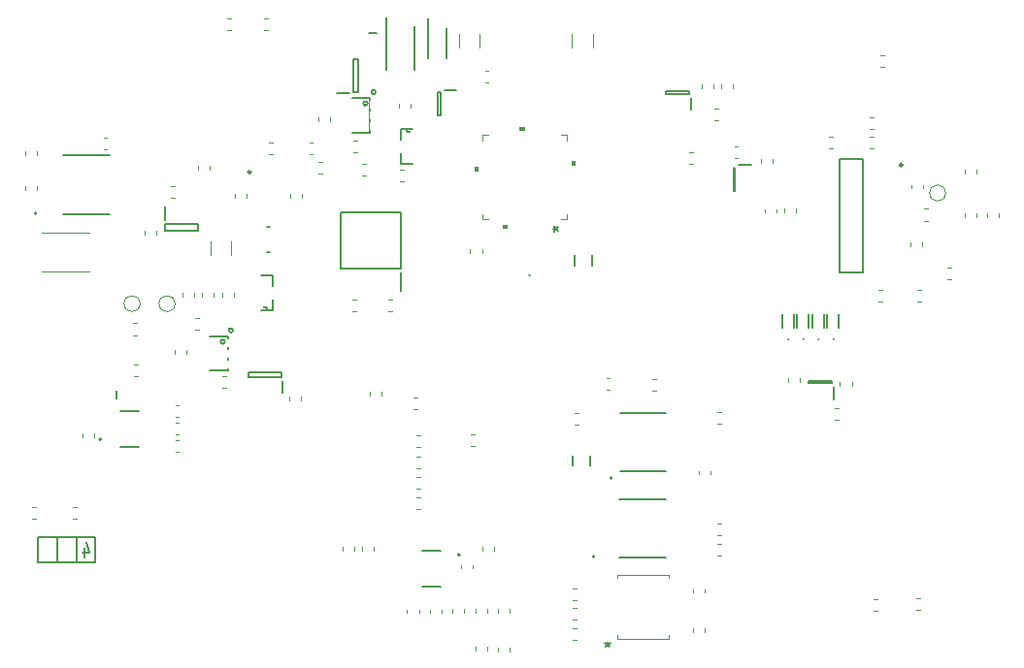
<source format=gbo>
G04 #@! TF.GenerationSoftware,KiCad,Pcbnew,5.1.5+dfsg1-2build2*
G04 #@! TF.CreationDate,2022-03-31T13:11:17+02:00*
G04 #@! TF.ProjectId,EcoApi_pcb,45636f41-7069-45f7-9063-622e6b696361,rev?*
G04 #@! TF.SameCoordinates,Original*
G04 #@! TF.FileFunction,Legend,Bot*
G04 #@! TF.FilePolarity,Positive*
%FSLAX46Y46*%
G04 Gerber Fmt 4.6, Leading zero omitted, Abs format (unit mm)*
G04 Created by KiCad (PCBNEW 5.1.5+dfsg1-2build2) date 2022-03-31 13:11:17*
%MOMM*%
%LPD*%
G04 APERTURE LIST*
%ADD10C,0.203200*%
%ADD11C,0.200000*%
%ADD12C,0.120000*%
%ADD13C,0.100000*%
%ADD14C,0.127000*%
%ADD15C,0.152400*%
%ADD16C,0.250000*%
%ADD17C,0.150000*%
%ADD18C,1.500000*%
%ADD19R,0.550000X1.000000*%
%ADD20R,1.000000X0.550000*%
%ADD21R,1.080000X1.450000*%
%ADD22R,1.930000X1.000000*%
%ADD23R,0.600000X1.050000*%
%ADD24R,1.050000X0.600000*%
%ADD25C,1.650000*%
%ADD26R,1.650000X1.650000*%
%ADD27R,1.400000X1.200000*%
%ADD28O,1.700000X1.700000*%
%ADD29R,1.700000X1.700000*%
%ADD30C,1.000000*%
%ADD31C,1.308000*%
%ADD32R,1.308000X1.308000*%
%ADD33R,1.000000X0.700000*%
%ADD34R,1.320800X0.558800*%
%ADD35R,0.600000X1.150000*%
%ADD36R,1.070000X0.770000*%
%ADD37R,0.770000X1.070000*%
%ADD38R,2.100000X1.300000*%
%ADD39R,0.300000X0.800000*%
%ADD40R,1.442199X0.558000*%
%ADD41C,0.800000*%
%ADD42C,5.400000*%
%ADD43R,1.800000X1.000000*%
%ADD44R,5.689600X5.689600*%
%ADD45R,0.807999X0.254800*%
%ADD46R,0.254800X0.807999*%
%ADD47R,2.413000X3.302000*%
%ADD48R,0.650000X1.650000*%
%ADD49R,2.154900X0.604455*%
%ADD50R,1.400000X1.000000*%
%ADD51R,1.240000X2.220000*%
%ADD52O,1.716000X0.858000*%
%ADD53C,0.948000*%
%ADD54R,0.400000X1.050000*%
%ADD55R,1.050000X0.400000*%
%ADD56R,1.000000X0.970000*%
%ADD57R,0.970000X1.000000*%
%ADD58C,3.406000*%
G04 APERTURE END LIST*
D10*
X142280000Y-83910000D02*
X142280000Y-86060000D01*
X143960000Y-83910000D02*
X143960000Y-86060000D01*
X147310000Y-86060000D02*
X147310000Y-83910000D01*
X147310000Y-86060000D02*
X142280000Y-86060000D01*
X145640000Y-83910000D02*
X145640000Y-86060000D01*
X142280000Y-83910000D02*
X147310000Y-83910000D01*
D11*
X199245000Y-46500000D02*
X199245000Y-45500000D01*
X197070000Y-45150000D02*
X199070000Y-45150000D01*
X197070000Y-44950000D02*
X197070000Y-45150000D01*
X199070000Y-44950000D02*
X197070000Y-44950000D01*
X199070000Y-45150000D02*
X199070000Y-44950000D01*
X178760000Y-44825000D02*
X177760000Y-44825000D01*
X177410000Y-47000000D02*
X177410000Y-45000000D01*
X177210000Y-47000000D02*
X177410000Y-47000000D01*
X177210000Y-45000000D02*
X177210000Y-47000000D01*
X177410000Y-45000000D02*
X177210000Y-45000000D01*
X176310000Y-38570000D02*
X176310000Y-42020000D01*
X177910000Y-39420000D02*
X177910000Y-42020000D01*
X175150000Y-39270000D02*
X175150000Y-43070000D01*
X172650000Y-38470000D02*
X172650000Y-43070000D01*
X163590000Y-71295000D02*
X163590000Y-70245000D01*
X160640000Y-69895000D02*
X163540000Y-69895000D01*
X160640000Y-69445000D02*
X160640000Y-69895000D01*
X163540000Y-69445000D02*
X160640000Y-69445000D01*
X163540000Y-69895000D02*
X163540000Y-69445000D01*
X168385000Y-45080000D02*
X169435000Y-45080000D01*
X169785000Y-42130000D02*
X169785000Y-45030000D01*
X170235000Y-42130000D02*
X169785000Y-42130000D01*
X170235000Y-45030000D02*
X170235000Y-42130000D01*
X169785000Y-45030000D02*
X170235000Y-45030000D01*
D12*
X180010000Y-59072779D02*
X180010000Y-58747221D01*
X181030000Y-59072779D02*
X181030000Y-58747221D01*
D13*
X185100000Y-60990000D02*
G75*
G03X185200000Y-60990000I50000J0D01*
G01*
X185200000Y-60990000D02*
G75*
G03X185100000Y-60990000I-50000J0D01*
G01*
X185200000Y-60990000D02*
X185200000Y-60990000D01*
X185100000Y-60990000D02*
X185100000Y-60990000D01*
D12*
X164340000Y-54252779D02*
X164340000Y-53927221D01*
X165360000Y-54252779D02*
X165360000Y-53927221D01*
X159170000Y-58007936D02*
X159170000Y-59212064D01*
X157350000Y-58007936D02*
X157350000Y-59212064D01*
X190690000Y-39927936D02*
X190690000Y-41132064D01*
X188870000Y-39927936D02*
X188870000Y-41132064D01*
X180820000Y-39947936D02*
X180820000Y-41152064D01*
X179000000Y-39947936D02*
X179000000Y-41152064D01*
X157250000Y-51477221D02*
X157250000Y-51802779D01*
X156230000Y-51477221D02*
X156230000Y-51802779D01*
X154260000Y-63490000D02*
G75*
G03X154260000Y-63490000I-700000J0D01*
G01*
X154870000Y-62862779D02*
X154870000Y-62537221D01*
X155890000Y-62862779D02*
X155890000Y-62537221D01*
X156332779Y-65750000D02*
X156007221Y-65750000D01*
X156332779Y-64730000D02*
X156007221Y-64730000D01*
X142637936Y-57280000D02*
X146742064Y-57280000D01*
X142637936Y-60700000D02*
X146742064Y-60700000D01*
X154240000Y-67862779D02*
X154240000Y-67537221D01*
X155260000Y-67862779D02*
X155260000Y-67537221D01*
X158400000Y-62862779D02*
X158400000Y-62537221D01*
X159420000Y-62862779D02*
X159420000Y-62537221D01*
X158387221Y-69830000D02*
X158712779Y-69830000D01*
X158387221Y-70850000D02*
X158712779Y-70850000D01*
D14*
X159306800Y-65810000D02*
G75*
G03X159306800Y-65810000I-186800J0D01*
G01*
X158606800Y-66800000D02*
G75*
G03X158606800Y-66800000I-186800J0D01*
G01*
X158850000Y-69350000D02*
X158850000Y-66350000D01*
X157270000Y-69340000D02*
X158850000Y-69350000D01*
X157250000Y-66350000D02*
X158850000Y-66350000D01*
D15*
X162364800Y-64074000D02*
G75*
G03X161958400Y-63794600I-301019J-2582D01*
G01*
X162364800Y-64074000D02*
X161780600Y-64074000D01*
X162771200Y-64074000D02*
X162364800Y-64074000D01*
X162771200Y-61026000D02*
X162771200Y-61940400D01*
X161780600Y-61026000D02*
X162771200Y-61026000D01*
X162771200Y-63159600D02*
X162771200Y-64074000D01*
D11*
X153350000Y-54995000D02*
X153350000Y-56145000D01*
X156300000Y-56495000D02*
X153400000Y-56495000D01*
X156300000Y-57145000D02*
X156300000Y-56495000D01*
X153400000Y-57145000D02*
X156300000Y-57145000D01*
X153400000Y-56495000D02*
X153400000Y-57145000D01*
D12*
X156620000Y-62862779D02*
X156620000Y-62537221D01*
X157640000Y-62862779D02*
X157640000Y-62537221D01*
X151640000Y-57442779D02*
X151640000Y-57117221D01*
X152660000Y-57442779D02*
X152660000Y-57117221D01*
X153887221Y-53220000D02*
X154212779Y-53220000D01*
X153887221Y-54240000D02*
X154212779Y-54240000D01*
D14*
X193060000Y-73026500D02*
X197060000Y-73026500D01*
X193060000Y-78073500D02*
X197060000Y-78073500D01*
D11*
X192380000Y-78720000D02*
G75*
G03X192380000Y-78720000I-100000J0D01*
G01*
X171855000Y-39860000D02*
X171205000Y-39860000D01*
X149150000Y-71725000D02*
X149150000Y-71075000D01*
D16*
X160875000Y-51980000D02*
G75*
G03X160875000Y-51980000I-125000J0D01*
G01*
D12*
X182110000Y-84717221D02*
X182110000Y-85042779D01*
X181090000Y-84717221D02*
X181090000Y-85042779D01*
X200470000Y-91837221D02*
X200470000Y-92162779D01*
X199450000Y-91837221D02*
X199450000Y-92162779D01*
X188967221Y-91830000D02*
X189292779Y-91830000D01*
X188967221Y-92850000D02*
X189292779Y-92850000D01*
X197315200Y-92456740D02*
X197315200Y-92721300D01*
X192844800Y-87423260D02*
X192844800Y-87158700D01*
X192844800Y-92721300D02*
X192844800Y-92456740D01*
X197315200Y-92721300D02*
X192844800Y-92721300D01*
X197315200Y-87158700D02*
X197315200Y-87423260D01*
X192844800Y-87158700D02*
X197315200Y-87158700D01*
X215597221Y-62250000D02*
X215922779Y-62250000D01*
X215597221Y-63270000D02*
X215922779Y-63270000D01*
D14*
X189150000Y-60130000D02*
X189150000Y-59230000D01*
X190650000Y-60130000D02*
X190650000Y-59230000D01*
X190450000Y-76740000D02*
X190450000Y-77640000D01*
X188950000Y-76740000D02*
X188950000Y-77640000D01*
D13*
G36*
X188869999Y-51400500D02*
G01*
X189123999Y-51400500D01*
X189123999Y-51019500D01*
X188869999Y-51019500D01*
X188869999Y-51400500D01*
G37*
X188869999Y-51400500D02*
X189123999Y-51400500D01*
X189123999Y-51019500D01*
X188869999Y-51019500D01*
X188869999Y-51400500D01*
G36*
X184700501Y-48096001D02*
G01*
X184319500Y-48096001D01*
X184319500Y-48350001D01*
X184700501Y-48350001D01*
X184700501Y-48096001D01*
G37*
X184700501Y-48096001D02*
X184319500Y-48096001D01*
X184319500Y-48350001D01*
X184700501Y-48350001D01*
X184700501Y-48096001D01*
G36*
X180650001Y-51900499D02*
G01*
X180396001Y-51900499D01*
X180396001Y-51519499D01*
X180650001Y-51519499D01*
X180650001Y-51900499D01*
G37*
X180650001Y-51900499D02*
X180396001Y-51900499D01*
X180396001Y-51519499D01*
X180650001Y-51519499D01*
X180650001Y-51900499D01*
G36*
X183200501Y-56823999D02*
G01*
X182819501Y-56823999D01*
X182819501Y-56569999D01*
X183200501Y-56569999D01*
X183200501Y-56823999D01*
G37*
X183200501Y-56823999D02*
X182819501Y-56823999D01*
X182819501Y-56569999D01*
X183200501Y-56569999D01*
X183200501Y-56823999D01*
D12*
X188443000Y-55670140D02*
X188443000Y-56143000D01*
X187970140Y-48777000D02*
X188443000Y-48777000D01*
X181077000Y-49249860D02*
X181077000Y-48777000D01*
X181549860Y-56143000D02*
X181077000Y-56143000D01*
X188443000Y-56143000D02*
X187970140Y-56143000D01*
X188443000Y-48777000D02*
X188443000Y-49249860D01*
X181077000Y-48777000D02*
X181549860Y-48777000D01*
X181077000Y-56143000D02*
X181077000Y-55670140D01*
D14*
X144520000Y-50550000D02*
X148520000Y-50550000D01*
X144520000Y-55650000D02*
X148520000Y-55650000D01*
D11*
X142175000Y-55605000D02*
G75*
G03X142175000Y-55605000I-100000J0D01*
G01*
D14*
X193050000Y-80581500D02*
X197050000Y-80581500D01*
X193050000Y-85628500D02*
X197050000Y-85628500D01*
D11*
X190870000Y-85550000D02*
G75*
G03X190870000Y-85550000I-100000J0D01*
G01*
X173930000Y-62385000D02*
X173930000Y-60735000D01*
X168710000Y-60385000D02*
X173990000Y-60385000D01*
X168710000Y-55535000D02*
X168710000Y-60385000D01*
X173990000Y-55535000D02*
X168710000Y-55535000D01*
X173990000Y-60385000D02*
X173990000Y-55535000D01*
D16*
X217730650Y-51370000D02*
G75*
G03X217730650Y-51370000I-125000J0D01*
G01*
D17*
X212257450Y-60765000D02*
X214253850Y-60765000D01*
X212257450Y-50865000D02*
X212257450Y-60765000D01*
X214253850Y-50865000D02*
X212257450Y-50865000D01*
X214253850Y-60765000D02*
X214253850Y-50865000D01*
D11*
X179115000Y-85420000D02*
G75*
G03X179115000Y-85420000I-100000J0D01*
G01*
D14*
X177415000Y-88185000D02*
X175815000Y-88185000D01*
X177415000Y-85055000D02*
X175815000Y-85055000D01*
D12*
X151210000Y-63480000D02*
G75*
G03X151210000Y-63480000I-700000J0D01*
G01*
X221480000Y-53820000D02*
G75*
G03X221480000Y-53820000I-700000J0D01*
G01*
X215817221Y-41830000D02*
X216142779Y-41830000D01*
X215817221Y-42850000D02*
X216142779Y-42850000D01*
X180352779Y-75940000D02*
X180027221Y-75940000D01*
X180352779Y-74920000D02*
X180027221Y-74920000D01*
X171260000Y-71532779D02*
X171260000Y-71207221D01*
X172280000Y-71532779D02*
X172280000Y-71207221D01*
X175347221Y-80370000D02*
X175672779Y-80370000D01*
X175347221Y-81390000D02*
X175672779Y-81390000D01*
X175347221Y-78610000D02*
X175672779Y-78610000D01*
X175347221Y-79630000D02*
X175672779Y-79630000D01*
X175337221Y-75010000D02*
X175662779Y-75010000D01*
X175337221Y-76030000D02*
X175662779Y-76030000D01*
X215197221Y-89250000D02*
X215522779Y-89250000D01*
X215197221Y-90270000D02*
X215522779Y-90270000D01*
X175057221Y-71650000D02*
X175382779Y-71650000D01*
X175057221Y-72670000D02*
X175382779Y-72670000D01*
X166747221Y-51130000D02*
X167072779Y-51130000D01*
X166747221Y-52150000D02*
X167072779Y-52150000D01*
X165967221Y-49400000D02*
X166292779Y-49400000D01*
X165967221Y-50420000D02*
X166292779Y-50420000D01*
X167800000Y-47247221D02*
X167800000Y-47572779D01*
X166780000Y-47247221D02*
X166780000Y-47572779D01*
X162437221Y-49440000D02*
X162762779Y-49440000D01*
X162437221Y-50460000D02*
X162762779Y-50460000D01*
X201240000Y-44347221D02*
X201240000Y-44672779D01*
X200220000Y-44347221D02*
X200220000Y-44672779D01*
X181287221Y-43160000D02*
X181612779Y-43160000D01*
X181287221Y-44180000D02*
X181612779Y-44180000D01*
X201307221Y-46450000D02*
X201632779Y-46450000D01*
X201307221Y-47470000D02*
X201632779Y-47470000D01*
X174840000Y-46047221D02*
X174840000Y-46372779D01*
X173820000Y-46047221D02*
X173820000Y-46372779D01*
X202940000Y-44347221D02*
X202940000Y-44672779D01*
X201920000Y-44347221D02*
X201920000Y-44672779D01*
X169817221Y-49210000D02*
X170142779Y-49210000D01*
X169817221Y-50230000D02*
X170142779Y-50230000D01*
X154274721Y-72340000D02*
X154600279Y-72340000D01*
X154274721Y-73360000D02*
X154600279Y-73360000D01*
X154287221Y-75440000D02*
X154612779Y-75440000D01*
X154287221Y-76460000D02*
X154612779Y-76460000D01*
X142200000Y-53247221D02*
X142200000Y-53572779D01*
X141180000Y-53247221D02*
X141180000Y-53572779D01*
X146190000Y-75152779D02*
X146190000Y-74827221D01*
X147210000Y-75152779D02*
X147210000Y-74827221D01*
X159132779Y-39580000D02*
X158807221Y-39580000D01*
X159132779Y-38560000D02*
X158807221Y-38560000D01*
X162037221Y-38560000D02*
X162362779Y-38560000D01*
X162037221Y-39580000D02*
X162362779Y-39580000D01*
X142082779Y-82240000D02*
X141757221Y-82240000D01*
X142082779Y-81220000D02*
X141757221Y-81220000D01*
X170557221Y-51240000D02*
X170882779Y-51240000D01*
X170557221Y-52260000D02*
X170882779Y-52260000D01*
X206730000Y-55217221D02*
X206730000Y-55542779D01*
X205710000Y-55217221D02*
X205710000Y-55542779D01*
X169717221Y-63090000D02*
X170042779Y-63090000D01*
X169717221Y-64110000D02*
X170042779Y-64110000D01*
X172877221Y-63090000D02*
X173202779Y-63090000D01*
X172877221Y-64110000D02*
X173202779Y-64110000D01*
X208440000Y-55207221D02*
X208440000Y-55532779D01*
X207420000Y-55207221D02*
X207420000Y-55532779D01*
X195867221Y-70030000D02*
X196192779Y-70030000D01*
X195867221Y-71050000D02*
X196192779Y-71050000D01*
X201882779Y-83710000D02*
X201557221Y-83710000D01*
X201882779Y-82690000D02*
X201557221Y-82690000D01*
X192192779Y-71040000D02*
X191867221Y-71040000D01*
X192192779Y-70020000D02*
X191867221Y-70020000D01*
X200470000Y-88407221D02*
X200470000Y-88732779D01*
X199450000Y-88407221D02*
X199450000Y-88732779D01*
X219604721Y-55210000D02*
X219930279Y-55210000D01*
X219604721Y-56230000D02*
X219930279Y-56230000D01*
X219490000Y-53107221D02*
X219490000Y-53432779D01*
X218470000Y-53107221D02*
X218470000Y-53432779D01*
X188967221Y-88380000D02*
X189292779Y-88380000D01*
X188967221Y-89400000D02*
X189292779Y-89400000D01*
X188967221Y-90080000D02*
X189292779Y-90080000D01*
X188967221Y-91100000D02*
X189292779Y-91100000D01*
X174510000Y-90512779D02*
X174510000Y-90187221D01*
X175530000Y-90512779D02*
X175530000Y-90187221D01*
X176510000Y-90512779D02*
X176510000Y-90187221D01*
X177530000Y-90512779D02*
X177530000Y-90187221D01*
X213290000Y-70357221D02*
X213290000Y-70682779D01*
X212270000Y-70357221D02*
X212270000Y-70682779D01*
X203047221Y-49720000D02*
X203372779Y-49720000D01*
X203047221Y-50740000D02*
X203372779Y-50740000D01*
X180500000Y-90482779D02*
X180500000Y-90157221D01*
X181520000Y-90482779D02*
X181520000Y-90157221D01*
X201567221Y-72950000D02*
X201892779Y-72950000D01*
X201567221Y-73970000D02*
X201892779Y-73970000D01*
X189420279Y-74070000D02*
X189094721Y-74070000D01*
X189420279Y-73050000D02*
X189094721Y-73050000D01*
X182450000Y-90465279D02*
X182450000Y-90139721D01*
X183470000Y-90465279D02*
X183470000Y-90139721D01*
X219302779Y-63300000D02*
X218977221Y-63300000D01*
X219302779Y-62280000D02*
X218977221Y-62280000D01*
X221942779Y-61330000D02*
X221617221Y-61330000D01*
X221942779Y-60310000D02*
X221617221Y-60310000D01*
X183470000Y-93527221D02*
X183470000Y-93852779D01*
X182450000Y-93527221D02*
X182450000Y-93852779D01*
X181520000Y-93444721D02*
X181520000Y-93770279D01*
X180500000Y-93444721D02*
X180500000Y-93770279D01*
X179500000Y-90177221D02*
X179500000Y-90502779D01*
X178480000Y-90177221D02*
X178480000Y-90502779D01*
D15*
X174375200Y-48226000D02*
G75*
G03X174781600Y-48505400I301019J2582D01*
G01*
X174375200Y-48226000D02*
X174959400Y-48226000D01*
X173968800Y-48226000D02*
X174375200Y-48226000D01*
X173968800Y-51274000D02*
X173968800Y-50359600D01*
X174959400Y-51274000D02*
X173968800Y-51274000D01*
X173968800Y-49140400D02*
X173968800Y-48226000D01*
D14*
X171746800Y-45010000D02*
G75*
G03X171746800Y-45010000I-186800J0D01*
G01*
X171046800Y-46000000D02*
G75*
G03X171046800Y-46000000I-186800J0D01*
G01*
X171290000Y-48550000D02*
X171290000Y-45550000D01*
X169710000Y-48540000D02*
X171290000Y-48550000D01*
X169690000Y-45550000D02*
X171290000Y-45550000D01*
X162550000Y-58990000D02*
X162250000Y-58990000D01*
X162550000Y-56790000D02*
X162250000Y-56790000D01*
D12*
X223170000Y-52091267D02*
X223170000Y-51748733D01*
X224190000Y-52091267D02*
X224190000Y-51748733D01*
D11*
X211710000Y-71825000D02*
X211710000Y-70775000D01*
X209498000Y-70425000D02*
X211522000Y-70425000D01*
X209498000Y-70275000D02*
X209498000Y-70425000D01*
X211522000Y-70275000D02*
X209498000Y-70275000D01*
X211522000Y-70425000D02*
X211522000Y-70275000D01*
X204515000Y-51400000D02*
X203465000Y-51400000D01*
X203115000Y-53612000D02*
X203115000Y-51588000D01*
X202965000Y-53612000D02*
X203115000Y-53612000D01*
X202965000Y-51588000D02*
X202965000Y-53612000D01*
X203115000Y-51588000D02*
X202965000Y-51588000D01*
X147850000Y-75350000D02*
G75*
G03X147850000Y-75350000I-100000J0D01*
G01*
D14*
X151112500Y-72830000D02*
X149487500Y-72830000D01*
X151112500Y-75970000D02*
X149487500Y-75970000D01*
X207215000Y-64390000D02*
X207215000Y-65590000D01*
D11*
X207780000Y-66590000D02*
G75*
G03X207780000Y-66590000I-50000J0D01*
G01*
D14*
X208245000Y-65590000D02*
X208245000Y-64390000D01*
X209845000Y-64390000D02*
X209845000Y-65590000D01*
D11*
X210410000Y-66590000D02*
G75*
G03X210410000Y-66590000I-50000J0D01*
G01*
D14*
X210875000Y-65590000D02*
X210875000Y-64390000D01*
X208525000Y-64390000D02*
X208525000Y-65590000D01*
D11*
X209090000Y-66590000D02*
G75*
G03X209090000Y-66590000I-50000J0D01*
G01*
D14*
X209555000Y-65590000D02*
X209555000Y-64390000D01*
X211155000Y-64390000D02*
X211155000Y-65590000D01*
D11*
X211720000Y-66590000D02*
G75*
G03X211720000Y-66590000I-50000J0D01*
G01*
D14*
X212185000Y-65590000D02*
X212185000Y-64390000D01*
D12*
X212162779Y-73610000D02*
X211837221Y-73610000D01*
X212162779Y-72590000D02*
X211837221Y-72590000D01*
X165250000Y-71567221D02*
X165250000Y-71892779D01*
X164230000Y-71567221D02*
X164230000Y-71892779D01*
X175662779Y-77830000D02*
X175337221Y-77830000D01*
X175662779Y-76810000D02*
X175337221Y-76810000D01*
X218897221Y-89240000D02*
X219222779Y-89240000D01*
X218897221Y-90260000D02*
X219222779Y-90260000D01*
X206350000Y-50867221D02*
X206350000Y-51192779D01*
X205330000Y-50867221D02*
X205330000Y-51192779D01*
X208770000Y-70027221D02*
X208770000Y-70352779D01*
X207750000Y-70027221D02*
X207750000Y-70352779D01*
X199452779Y-51250000D02*
X199127221Y-51250000D01*
X199452779Y-50230000D02*
X199127221Y-50230000D01*
X200980000Y-78077221D02*
X200980000Y-78402779D01*
X199960000Y-78077221D02*
X199960000Y-78402779D01*
X159440000Y-54262779D02*
X159440000Y-53937221D01*
X160460000Y-54262779D02*
X160460000Y-53937221D01*
X154287221Y-73890000D02*
X154612779Y-73890000D01*
X154287221Y-74910000D02*
X154612779Y-74910000D01*
X148342779Y-50040000D02*
X148017221Y-50040000D01*
X148342779Y-49020000D02*
X148017221Y-49020000D01*
X150952779Y-66220000D02*
X150627221Y-66220000D01*
X150952779Y-65200000D02*
X150627221Y-65200000D01*
X150687221Y-68790000D02*
X151012779Y-68790000D01*
X150687221Y-69810000D02*
X151012779Y-69810000D01*
X145357221Y-81220000D02*
X145682779Y-81220000D01*
X145357221Y-82240000D02*
X145682779Y-82240000D01*
X142200000Y-50147221D02*
X142200000Y-50472779D01*
X141180000Y-50147221D02*
X141180000Y-50472779D01*
X174215279Y-52820000D02*
X173889721Y-52820000D01*
X174215279Y-51800000D02*
X173889721Y-51800000D01*
X201882779Y-85520000D02*
X201557221Y-85520000D01*
X201882779Y-84500000D02*
X201557221Y-84500000D01*
X215212779Y-49940000D02*
X214887221Y-49940000D01*
X215212779Y-48920000D02*
X214887221Y-48920000D01*
X215202779Y-48190000D02*
X214877221Y-48190000D01*
X215202779Y-47170000D02*
X214877221Y-47170000D01*
X211327221Y-48930000D02*
X211652779Y-48930000D01*
X211327221Y-49950000D02*
X211652779Y-49950000D01*
X168840000Y-85032779D02*
X168840000Y-84707221D01*
X169860000Y-85032779D02*
X169860000Y-84707221D01*
X170540000Y-85032779D02*
X170540000Y-84707221D01*
X171560000Y-85032779D02*
X171560000Y-84707221D01*
X218420000Y-58495279D02*
X218420000Y-58169721D01*
X219440000Y-58495279D02*
X219440000Y-58169721D01*
X226140000Y-55607221D02*
X226140000Y-55932779D01*
X225120000Y-55607221D02*
X225120000Y-55932779D01*
X224190000Y-55607221D02*
X224190000Y-55932779D01*
X223170000Y-55607221D02*
X223170000Y-55932779D01*
X180250000Y-86297221D02*
X180250000Y-86622779D01*
X179230000Y-86297221D02*
X179230000Y-86622779D01*
D10*
X146329523Y-84781428D02*
X146329523Y-85648095D01*
X146567619Y-84286190D02*
X146805714Y-85214761D01*
X146186666Y-85214761D01*
D17*
X191996700Y-92998380D02*
X191996700Y-93236476D01*
X192234795Y-93141238D02*
X191996700Y-93236476D01*
X191758604Y-93141238D01*
X192139557Y-93426952D02*
X191996700Y-93236476D01*
X191853842Y-93426952D01*
X191996700Y-92998380D02*
X191996700Y-93236476D01*
X192234795Y-93141238D02*
X191996700Y-93236476D01*
X191758604Y-93141238D01*
X192139557Y-93426952D02*
X191996700Y-93236476D01*
X191853842Y-93426952D01*
X187212380Y-56951000D02*
X187450476Y-56951000D01*
X187355238Y-56712904D02*
X187450476Y-56951000D01*
X187355238Y-57189095D01*
X187640952Y-56808142D02*
X187450476Y-56951000D01*
X187640952Y-57093857D01*
X187212380Y-56951000D02*
X187450476Y-56951000D01*
X187355238Y-56712904D02*
X187450476Y-56951000D01*
X187355238Y-57189095D01*
X187640952Y-56808142D02*
X187450476Y-56951000D01*
X187640952Y-57093857D01*
%LPC*%
D18*
X218910000Y-94000000D03*
X227850000Y-48710000D03*
X140430000Y-85600000D03*
X148460000Y-42710000D03*
D13*
G36*
X183816958Y-62820710D02*
G01*
X183831276Y-62822834D01*
X183845317Y-62826351D01*
X183858946Y-62831228D01*
X183872031Y-62837417D01*
X183884447Y-62844858D01*
X183896073Y-62853481D01*
X183906798Y-62863202D01*
X183916519Y-62873927D01*
X183925142Y-62885553D01*
X183932583Y-62897969D01*
X183938772Y-62911054D01*
X183943649Y-62924683D01*
X183947166Y-62938724D01*
X183949290Y-62953042D01*
X183950000Y-62967500D01*
X183950000Y-63262500D01*
X183949290Y-63276958D01*
X183947166Y-63291276D01*
X183943649Y-63305317D01*
X183938772Y-63318946D01*
X183932583Y-63332031D01*
X183925142Y-63344447D01*
X183916519Y-63356073D01*
X183906798Y-63366798D01*
X183896073Y-63376519D01*
X183884447Y-63385142D01*
X183872031Y-63392583D01*
X183858946Y-63398772D01*
X183845317Y-63403649D01*
X183831276Y-63407166D01*
X183816958Y-63409290D01*
X183802500Y-63410000D01*
X183457500Y-63410000D01*
X183443042Y-63409290D01*
X183428724Y-63407166D01*
X183414683Y-63403649D01*
X183401054Y-63398772D01*
X183387969Y-63392583D01*
X183375553Y-63385142D01*
X183363927Y-63376519D01*
X183353202Y-63366798D01*
X183343481Y-63356073D01*
X183334858Y-63344447D01*
X183327417Y-63332031D01*
X183321228Y-63318946D01*
X183316351Y-63305317D01*
X183312834Y-63291276D01*
X183310710Y-63276958D01*
X183310000Y-63262500D01*
X183310000Y-62967500D01*
X183310710Y-62953042D01*
X183312834Y-62938724D01*
X183316351Y-62924683D01*
X183321228Y-62911054D01*
X183327417Y-62897969D01*
X183334858Y-62885553D01*
X183343481Y-62873927D01*
X183353202Y-62863202D01*
X183363927Y-62853481D01*
X183375553Y-62844858D01*
X183387969Y-62837417D01*
X183401054Y-62831228D01*
X183414683Y-62826351D01*
X183428724Y-62822834D01*
X183443042Y-62820710D01*
X183457500Y-62820000D01*
X183802500Y-62820000D01*
X183816958Y-62820710D01*
G37*
G36*
X183816958Y-61850710D02*
G01*
X183831276Y-61852834D01*
X183845317Y-61856351D01*
X183858946Y-61861228D01*
X183872031Y-61867417D01*
X183884447Y-61874858D01*
X183896073Y-61883481D01*
X183906798Y-61893202D01*
X183916519Y-61903927D01*
X183925142Y-61915553D01*
X183932583Y-61927969D01*
X183938772Y-61941054D01*
X183943649Y-61954683D01*
X183947166Y-61968724D01*
X183949290Y-61983042D01*
X183950000Y-61997500D01*
X183950000Y-62292500D01*
X183949290Y-62306958D01*
X183947166Y-62321276D01*
X183943649Y-62335317D01*
X183938772Y-62348946D01*
X183932583Y-62362031D01*
X183925142Y-62374447D01*
X183916519Y-62386073D01*
X183906798Y-62396798D01*
X183896073Y-62406519D01*
X183884447Y-62415142D01*
X183872031Y-62422583D01*
X183858946Y-62428772D01*
X183845317Y-62433649D01*
X183831276Y-62437166D01*
X183816958Y-62439290D01*
X183802500Y-62440000D01*
X183457500Y-62440000D01*
X183443042Y-62439290D01*
X183428724Y-62437166D01*
X183414683Y-62433649D01*
X183401054Y-62428772D01*
X183387969Y-62422583D01*
X183375553Y-62415142D01*
X183363927Y-62406519D01*
X183353202Y-62396798D01*
X183343481Y-62386073D01*
X183334858Y-62374447D01*
X183327417Y-62362031D01*
X183321228Y-62348946D01*
X183316351Y-62335317D01*
X183312834Y-62321276D01*
X183310710Y-62306958D01*
X183310000Y-62292500D01*
X183310000Y-61997500D01*
X183310710Y-61983042D01*
X183312834Y-61968724D01*
X183316351Y-61954683D01*
X183321228Y-61941054D01*
X183327417Y-61927969D01*
X183334858Y-61915553D01*
X183343481Y-61903927D01*
X183353202Y-61893202D01*
X183363927Y-61883481D01*
X183375553Y-61874858D01*
X183387969Y-61867417D01*
X183401054Y-61861228D01*
X183414683Y-61856351D01*
X183428724Y-61852834D01*
X183443042Y-61850710D01*
X183457500Y-61850000D01*
X183802500Y-61850000D01*
X183816958Y-61850710D01*
G37*
G36*
X189176958Y-62580710D02*
G01*
X189191276Y-62582834D01*
X189205317Y-62586351D01*
X189218946Y-62591228D01*
X189232031Y-62597417D01*
X189244447Y-62604858D01*
X189256073Y-62613481D01*
X189266798Y-62623202D01*
X189276519Y-62633927D01*
X189285142Y-62645553D01*
X189292583Y-62657969D01*
X189298772Y-62671054D01*
X189303649Y-62684683D01*
X189307166Y-62698724D01*
X189309290Y-62713042D01*
X189310000Y-62727500D01*
X189310000Y-63022500D01*
X189309290Y-63036958D01*
X189307166Y-63051276D01*
X189303649Y-63065317D01*
X189298772Y-63078946D01*
X189292583Y-63092031D01*
X189285142Y-63104447D01*
X189276519Y-63116073D01*
X189266798Y-63126798D01*
X189256073Y-63136519D01*
X189244447Y-63145142D01*
X189232031Y-63152583D01*
X189218946Y-63158772D01*
X189205317Y-63163649D01*
X189191276Y-63167166D01*
X189176958Y-63169290D01*
X189162500Y-63170000D01*
X188817500Y-63170000D01*
X188803042Y-63169290D01*
X188788724Y-63167166D01*
X188774683Y-63163649D01*
X188761054Y-63158772D01*
X188747969Y-63152583D01*
X188735553Y-63145142D01*
X188723927Y-63136519D01*
X188713202Y-63126798D01*
X188703481Y-63116073D01*
X188694858Y-63104447D01*
X188687417Y-63092031D01*
X188681228Y-63078946D01*
X188676351Y-63065317D01*
X188672834Y-63051276D01*
X188670710Y-63036958D01*
X188670000Y-63022500D01*
X188670000Y-62727500D01*
X188670710Y-62713042D01*
X188672834Y-62698724D01*
X188676351Y-62684683D01*
X188681228Y-62671054D01*
X188687417Y-62657969D01*
X188694858Y-62645553D01*
X188703481Y-62633927D01*
X188713202Y-62623202D01*
X188723927Y-62613481D01*
X188735553Y-62604858D01*
X188747969Y-62597417D01*
X188761054Y-62591228D01*
X188774683Y-62586351D01*
X188788724Y-62582834D01*
X188803042Y-62580710D01*
X188817500Y-62580000D01*
X189162500Y-62580000D01*
X189176958Y-62580710D01*
G37*
G36*
X189176958Y-63550710D02*
G01*
X189191276Y-63552834D01*
X189205317Y-63556351D01*
X189218946Y-63561228D01*
X189232031Y-63567417D01*
X189244447Y-63574858D01*
X189256073Y-63583481D01*
X189266798Y-63593202D01*
X189276519Y-63603927D01*
X189285142Y-63615553D01*
X189292583Y-63627969D01*
X189298772Y-63641054D01*
X189303649Y-63654683D01*
X189307166Y-63668724D01*
X189309290Y-63683042D01*
X189310000Y-63697500D01*
X189310000Y-63992500D01*
X189309290Y-64006958D01*
X189307166Y-64021276D01*
X189303649Y-64035317D01*
X189298772Y-64048946D01*
X189292583Y-64062031D01*
X189285142Y-64074447D01*
X189276519Y-64086073D01*
X189266798Y-64096798D01*
X189256073Y-64106519D01*
X189244447Y-64115142D01*
X189232031Y-64122583D01*
X189218946Y-64128772D01*
X189205317Y-64133649D01*
X189191276Y-64137166D01*
X189176958Y-64139290D01*
X189162500Y-64140000D01*
X188817500Y-64140000D01*
X188803042Y-64139290D01*
X188788724Y-64137166D01*
X188774683Y-64133649D01*
X188761054Y-64128772D01*
X188747969Y-64122583D01*
X188735553Y-64115142D01*
X188723927Y-64106519D01*
X188713202Y-64096798D01*
X188703481Y-64086073D01*
X188694858Y-64074447D01*
X188687417Y-64062031D01*
X188681228Y-64048946D01*
X188676351Y-64035317D01*
X188672834Y-64021276D01*
X188670710Y-64006958D01*
X188670000Y-63992500D01*
X188670000Y-63697500D01*
X188670710Y-63683042D01*
X188672834Y-63668724D01*
X188676351Y-63654683D01*
X188681228Y-63641054D01*
X188687417Y-63627969D01*
X188694858Y-63615553D01*
X188703481Y-63603927D01*
X188713202Y-63593202D01*
X188723927Y-63583481D01*
X188735553Y-63574858D01*
X188747969Y-63567417D01*
X188761054Y-63561228D01*
X188774683Y-63556351D01*
X188788724Y-63552834D01*
X188803042Y-63550710D01*
X188817500Y-63550000D01*
X189162500Y-63550000D01*
X189176958Y-63550710D01*
G37*
G36*
X192016958Y-60020710D02*
G01*
X192031276Y-60022834D01*
X192045317Y-60026351D01*
X192058946Y-60031228D01*
X192072031Y-60037417D01*
X192084447Y-60044858D01*
X192096073Y-60053481D01*
X192106798Y-60063202D01*
X192116519Y-60073927D01*
X192125142Y-60085553D01*
X192132583Y-60097969D01*
X192138772Y-60111054D01*
X192143649Y-60124683D01*
X192147166Y-60138724D01*
X192149290Y-60153042D01*
X192150000Y-60167500D01*
X192150000Y-60462500D01*
X192149290Y-60476958D01*
X192147166Y-60491276D01*
X192143649Y-60505317D01*
X192138772Y-60518946D01*
X192132583Y-60532031D01*
X192125142Y-60544447D01*
X192116519Y-60556073D01*
X192106798Y-60566798D01*
X192096073Y-60576519D01*
X192084447Y-60585142D01*
X192072031Y-60592583D01*
X192058946Y-60598772D01*
X192045317Y-60603649D01*
X192031276Y-60607166D01*
X192016958Y-60609290D01*
X192002500Y-60610000D01*
X191657500Y-60610000D01*
X191643042Y-60609290D01*
X191628724Y-60607166D01*
X191614683Y-60603649D01*
X191601054Y-60598772D01*
X191587969Y-60592583D01*
X191575553Y-60585142D01*
X191563927Y-60576519D01*
X191553202Y-60566798D01*
X191543481Y-60556073D01*
X191534858Y-60544447D01*
X191527417Y-60532031D01*
X191521228Y-60518946D01*
X191516351Y-60505317D01*
X191512834Y-60491276D01*
X191510710Y-60476958D01*
X191510000Y-60462500D01*
X191510000Y-60167500D01*
X191510710Y-60153042D01*
X191512834Y-60138724D01*
X191516351Y-60124683D01*
X191521228Y-60111054D01*
X191527417Y-60097969D01*
X191534858Y-60085553D01*
X191543481Y-60073927D01*
X191553202Y-60063202D01*
X191563927Y-60053481D01*
X191575553Y-60044858D01*
X191587969Y-60037417D01*
X191601054Y-60031228D01*
X191614683Y-60026351D01*
X191628724Y-60022834D01*
X191643042Y-60020710D01*
X191657500Y-60020000D01*
X192002500Y-60020000D01*
X192016958Y-60020710D01*
G37*
G36*
X192016958Y-60990710D02*
G01*
X192031276Y-60992834D01*
X192045317Y-60996351D01*
X192058946Y-61001228D01*
X192072031Y-61007417D01*
X192084447Y-61014858D01*
X192096073Y-61023481D01*
X192106798Y-61033202D01*
X192116519Y-61043927D01*
X192125142Y-61055553D01*
X192132583Y-61067969D01*
X192138772Y-61081054D01*
X192143649Y-61094683D01*
X192147166Y-61108724D01*
X192149290Y-61123042D01*
X192150000Y-61137500D01*
X192150000Y-61432500D01*
X192149290Y-61446958D01*
X192147166Y-61461276D01*
X192143649Y-61475317D01*
X192138772Y-61488946D01*
X192132583Y-61502031D01*
X192125142Y-61514447D01*
X192116519Y-61526073D01*
X192106798Y-61536798D01*
X192096073Y-61546519D01*
X192084447Y-61555142D01*
X192072031Y-61562583D01*
X192058946Y-61568772D01*
X192045317Y-61573649D01*
X192031276Y-61577166D01*
X192016958Y-61579290D01*
X192002500Y-61580000D01*
X191657500Y-61580000D01*
X191643042Y-61579290D01*
X191628724Y-61577166D01*
X191614683Y-61573649D01*
X191601054Y-61568772D01*
X191587969Y-61562583D01*
X191575553Y-61555142D01*
X191563927Y-61546519D01*
X191553202Y-61536798D01*
X191543481Y-61526073D01*
X191534858Y-61514447D01*
X191527417Y-61502031D01*
X191521228Y-61488946D01*
X191516351Y-61475317D01*
X191512834Y-61461276D01*
X191510710Y-61446958D01*
X191510000Y-61432500D01*
X191510000Y-61137500D01*
X191510710Y-61123042D01*
X191512834Y-61108724D01*
X191516351Y-61094683D01*
X191521228Y-61081054D01*
X191527417Y-61067969D01*
X191534858Y-61055553D01*
X191543481Y-61043927D01*
X191553202Y-61033202D01*
X191563927Y-61023481D01*
X191575553Y-61014858D01*
X191587969Y-61007417D01*
X191601054Y-61001228D01*
X191614683Y-60996351D01*
X191628724Y-60992834D01*
X191643042Y-60990710D01*
X191657500Y-60990000D01*
X192002500Y-60990000D01*
X192016958Y-60990710D01*
G37*
G36*
X192016958Y-58780710D02*
G01*
X192031276Y-58782834D01*
X192045317Y-58786351D01*
X192058946Y-58791228D01*
X192072031Y-58797417D01*
X192084447Y-58804858D01*
X192096073Y-58813481D01*
X192106798Y-58823202D01*
X192116519Y-58833927D01*
X192125142Y-58845553D01*
X192132583Y-58857969D01*
X192138772Y-58871054D01*
X192143649Y-58884683D01*
X192147166Y-58898724D01*
X192149290Y-58913042D01*
X192150000Y-58927500D01*
X192150000Y-59222500D01*
X192149290Y-59236958D01*
X192147166Y-59251276D01*
X192143649Y-59265317D01*
X192138772Y-59278946D01*
X192132583Y-59292031D01*
X192125142Y-59304447D01*
X192116519Y-59316073D01*
X192106798Y-59326798D01*
X192096073Y-59336519D01*
X192084447Y-59345142D01*
X192072031Y-59352583D01*
X192058946Y-59358772D01*
X192045317Y-59363649D01*
X192031276Y-59367166D01*
X192016958Y-59369290D01*
X192002500Y-59370000D01*
X191657500Y-59370000D01*
X191643042Y-59369290D01*
X191628724Y-59367166D01*
X191614683Y-59363649D01*
X191601054Y-59358772D01*
X191587969Y-59352583D01*
X191575553Y-59345142D01*
X191563927Y-59336519D01*
X191553202Y-59326798D01*
X191543481Y-59316073D01*
X191534858Y-59304447D01*
X191527417Y-59292031D01*
X191521228Y-59278946D01*
X191516351Y-59265317D01*
X191512834Y-59251276D01*
X191510710Y-59236958D01*
X191510000Y-59222500D01*
X191510000Y-58927500D01*
X191510710Y-58913042D01*
X191512834Y-58898724D01*
X191516351Y-58884683D01*
X191521228Y-58871054D01*
X191527417Y-58857969D01*
X191534858Y-58845553D01*
X191543481Y-58833927D01*
X191553202Y-58823202D01*
X191563927Y-58813481D01*
X191575553Y-58804858D01*
X191587969Y-58797417D01*
X191601054Y-58791228D01*
X191614683Y-58786351D01*
X191628724Y-58782834D01*
X191643042Y-58780710D01*
X191657500Y-58780000D01*
X192002500Y-58780000D01*
X192016958Y-58780710D01*
G37*
G36*
X192016958Y-57810710D02*
G01*
X192031276Y-57812834D01*
X192045317Y-57816351D01*
X192058946Y-57821228D01*
X192072031Y-57827417D01*
X192084447Y-57834858D01*
X192096073Y-57843481D01*
X192106798Y-57853202D01*
X192116519Y-57863927D01*
X192125142Y-57875553D01*
X192132583Y-57887969D01*
X192138772Y-57901054D01*
X192143649Y-57914683D01*
X192147166Y-57928724D01*
X192149290Y-57943042D01*
X192150000Y-57957500D01*
X192150000Y-58252500D01*
X192149290Y-58266958D01*
X192147166Y-58281276D01*
X192143649Y-58295317D01*
X192138772Y-58308946D01*
X192132583Y-58322031D01*
X192125142Y-58334447D01*
X192116519Y-58346073D01*
X192106798Y-58356798D01*
X192096073Y-58366519D01*
X192084447Y-58375142D01*
X192072031Y-58382583D01*
X192058946Y-58388772D01*
X192045317Y-58393649D01*
X192031276Y-58397166D01*
X192016958Y-58399290D01*
X192002500Y-58400000D01*
X191657500Y-58400000D01*
X191643042Y-58399290D01*
X191628724Y-58397166D01*
X191614683Y-58393649D01*
X191601054Y-58388772D01*
X191587969Y-58382583D01*
X191575553Y-58375142D01*
X191563927Y-58366519D01*
X191553202Y-58356798D01*
X191543481Y-58346073D01*
X191534858Y-58334447D01*
X191527417Y-58322031D01*
X191521228Y-58308946D01*
X191516351Y-58295317D01*
X191512834Y-58281276D01*
X191510710Y-58266958D01*
X191510000Y-58252500D01*
X191510000Y-57957500D01*
X191510710Y-57943042D01*
X191512834Y-57928724D01*
X191516351Y-57914683D01*
X191521228Y-57901054D01*
X191527417Y-57887969D01*
X191534858Y-57875553D01*
X191543481Y-57863927D01*
X191553202Y-57853202D01*
X191563927Y-57843481D01*
X191575553Y-57834858D01*
X191587969Y-57827417D01*
X191601054Y-57821228D01*
X191614683Y-57816351D01*
X191628724Y-57812834D01*
X191643042Y-57810710D01*
X191657500Y-57810000D01*
X192002500Y-57810000D01*
X192016958Y-57810710D01*
G37*
D19*
X198070000Y-44100000D03*
X197420000Y-46000000D03*
X198720000Y-46000000D03*
D20*
X176360000Y-46000000D03*
X178260000Y-46650000D03*
X178260000Y-45350000D03*
D21*
X177110000Y-39150000D03*
X177110000Y-42300000D03*
D22*
X173900000Y-43370000D03*
X173900000Y-38970000D03*
D23*
X162090000Y-68570000D03*
X161140000Y-70770000D03*
X163040000Y-70770000D03*
D24*
X171110000Y-43580000D03*
X168910000Y-42630000D03*
X168910000Y-44530000D03*
D13*
G36*
X185166958Y-60140710D02*
G01*
X185181276Y-60142834D01*
X185195317Y-60146351D01*
X185208946Y-60151228D01*
X185222031Y-60157417D01*
X185234447Y-60164858D01*
X185246073Y-60173481D01*
X185256798Y-60183202D01*
X185266519Y-60193927D01*
X185275142Y-60205553D01*
X185282583Y-60217969D01*
X185288772Y-60231054D01*
X185293649Y-60244683D01*
X185297166Y-60258724D01*
X185299290Y-60273042D01*
X185300000Y-60287500D01*
X185300000Y-60632500D01*
X185299290Y-60646958D01*
X185297166Y-60661276D01*
X185293649Y-60675317D01*
X185288772Y-60688946D01*
X185282583Y-60702031D01*
X185275142Y-60714447D01*
X185266519Y-60726073D01*
X185256798Y-60736798D01*
X185246073Y-60746519D01*
X185234447Y-60755142D01*
X185222031Y-60762583D01*
X185208946Y-60768772D01*
X185195317Y-60773649D01*
X185181276Y-60777166D01*
X185166958Y-60779290D01*
X185152500Y-60780000D01*
X184857500Y-60780000D01*
X184843042Y-60779290D01*
X184828724Y-60777166D01*
X184814683Y-60773649D01*
X184801054Y-60768772D01*
X184787969Y-60762583D01*
X184775553Y-60755142D01*
X184763927Y-60746519D01*
X184753202Y-60736798D01*
X184743481Y-60726073D01*
X184734858Y-60714447D01*
X184727417Y-60702031D01*
X184721228Y-60688946D01*
X184716351Y-60675317D01*
X184712834Y-60661276D01*
X184710710Y-60646958D01*
X184710000Y-60632500D01*
X184710000Y-60287500D01*
X184710710Y-60273042D01*
X184712834Y-60258724D01*
X184716351Y-60244683D01*
X184721228Y-60231054D01*
X184727417Y-60217969D01*
X184734858Y-60205553D01*
X184743481Y-60193927D01*
X184753202Y-60183202D01*
X184763927Y-60173481D01*
X184775553Y-60164858D01*
X184787969Y-60157417D01*
X184801054Y-60151228D01*
X184814683Y-60146351D01*
X184828724Y-60142834D01*
X184843042Y-60140710D01*
X184857500Y-60140000D01*
X185152500Y-60140000D01*
X185166958Y-60140710D01*
G37*
G36*
X184196958Y-60140710D02*
G01*
X184211276Y-60142834D01*
X184225317Y-60146351D01*
X184238946Y-60151228D01*
X184252031Y-60157417D01*
X184264447Y-60164858D01*
X184276073Y-60173481D01*
X184286798Y-60183202D01*
X184296519Y-60193927D01*
X184305142Y-60205553D01*
X184312583Y-60217969D01*
X184318772Y-60231054D01*
X184323649Y-60244683D01*
X184327166Y-60258724D01*
X184329290Y-60273042D01*
X184330000Y-60287500D01*
X184330000Y-60632500D01*
X184329290Y-60646958D01*
X184327166Y-60661276D01*
X184323649Y-60675317D01*
X184318772Y-60688946D01*
X184312583Y-60702031D01*
X184305142Y-60714447D01*
X184296519Y-60726073D01*
X184286798Y-60736798D01*
X184276073Y-60746519D01*
X184264447Y-60755142D01*
X184252031Y-60762583D01*
X184238946Y-60768772D01*
X184225317Y-60773649D01*
X184211276Y-60777166D01*
X184196958Y-60779290D01*
X184182500Y-60780000D01*
X183887500Y-60780000D01*
X183873042Y-60779290D01*
X183858724Y-60777166D01*
X183844683Y-60773649D01*
X183831054Y-60768772D01*
X183817969Y-60762583D01*
X183805553Y-60755142D01*
X183793927Y-60746519D01*
X183783202Y-60736798D01*
X183773481Y-60726073D01*
X183764858Y-60714447D01*
X183757417Y-60702031D01*
X183751228Y-60688946D01*
X183746351Y-60675317D01*
X183742834Y-60661276D01*
X183740710Y-60646958D01*
X183740000Y-60632500D01*
X183740000Y-60287500D01*
X183740710Y-60273042D01*
X183742834Y-60258724D01*
X183746351Y-60244683D01*
X183751228Y-60231054D01*
X183757417Y-60217969D01*
X183764858Y-60205553D01*
X183773481Y-60193927D01*
X183783202Y-60183202D01*
X183793927Y-60173481D01*
X183805553Y-60164858D01*
X183817969Y-60157417D01*
X183831054Y-60151228D01*
X183844683Y-60146351D01*
X183858724Y-60142834D01*
X183873042Y-60140710D01*
X183887500Y-60140000D01*
X184182500Y-60140000D01*
X184196958Y-60140710D01*
G37*
G36*
X180797691Y-57686053D02*
G01*
X180818926Y-57689203D01*
X180839750Y-57694419D01*
X180859962Y-57701651D01*
X180879368Y-57710830D01*
X180897781Y-57721866D01*
X180915024Y-57734654D01*
X180930930Y-57749070D01*
X180945346Y-57764976D01*
X180958134Y-57782219D01*
X180969170Y-57800632D01*
X180978349Y-57820038D01*
X180985581Y-57840250D01*
X180990797Y-57861074D01*
X180993947Y-57882309D01*
X180995000Y-57903750D01*
X180995000Y-58341250D01*
X180993947Y-58362691D01*
X180990797Y-58383926D01*
X180985581Y-58404750D01*
X180978349Y-58424962D01*
X180969170Y-58444368D01*
X180958134Y-58462781D01*
X180945346Y-58480024D01*
X180930930Y-58495930D01*
X180915024Y-58510346D01*
X180897781Y-58523134D01*
X180879368Y-58534170D01*
X180859962Y-58543349D01*
X180839750Y-58550581D01*
X180818926Y-58555797D01*
X180797691Y-58558947D01*
X180776250Y-58560000D01*
X180263750Y-58560000D01*
X180242309Y-58558947D01*
X180221074Y-58555797D01*
X180200250Y-58550581D01*
X180180038Y-58543349D01*
X180160632Y-58534170D01*
X180142219Y-58523134D01*
X180124976Y-58510346D01*
X180109070Y-58495930D01*
X180094654Y-58480024D01*
X180081866Y-58462781D01*
X180070830Y-58444368D01*
X180061651Y-58424962D01*
X180054419Y-58404750D01*
X180049203Y-58383926D01*
X180046053Y-58362691D01*
X180045000Y-58341250D01*
X180045000Y-57903750D01*
X180046053Y-57882309D01*
X180049203Y-57861074D01*
X180054419Y-57840250D01*
X180061651Y-57820038D01*
X180070830Y-57800632D01*
X180081866Y-57782219D01*
X180094654Y-57764976D01*
X180109070Y-57749070D01*
X180124976Y-57734654D01*
X180142219Y-57721866D01*
X180160632Y-57710830D01*
X180180038Y-57701651D01*
X180200250Y-57694419D01*
X180221074Y-57689203D01*
X180242309Y-57686053D01*
X180263750Y-57685000D01*
X180776250Y-57685000D01*
X180797691Y-57686053D01*
G37*
G36*
X180797691Y-59261053D02*
G01*
X180818926Y-59264203D01*
X180839750Y-59269419D01*
X180859962Y-59276651D01*
X180879368Y-59285830D01*
X180897781Y-59296866D01*
X180915024Y-59309654D01*
X180930930Y-59324070D01*
X180945346Y-59339976D01*
X180958134Y-59357219D01*
X180969170Y-59375632D01*
X180978349Y-59395038D01*
X180985581Y-59415250D01*
X180990797Y-59436074D01*
X180993947Y-59457309D01*
X180995000Y-59478750D01*
X180995000Y-59916250D01*
X180993947Y-59937691D01*
X180990797Y-59958926D01*
X180985581Y-59979750D01*
X180978349Y-59999962D01*
X180969170Y-60019368D01*
X180958134Y-60037781D01*
X180945346Y-60055024D01*
X180930930Y-60070930D01*
X180915024Y-60085346D01*
X180897781Y-60098134D01*
X180879368Y-60109170D01*
X180859962Y-60118349D01*
X180839750Y-60125581D01*
X180818926Y-60130797D01*
X180797691Y-60133947D01*
X180776250Y-60135000D01*
X180263750Y-60135000D01*
X180242309Y-60133947D01*
X180221074Y-60130797D01*
X180200250Y-60125581D01*
X180180038Y-60118349D01*
X180160632Y-60109170D01*
X180142219Y-60098134D01*
X180124976Y-60085346D01*
X180109070Y-60070930D01*
X180094654Y-60055024D01*
X180081866Y-60037781D01*
X180070830Y-60019368D01*
X180061651Y-59999962D01*
X180054419Y-59979750D01*
X180049203Y-59958926D01*
X180046053Y-59937691D01*
X180045000Y-59916250D01*
X180045000Y-59478750D01*
X180046053Y-59457309D01*
X180049203Y-59436074D01*
X180054419Y-59415250D01*
X180061651Y-59395038D01*
X180070830Y-59375632D01*
X180081866Y-59357219D01*
X180094654Y-59339976D01*
X180109070Y-59324070D01*
X180124976Y-59309654D01*
X180142219Y-59296866D01*
X180160632Y-59285830D01*
X180180038Y-59276651D01*
X180200250Y-59269419D01*
X180221074Y-59264203D01*
X180242309Y-59261053D01*
X180263750Y-59260000D01*
X180776250Y-59260000D01*
X180797691Y-59261053D01*
G37*
G36*
X188636958Y-47410710D02*
G01*
X188651276Y-47412834D01*
X188665317Y-47416351D01*
X188678946Y-47421228D01*
X188692031Y-47427417D01*
X188704447Y-47434858D01*
X188716073Y-47443481D01*
X188726798Y-47453202D01*
X188736519Y-47463927D01*
X188745142Y-47475553D01*
X188752583Y-47487969D01*
X188758772Y-47501054D01*
X188763649Y-47514683D01*
X188767166Y-47528724D01*
X188769290Y-47543042D01*
X188770000Y-47557500D01*
X188770000Y-47902500D01*
X188769290Y-47916958D01*
X188767166Y-47931276D01*
X188763649Y-47945317D01*
X188758772Y-47958946D01*
X188752583Y-47972031D01*
X188745142Y-47984447D01*
X188736519Y-47996073D01*
X188726798Y-48006798D01*
X188716073Y-48016519D01*
X188704447Y-48025142D01*
X188692031Y-48032583D01*
X188678946Y-48038772D01*
X188665317Y-48043649D01*
X188651276Y-48047166D01*
X188636958Y-48049290D01*
X188622500Y-48050000D01*
X188327500Y-48050000D01*
X188313042Y-48049290D01*
X188298724Y-48047166D01*
X188284683Y-48043649D01*
X188271054Y-48038772D01*
X188257969Y-48032583D01*
X188245553Y-48025142D01*
X188233927Y-48016519D01*
X188223202Y-48006798D01*
X188213481Y-47996073D01*
X188204858Y-47984447D01*
X188197417Y-47972031D01*
X188191228Y-47958946D01*
X188186351Y-47945317D01*
X188182834Y-47931276D01*
X188180710Y-47916958D01*
X188180000Y-47902500D01*
X188180000Y-47557500D01*
X188180710Y-47543042D01*
X188182834Y-47528724D01*
X188186351Y-47514683D01*
X188191228Y-47501054D01*
X188197417Y-47487969D01*
X188204858Y-47475553D01*
X188213481Y-47463927D01*
X188223202Y-47453202D01*
X188233927Y-47443481D01*
X188245553Y-47434858D01*
X188257969Y-47427417D01*
X188271054Y-47421228D01*
X188284683Y-47416351D01*
X188298724Y-47412834D01*
X188313042Y-47410710D01*
X188327500Y-47410000D01*
X188622500Y-47410000D01*
X188636958Y-47410710D01*
G37*
G36*
X187666958Y-47410710D02*
G01*
X187681276Y-47412834D01*
X187695317Y-47416351D01*
X187708946Y-47421228D01*
X187722031Y-47427417D01*
X187734447Y-47434858D01*
X187746073Y-47443481D01*
X187756798Y-47453202D01*
X187766519Y-47463927D01*
X187775142Y-47475553D01*
X187782583Y-47487969D01*
X187788772Y-47501054D01*
X187793649Y-47514683D01*
X187797166Y-47528724D01*
X187799290Y-47543042D01*
X187800000Y-47557500D01*
X187800000Y-47902500D01*
X187799290Y-47916958D01*
X187797166Y-47931276D01*
X187793649Y-47945317D01*
X187788772Y-47958946D01*
X187782583Y-47972031D01*
X187775142Y-47984447D01*
X187766519Y-47996073D01*
X187756798Y-48006798D01*
X187746073Y-48016519D01*
X187734447Y-48025142D01*
X187722031Y-48032583D01*
X187708946Y-48038772D01*
X187695317Y-48043649D01*
X187681276Y-48047166D01*
X187666958Y-48049290D01*
X187652500Y-48050000D01*
X187357500Y-48050000D01*
X187343042Y-48049290D01*
X187328724Y-48047166D01*
X187314683Y-48043649D01*
X187301054Y-48038772D01*
X187287969Y-48032583D01*
X187275553Y-48025142D01*
X187263927Y-48016519D01*
X187253202Y-48006798D01*
X187243481Y-47996073D01*
X187234858Y-47984447D01*
X187227417Y-47972031D01*
X187221228Y-47958946D01*
X187216351Y-47945317D01*
X187212834Y-47931276D01*
X187210710Y-47916958D01*
X187210000Y-47902500D01*
X187210000Y-47557500D01*
X187210710Y-47543042D01*
X187212834Y-47528724D01*
X187216351Y-47514683D01*
X187221228Y-47501054D01*
X187227417Y-47487969D01*
X187234858Y-47475553D01*
X187243481Y-47463927D01*
X187253202Y-47453202D01*
X187263927Y-47443481D01*
X187275553Y-47434858D01*
X187287969Y-47427417D01*
X187301054Y-47421228D01*
X187314683Y-47416351D01*
X187328724Y-47412834D01*
X187343042Y-47410710D01*
X187357500Y-47410000D01*
X187652500Y-47410000D01*
X187666958Y-47410710D01*
G37*
G36*
X180556958Y-48090710D02*
G01*
X180571276Y-48092834D01*
X180585317Y-48096351D01*
X180598946Y-48101228D01*
X180612031Y-48107417D01*
X180624447Y-48114858D01*
X180636073Y-48123481D01*
X180646798Y-48133202D01*
X180656519Y-48143927D01*
X180665142Y-48155553D01*
X180672583Y-48167969D01*
X180678772Y-48181054D01*
X180683649Y-48194683D01*
X180687166Y-48208724D01*
X180689290Y-48223042D01*
X180690000Y-48237500D01*
X180690000Y-48582500D01*
X180689290Y-48596958D01*
X180687166Y-48611276D01*
X180683649Y-48625317D01*
X180678772Y-48638946D01*
X180672583Y-48652031D01*
X180665142Y-48664447D01*
X180656519Y-48676073D01*
X180646798Y-48686798D01*
X180636073Y-48696519D01*
X180624447Y-48705142D01*
X180612031Y-48712583D01*
X180598946Y-48718772D01*
X180585317Y-48723649D01*
X180571276Y-48727166D01*
X180556958Y-48729290D01*
X180542500Y-48730000D01*
X180247500Y-48730000D01*
X180233042Y-48729290D01*
X180218724Y-48727166D01*
X180204683Y-48723649D01*
X180191054Y-48718772D01*
X180177969Y-48712583D01*
X180165553Y-48705142D01*
X180153927Y-48696519D01*
X180143202Y-48686798D01*
X180133481Y-48676073D01*
X180124858Y-48664447D01*
X180117417Y-48652031D01*
X180111228Y-48638946D01*
X180106351Y-48625317D01*
X180102834Y-48611276D01*
X180100710Y-48596958D01*
X180100000Y-48582500D01*
X180100000Y-48237500D01*
X180100710Y-48223042D01*
X180102834Y-48208724D01*
X180106351Y-48194683D01*
X180111228Y-48181054D01*
X180117417Y-48167969D01*
X180124858Y-48155553D01*
X180133481Y-48143927D01*
X180143202Y-48133202D01*
X180153927Y-48123481D01*
X180165553Y-48114858D01*
X180177969Y-48107417D01*
X180191054Y-48101228D01*
X180204683Y-48096351D01*
X180218724Y-48092834D01*
X180233042Y-48090710D01*
X180247500Y-48090000D01*
X180542500Y-48090000D01*
X180556958Y-48090710D01*
G37*
G36*
X179586958Y-48090710D02*
G01*
X179601276Y-48092834D01*
X179615317Y-48096351D01*
X179628946Y-48101228D01*
X179642031Y-48107417D01*
X179654447Y-48114858D01*
X179666073Y-48123481D01*
X179676798Y-48133202D01*
X179686519Y-48143927D01*
X179695142Y-48155553D01*
X179702583Y-48167969D01*
X179708772Y-48181054D01*
X179713649Y-48194683D01*
X179717166Y-48208724D01*
X179719290Y-48223042D01*
X179720000Y-48237500D01*
X179720000Y-48582500D01*
X179719290Y-48596958D01*
X179717166Y-48611276D01*
X179713649Y-48625317D01*
X179708772Y-48638946D01*
X179702583Y-48652031D01*
X179695142Y-48664447D01*
X179686519Y-48676073D01*
X179676798Y-48686798D01*
X179666073Y-48696519D01*
X179654447Y-48705142D01*
X179642031Y-48712583D01*
X179628946Y-48718772D01*
X179615317Y-48723649D01*
X179601276Y-48727166D01*
X179586958Y-48729290D01*
X179572500Y-48730000D01*
X179277500Y-48730000D01*
X179263042Y-48729290D01*
X179248724Y-48727166D01*
X179234683Y-48723649D01*
X179221054Y-48718772D01*
X179207969Y-48712583D01*
X179195553Y-48705142D01*
X179183927Y-48696519D01*
X179173202Y-48686798D01*
X179163481Y-48676073D01*
X179154858Y-48664447D01*
X179147417Y-48652031D01*
X179141228Y-48638946D01*
X179136351Y-48625317D01*
X179132834Y-48611276D01*
X179130710Y-48596958D01*
X179130000Y-48582500D01*
X179130000Y-48237500D01*
X179130710Y-48223042D01*
X179132834Y-48208724D01*
X179136351Y-48194683D01*
X179141228Y-48181054D01*
X179147417Y-48167969D01*
X179154858Y-48155553D01*
X179163481Y-48143927D01*
X179173202Y-48133202D01*
X179183927Y-48123481D01*
X179195553Y-48114858D01*
X179207969Y-48107417D01*
X179221054Y-48101228D01*
X179234683Y-48096351D01*
X179248724Y-48092834D01*
X179263042Y-48090710D01*
X179277500Y-48090000D01*
X179572500Y-48090000D01*
X179586958Y-48090710D01*
G37*
G36*
X189606958Y-55690710D02*
G01*
X189621276Y-55692834D01*
X189635317Y-55696351D01*
X189648946Y-55701228D01*
X189662031Y-55707417D01*
X189674447Y-55714858D01*
X189686073Y-55723481D01*
X189696798Y-55733202D01*
X189706519Y-55743927D01*
X189715142Y-55755553D01*
X189722583Y-55767969D01*
X189728772Y-55781054D01*
X189733649Y-55794683D01*
X189737166Y-55808724D01*
X189739290Y-55823042D01*
X189740000Y-55837500D01*
X189740000Y-56132500D01*
X189739290Y-56146958D01*
X189737166Y-56161276D01*
X189733649Y-56175317D01*
X189728772Y-56188946D01*
X189722583Y-56202031D01*
X189715142Y-56214447D01*
X189706519Y-56226073D01*
X189696798Y-56236798D01*
X189686073Y-56246519D01*
X189674447Y-56255142D01*
X189662031Y-56262583D01*
X189648946Y-56268772D01*
X189635317Y-56273649D01*
X189621276Y-56277166D01*
X189606958Y-56279290D01*
X189592500Y-56280000D01*
X189247500Y-56280000D01*
X189233042Y-56279290D01*
X189218724Y-56277166D01*
X189204683Y-56273649D01*
X189191054Y-56268772D01*
X189177969Y-56262583D01*
X189165553Y-56255142D01*
X189153927Y-56246519D01*
X189143202Y-56236798D01*
X189133481Y-56226073D01*
X189124858Y-56214447D01*
X189117417Y-56202031D01*
X189111228Y-56188946D01*
X189106351Y-56175317D01*
X189102834Y-56161276D01*
X189100710Y-56146958D01*
X189100000Y-56132500D01*
X189100000Y-55837500D01*
X189100710Y-55823042D01*
X189102834Y-55808724D01*
X189106351Y-55794683D01*
X189111228Y-55781054D01*
X189117417Y-55767969D01*
X189124858Y-55755553D01*
X189133481Y-55743927D01*
X189143202Y-55733202D01*
X189153927Y-55723481D01*
X189165553Y-55714858D01*
X189177969Y-55707417D01*
X189191054Y-55701228D01*
X189204683Y-55696351D01*
X189218724Y-55692834D01*
X189233042Y-55690710D01*
X189247500Y-55690000D01*
X189592500Y-55690000D01*
X189606958Y-55690710D01*
G37*
G36*
X189606958Y-54720710D02*
G01*
X189621276Y-54722834D01*
X189635317Y-54726351D01*
X189648946Y-54731228D01*
X189662031Y-54737417D01*
X189674447Y-54744858D01*
X189686073Y-54753481D01*
X189696798Y-54763202D01*
X189706519Y-54773927D01*
X189715142Y-54785553D01*
X189722583Y-54797969D01*
X189728772Y-54811054D01*
X189733649Y-54824683D01*
X189737166Y-54838724D01*
X189739290Y-54853042D01*
X189740000Y-54867500D01*
X189740000Y-55162500D01*
X189739290Y-55176958D01*
X189737166Y-55191276D01*
X189733649Y-55205317D01*
X189728772Y-55218946D01*
X189722583Y-55232031D01*
X189715142Y-55244447D01*
X189706519Y-55256073D01*
X189696798Y-55266798D01*
X189686073Y-55276519D01*
X189674447Y-55285142D01*
X189662031Y-55292583D01*
X189648946Y-55298772D01*
X189635317Y-55303649D01*
X189621276Y-55307166D01*
X189606958Y-55309290D01*
X189592500Y-55310000D01*
X189247500Y-55310000D01*
X189233042Y-55309290D01*
X189218724Y-55307166D01*
X189204683Y-55303649D01*
X189191054Y-55298772D01*
X189177969Y-55292583D01*
X189165553Y-55285142D01*
X189153927Y-55276519D01*
X189143202Y-55266798D01*
X189133481Y-55256073D01*
X189124858Y-55244447D01*
X189117417Y-55232031D01*
X189111228Y-55218946D01*
X189106351Y-55205317D01*
X189102834Y-55191276D01*
X189100710Y-55176958D01*
X189100000Y-55162500D01*
X189100000Y-54867500D01*
X189100710Y-54853042D01*
X189102834Y-54838724D01*
X189106351Y-54824683D01*
X189111228Y-54811054D01*
X189117417Y-54797969D01*
X189124858Y-54785553D01*
X189133481Y-54773927D01*
X189143202Y-54763202D01*
X189153927Y-54753481D01*
X189165553Y-54744858D01*
X189177969Y-54737417D01*
X189191054Y-54731228D01*
X189204683Y-54726351D01*
X189218724Y-54722834D01*
X189233042Y-54720710D01*
X189247500Y-54720000D01*
X189592500Y-54720000D01*
X189606958Y-54720710D01*
G37*
G36*
X190696958Y-55690710D02*
G01*
X190711276Y-55692834D01*
X190725317Y-55696351D01*
X190738946Y-55701228D01*
X190752031Y-55707417D01*
X190764447Y-55714858D01*
X190776073Y-55723481D01*
X190786798Y-55733202D01*
X190796519Y-55743927D01*
X190805142Y-55755553D01*
X190812583Y-55767969D01*
X190818772Y-55781054D01*
X190823649Y-55794683D01*
X190827166Y-55808724D01*
X190829290Y-55823042D01*
X190830000Y-55837500D01*
X190830000Y-56132500D01*
X190829290Y-56146958D01*
X190827166Y-56161276D01*
X190823649Y-56175317D01*
X190818772Y-56188946D01*
X190812583Y-56202031D01*
X190805142Y-56214447D01*
X190796519Y-56226073D01*
X190786798Y-56236798D01*
X190776073Y-56246519D01*
X190764447Y-56255142D01*
X190752031Y-56262583D01*
X190738946Y-56268772D01*
X190725317Y-56273649D01*
X190711276Y-56277166D01*
X190696958Y-56279290D01*
X190682500Y-56280000D01*
X190337500Y-56280000D01*
X190323042Y-56279290D01*
X190308724Y-56277166D01*
X190294683Y-56273649D01*
X190281054Y-56268772D01*
X190267969Y-56262583D01*
X190255553Y-56255142D01*
X190243927Y-56246519D01*
X190233202Y-56236798D01*
X190223481Y-56226073D01*
X190214858Y-56214447D01*
X190207417Y-56202031D01*
X190201228Y-56188946D01*
X190196351Y-56175317D01*
X190192834Y-56161276D01*
X190190710Y-56146958D01*
X190190000Y-56132500D01*
X190190000Y-55837500D01*
X190190710Y-55823042D01*
X190192834Y-55808724D01*
X190196351Y-55794683D01*
X190201228Y-55781054D01*
X190207417Y-55767969D01*
X190214858Y-55755553D01*
X190223481Y-55743927D01*
X190233202Y-55733202D01*
X190243927Y-55723481D01*
X190255553Y-55714858D01*
X190267969Y-55707417D01*
X190281054Y-55701228D01*
X190294683Y-55696351D01*
X190308724Y-55692834D01*
X190323042Y-55690710D01*
X190337500Y-55690000D01*
X190682500Y-55690000D01*
X190696958Y-55690710D01*
G37*
G36*
X190696958Y-54720710D02*
G01*
X190711276Y-54722834D01*
X190725317Y-54726351D01*
X190738946Y-54731228D01*
X190752031Y-54737417D01*
X190764447Y-54744858D01*
X190776073Y-54753481D01*
X190786798Y-54763202D01*
X190796519Y-54773927D01*
X190805142Y-54785553D01*
X190812583Y-54797969D01*
X190818772Y-54811054D01*
X190823649Y-54824683D01*
X190827166Y-54838724D01*
X190829290Y-54853042D01*
X190830000Y-54867500D01*
X190830000Y-55162500D01*
X190829290Y-55176958D01*
X190827166Y-55191276D01*
X190823649Y-55205317D01*
X190818772Y-55218946D01*
X190812583Y-55232031D01*
X190805142Y-55244447D01*
X190796519Y-55256073D01*
X190786798Y-55266798D01*
X190776073Y-55276519D01*
X190764447Y-55285142D01*
X190752031Y-55292583D01*
X190738946Y-55298772D01*
X190725317Y-55303649D01*
X190711276Y-55307166D01*
X190696958Y-55309290D01*
X190682500Y-55310000D01*
X190337500Y-55310000D01*
X190323042Y-55309290D01*
X190308724Y-55307166D01*
X190294683Y-55303649D01*
X190281054Y-55298772D01*
X190267969Y-55292583D01*
X190255553Y-55285142D01*
X190243927Y-55276519D01*
X190233202Y-55266798D01*
X190223481Y-55256073D01*
X190214858Y-55244447D01*
X190207417Y-55232031D01*
X190201228Y-55218946D01*
X190196351Y-55205317D01*
X190192834Y-55191276D01*
X190190710Y-55176958D01*
X190190000Y-55162500D01*
X190190000Y-54867500D01*
X190190710Y-54853042D01*
X190192834Y-54838724D01*
X190196351Y-54824683D01*
X190201228Y-54811054D01*
X190207417Y-54797969D01*
X190214858Y-54785553D01*
X190223481Y-54773927D01*
X190233202Y-54763202D01*
X190243927Y-54753481D01*
X190255553Y-54744858D01*
X190267969Y-54737417D01*
X190281054Y-54731228D01*
X190294683Y-54726351D01*
X190308724Y-54722834D01*
X190323042Y-54720710D01*
X190337500Y-54720000D01*
X190682500Y-54720000D01*
X190696958Y-54720710D01*
G37*
G36*
X180026958Y-50150710D02*
G01*
X180041276Y-50152834D01*
X180055317Y-50156351D01*
X180068946Y-50161228D01*
X180082031Y-50167417D01*
X180094447Y-50174858D01*
X180106073Y-50183481D01*
X180116798Y-50193202D01*
X180126519Y-50203927D01*
X180135142Y-50215553D01*
X180142583Y-50227969D01*
X180148772Y-50241054D01*
X180153649Y-50254683D01*
X180157166Y-50268724D01*
X180159290Y-50283042D01*
X180160000Y-50297500D01*
X180160000Y-50592500D01*
X180159290Y-50606958D01*
X180157166Y-50621276D01*
X180153649Y-50635317D01*
X180148772Y-50648946D01*
X180142583Y-50662031D01*
X180135142Y-50674447D01*
X180126519Y-50686073D01*
X180116798Y-50696798D01*
X180106073Y-50706519D01*
X180094447Y-50715142D01*
X180082031Y-50722583D01*
X180068946Y-50728772D01*
X180055317Y-50733649D01*
X180041276Y-50737166D01*
X180026958Y-50739290D01*
X180012500Y-50740000D01*
X179667500Y-50740000D01*
X179653042Y-50739290D01*
X179638724Y-50737166D01*
X179624683Y-50733649D01*
X179611054Y-50728772D01*
X179597969Y-50722583D01*
X179585553Y-50715142D01*
X179573927Y-50706519D01*
X179563202Y-50696798D01*
X179553481Y-50686073D01*
X179544858Y-50674447D01*
X179537417Y-50662031D01*
X179531228Y-50648946D01*
X179526351Y-50635317D01*
X179522834Y-50621276D01*
X179520710Y-50606958D01*
X179520000Y-50592500D01*
X179520000Y-50297500D01*
X179520710Y-50283042D01*
X179522834Y-50268724D01*
X179526351Y-50254683D01*
X179531228Y-50241054D01*
X179537417Y-50227969D01*
X179544858Y-50215553D01*
X179553481Y-50203927D01*
X179563202Y-50193202D01*
X179573927Y-50183481D01*
X179585553Y-50174858D01*
X179597969Y-50167417D01*
X179611054Y-50161228D01*
X179624683Y-50156351D01*
X179638724Y-50152834D01*
X179653042Y-50150710D01*
X179667500Y-50150000D01*
X180012500Y-50150000D01*
X180026958Y-50150710D01*
G37*
G36*
X180026958Y-49180710D02*
G01*
X180041276Y-49182834D01*
X180055317Y-49186351D01*
X180068946Y-49191228D01*
X180082031Y-49197417D01*
X180094447Y-49204858D01*
X180106073Y-49213481D01*
X180116798Y-49223202D01*
X180126519Y-49233927D01*
X180135142Y-49245553D01*
X180142583Y-49257969D01*
X180148772Y-49271054D01*
X180153649Y-49284683D01*
X180157166Y-49298724D01*
X180159290Y-49313042D01*
X180160000Y-49327500D01*
X180160000Y-49622500D01*
X180159290Y-49636958D01*
X180157166Y-49651276D01*
X180153649Y-49665317D01*
X180148772Y-49678946D01*
X180142583Y-49692031D01*
X180135142Y-49704447D01*
X180126519Y-49716073D01*
X180116798Y-49726798D01*
X180106073Y-49736519D01*
X180094447Y-49745142D01*
X180082031Y-49752583D01*
X180068946Y-49758772D01*
X180055317Y-49763649D01*
X180041276Y-49767166D01*
X180026958Y-49769290D01*
X180012500Y-49770000D01*
X179667500Y-49770000D01*
X179653042Y-49769290D01*
X179638724Y-49767166D01*
X179624683Y-49763649D01*
X179611054Y-49758772D01*
X179597969Y-49752583D01*
X179585553Y-49745142D01*
X179573927Y-49736519D01*
X179563202Y-49726798D01*
X179553481Y-49716073D01*
X179544858Y-49704447D01*
X179537417Y-49692031D01*
X179531228Y-49678946D01*
X179526351Y-49665317D01*
X179522834Y-49651276D01*
X179520710Y-49636958D01*
X179520000Y-49622500D01*
X179520000Y-49327500D01*
X179520710Y-49313042D01*
X179522834Y-49298724D01*
X179526351Y-49284683D01*
X179531228Y-49271054D01*
X179537417Y-49257969D01*
X179544858Y-49245553D01*
X179553481Y-49233927D01*
X179563202Y-49223202D01*
X179573927Y-49213481D01*
X179585553Y-49204858D01*
X179597969Y-49197417D01*
X179611054Y-49191228D01*
X179624683Y-49186351D01*
X179638724Y-49182834D01*
X179653042Y-49180710D01*
X179667500Y-49180000D01*
X180012500Y-49180000D01*
X180026958Y-49180710D01*
G37*
G36*
X182056958Y-58560710D02*
G01*
X182071276Y-58562834D01*
X182085317Y-58566351D01*
X182098946Y-58571228D01*
X182112031Y-58577417D01*
X182124447Y-58584858D01*
X182136073Y-58593481D01*
X182146798Y-58603202D01*
X182156519Y-58613927D01*
X182165142Y-58625553D01*
X182172583Y-58637969D01*
X182178772Y-58651054D01*
X182183649Y-58664683D01*
X182187166Y-58678724D01*
X182189290Y-58693042D01*
X182190000Y-58707500D01*
X182190000Y-59052500D01*
X182189290Y-59066958D01*
X182187166Y-59081276D01*
X182183649Y-59095317D01*
X182178772Y-59108946D01*
X182172583Y-59122031D01*
X182165142Y-59134447D01*
X182156519Y-59146073D01*
X182146798Y-59156798D01*
X182136073Y-59166519D01*
X182124447Y-59175142D01*
X182112031Y-59182583D01*
X182098946Y-59188772D01*
X182085317Y-59193649D01*
X182071276Y-59197166D01*
X182056958Y-59199290D01*
X182042500Y-59200000D01*
X181747500Y-59200000D01*
X181733042Y-59199290D01*
X181718724Y-59197166D01*
X181704683Y-59193649D01*
X181691054Y-59188772D01*
X181677969Y-59182583D01*
X181665553Y-59175142D01*
X181653927Y-59166519D01*
X181643202Y-59156798D01*
X181633481Y-59146073D01*
X181624858Y-59134447D01*
X181617417Y-59122031D01*
X181611228Y-59108946D01*
X181606351Y-59095317D01*
X181602834Y-59081276D01*
X181600710Y-59066958D01*
X181600000Y-59052500D01*
X181600000Y-58707500D01*
X181600710Y-58693042D01*
X181602834Y-58678724D01*
X181606351Y-58664683D01*
X181611228Y-58651054D01*
X181617417Y-58637969D01*
X181624858Y-58625553D01*
X181633481Y-58613927D01*
X181643202Y-58603202D01*
X181653927Y-58593481D01*
X181665553Y-58584858D01*
X181677969Y-58577417D01*
X181691054Y-58571228D01*
X181704683Y-58566351D01*
X181718724Y-58562834D01*
X181733042Y-58560710D01*
X181747500Y-58560000D01*
X182042500Y-58560000D01*
X182056958Y-58560710D01*
G37*
G36*
X183026958Y-58560710D02*
G01*
X183041276Y-58562834D01*
X183055317Y-58566351D01*
X183068946Y-58571228D01*
X183082031Y-58577417D01*
X183094447Y-58584858D01*
X183106073Y-58593481D01*
X183116798Y-58603202D01*
X183126519Y-58613927D01*
X183135142Y-58625553D01*
X183142583Y-58637969D01*
X183148772Y-58651054D01*
X183153649Y-58664683D01*
X183157166Y-58678724D01*
X183159290Y-58693042D01*
X183160000Y-58707500D01*
X183160000Y-59052500D01*
X183159290Y-59066958D01*
X183157166Y-59081276D01*
X183153649Y-59095317D01*
X183148772Y-59108946D01*
X183142583Y-59122031D01*
X183135142Y-59134447D01*
X183126519Y-59146073D01*
X183116798Y-59156798D01*
X183106073Y-59166519D01*
X183094447Y-59175142D01*
X183082031Y-59182583D01*
X183068946Y-59188772D01*
X183055317Y-59193649D01*
X183041276Y-59197166D01*
X183026958Y-59199290D01*
X183012500Y-59200000D01*
X182717500Y-59200000D01*
X182703042Y-59199290D01*
X182688724Y-59197166D01*
X182674683Y-59193649D01*
X182661054Y-59188772D01*
X182647969Y-59182583D01*
X182635553Y-59175142D01*
X182623927Y-59166519D01*
X182613202Y-59156798D01*
X182603481Y-59146073D01*
X182594858Y-59134447D01*
X182587417Y-59122031D01*
X182581228Y-59108946D01*
X182576351Y-59095317D01*
X182572834Y-59081276D01*
X182570710Y-59066958D01*
X182570000Y-59052500D01*
X182570000Y-58707500D01*
X182570710Y-58693042D01*
X182572834Y-58678724D01*
X182576351Y-58664683D01*
X182581228Y-58651054D01*
X182587417Y-58637969D01*
X182594858Y-58625553D01*
X182603481Y-58613927D01*
X182613202Y-58603202D01*
X182623927Y-58593481D01*
X182635553Y-58584858D01*
X182647969Y-58577417D01*
X182661054Y-58571228D01*
X182674683Y-58566351D01*
X182688724Y-58562834D01*
X182703042Y-58560710D01*
X182717500Y-58560000D01*
X183012500Y-58560000D01*
X183026958Y-58560710D01*
G37*
G36*
X183026958Y-57460710D02*
G01*
X183041276Y-57462834D01*
X183055317Y-57466351D01*
X183068946Y-57471228D01*
X183082031Y-57477417D01*
X183094447Y-57484858D01*
X183106073Y-57493481D01*
X183116798Y-57503202D01*
X183126519Y-57513927D01*
X183135142Y-57525553D01*
X183142583Y-57537969D01*
X183148772Y-57551054D01*
X183153649Y-57564683D01*
X183157166Y-57578724D01*
X183159290Y-57593042D01*
X183160000Y-57607500D01*
X183160000Y-57952500D01*
X183159290Y-57966958D01*
X183157166Y-57981276D01*
X183153649Y-57995317D01*
X183148772Y-58008946D01*
X183142583Y-58022031D01*
X183135142Y-58034447D01*
X183126519Y-58046073D01*
X183116798Y-58056798D01*
X183106073Y-58066519D01*
X183094447Y-58075142D01*
X183082031Y-58082583D01*
X183068946Y-58088772D01*
X183055317Y-58093649D01*
X183041276Y-58097166D01*
X183026958Y-58099290D01*
X183012500Y-58100000D01*
X182717500Y-58100000D01*
X182703042Y-58099290D01*
X182688724Y-58097166D01*
X182674683Y-58093649D01*
X182661054Y-58088772D01*
X182647969Y-58082583D01*
X182635553Y-58075142D01*
X182623927Y-58066519D01*
X182613202Y-58056798D01*
X182603481Y-58046073D01*
X182594858Y-58034447D01*
X182587417Y-58022031D01*
X182581228Y-58008946D01*
X182576351Y-57995317D01*
X182572834Y-57981276D01*
X182570710Y-57966958D01*
X182570000Y-57952500D01*
X182570000Y-57607500D01*
X182570710Y-57593042D01*
X182572834Y-57578724D01*
X182576351Y-57564683D01*
X182581228Y-57551054D01*
X182587417Y-57537969D01*
X182594858Y-57525553D01*
X182603481Y-57513927D01*
X182613202Y-57503202D01*
X182623927Y-57493481D01*
X182635553Y-57484858D01*
X182647969Y-57477417D01*
X182661054Y-57471228D01*
X182674683Y-57466351D01*
X182688724Y-57462834D01*
X182703042Y-57460710D01*
X182717500Y-57460000D01*
X183012500Y-57460000D01*
X183026958Y-57460710D01*
G37*
G36*
X183996958Y-57460710D02*
G01*
X184011276Y-57462834D01*
X184025317Y-57466351D01*
X184038946Y-57471228D01*
X184052031Y-57477417D01*
X184064447Y-57484858D01*
X184076073Y-57493481D01*
X184086798Y-57503202D01*
X184096519Y-57513927D01*
X184105142Y-57525553D01*
X184112583Y-57537969D01*
X184118772Y-57551054D01*
X184123649Y-57564683D01*
X184127166Y-57578724D01*
X184129290Y-57593042D01*
X184130000Y-57607500D01*
X184130000Y-57952500D01*
X184129290Y-57966958D01*
X184127166Y-57981276D01*
X184123649Y-57995317D01*
X184118772Y-58008946D01*
X184112583Y-58022031D01*
X184105142Y-58034447D01*
X184096519Y-58046073D01*
X184086798Y-58056798D01*
X184076073Y-58066519D01*
X184064447Y-58075142D01*
X184052031Y-58082583D01*
X184038946Y-58088772D01*
X184025317Y-58093649D01*
X184011276Y-58097166D01*
X183996958Y-58099290D01*
X183982500Y-58100000D01*
X183687500Y-58100000D01*
X183673042Y-58099290D01*
X183658724Y-58097166D01*
X183644683Y-58093649D01*
X183631054Y-58088772D01*
X183617969Y-58082583D01*
X183605553Y-58075142D01*
X183593927Y-58066519D01*
X183583202Y-58056798D01*
X183573481Y-58046073D01*
X183564858Y-58034447D01*
X183557417Y-58022031D01*
X183551228Y-58008946D01*
X183546351Y-57995317D01*
X183542834Y-57981276D01*
X183540710Y-57966958D01*
X183540000Y-57952500D01*
X183540000Y-57607500D01*
X183540710Y-57593042D01*
X183542834Y-57578724D01*
X183546351Y-57564683D01*
X183551228Y-57551054D01*
X183557417Y-57537969D01*
X183564858Y-57525553D01*
X183573481Y-57513927D01*
X183583202Y-57503202D01*
X183593927Y-57493481D01*
X183605553Y-57484858D01*
X183617969Y-57477417D01*
X183631054Y-57471228D01*
X183644683Y-57466351D01*
X183658724Y-57462834D01*
X183673042Y-57460710D01*
X183687500Y-57460000D01*
X183982500Y-57460000D01*
X183996958Y-57460710D01*
G37*
G36*
X188086958Y-77170710D02*
G01*
X188101276Y-77172834D01*
X188115317Y-77176351D01*
X188128946Y-77181228D01*
X188142031Y-77187417D01*
X188154447Y-77194858D01*
X188166073Y-77203481D01*
X188176798Y-77213202D01*
X188186519Y-77223927D01*
X188195142Y-77235553D01*
X188202583Y-77247969D01*
X188208772Y-77261054D01*
X188213649Y-77274683D01*
X188217166Y-77288724D01*
X188219290Y-77303042D01*
X188220000Y-77317500D01*
X188220000Y-77612500D01*
X188219290Y-77626958D01*
X188217166Y-77641276D01*
X188213649Y-77655317D01*
X188208772Y-77668946D01*
X188202583Y-77682031D01*
X188195142Y-77694447D01*
X188186519Y-77706073D01*
X188176798Y-77716798D01*
X188166073Y-77726519D01*
X188154447Y-77735142D01*
X188142031Y-77742583D01*
X188128946Y-77748772D01*
X188115317Y-77753649D01*
X188101276Y-77757166D01*
X188086958Y-77759290D01*
X188072500Y-77760000D01*
X187727500Y-77760000D01*
X187713042Y-77759290D01*
X187698724Y-77757166D01*
X187684683Y-77753649D01*
X187671054Y-77748772D01*
X187657969Y-77742583D01*
X187645553Y-77735142D01*
X187633927Y-77726519D01*
X187623202Y-77716798D01*
X187613481Y-77706073D01*
X187604858Y-77694447D01*
X187597417Y-77682031D01*
X187591228Y-77668946D01*
X187586351Y-77655317D01*
X187582834Y-77641276D01*
X187580710Y-77626958D01*
X187580000Y-77612500D01*
X187580000Y-77317500D01*
X187580710Y-77303042D01*
X187582834Y-77288724D01*
X187586351Y-77274683D01*
X187591228Y-77261054D01*
X187597417Y-77247969D01*
X187604858Y-77235553D01*
X187613481Y-77223927D01*
X187623202Y-77213202D01*
X187633927Y-77203481D01*
X187645553Y-77194858D01*
X187657969Y-77187417D01*
X187671054Y-77181228D01*
X187684683Y-77176351D01*
X187698724Y-77172834D01*
X187713042Y-77170710D01*
X187727500Y-77170000D01*
X188072500Y-77170000D01*
X188086958Y-77170710D01*
G37*
G36*
X188086958Y-78140710D02*
G01*
X188101276Y-78142834D01*
X188115317Y-78146351D01*
X188128946Y-78151228D01*
X188142031Y-78157417D01*
X188154447Y-78164858D01*
X188166073Y-78173481D01*
X188176798Y-78183202D01*
X188186519Y-78193927D01*
X188195142Y-78205553D01*
X188202583Y-78217969D01*
X188208772Y-78231054D01*
X188213649Y-78244683D01*
X188217166Y-78258724D01*
X188219290Y-78273042D01*
X188220000Y-78287500D01*
X188220000Y-78582500D01*
X188219290Y-78596958D01*
X188217166Y-78611276D01*
X188213649Y-78625317D01*
X188208772Y-78638946D01*
X188202583Y-78652031D01*
X188195142Y-78664447D01*
X188186519Y-78676073D01*
X188176798Y-78686798D01*
X188166073Y-78696519D01*
X188154447Y-78705142D01*
X188142031Y-78712583D01*
X188128946Y-78718772D01*
X188115317Y-78723649D01*
X188101276Y-78727166D01*
X188086958Y-78729290D01*
X188072500Y-78730000D01*
X187727500Y-78730000D01*
X187713042Y-78729290D01*
X187698724Y-78727166D01*
X187684683Y-78723649D01*
X187671054Y-78718772D01*
X187657969Y-78712583D01*
X187645553Y-78705142D01*
X187633927Y-78696519D01*
X187623202Y-78686798D01*
X187613481Y-78676073D01*
X187604858Y-78664447D01*
X187597417Y-78652031D01*
X187591228Y-78638946D01*
X187586351Y-78625317D01*
X187582834Y-78611276D01*
X187580710Y-78596958D01*
X187580000Y-78582500D01*
X187580000Y-78287500D01*
X187580710Y-78273042D01*
X187582834Y-78258724D01*
X187586351Y-78244683D01*
X187591228Y-78231054D01*
X187597417Y-78217969D01*
X187604858Y-78205553D01*
X187613481Y-78193927D01*
X187623202Y-78183202D01*
X187633927Y-78173481D01*
X187645553Y-78164858D01*
X187657969Y-78157417D01*
X187671054Y-78151228D01*
X187684683Y-78146351D01*
X187698724Y-78142834D01*
X187713042Y-78140710D01*
X187727500Y-78140000D01*
X188072500Y-78140000D01*
X188086958Y-78140710D01*
G37*
D25*
X216916000Y-69114000D03*
X216916000Y-71614000D03*
X216916000Y-74114000D03*
X216916000Y-76614000D03*
X216916000Y-79114000D03*
X216916000Y-81614000D03*
X216916000Y-84114000D03*
D26*
X216916000Y-86614000D03*
D27*
X185200000Y-63840000D03*
X187400000Y-63840000D03*
X187400000Y-62140000D03*
X185200000Y-62140000D03*
D13*
G36*
X165127691Y-52866053D02*
G01*
X165148926Y-52869203D01*
X165169750Y-52874419D01*
X165189962Y-52881651D01*
X165209368Y-52890830D01*
X165227781Y-52901866D01*
X165245024Y-52914654D01*
X165260930Y-52929070D01*
X165275346Y-52944976D01*
X165288134Y-52962219D01*
X165299170Y-52980632D01*
X165308349Y-53000038D01*
X165315581Y-53020250D01*
X165320797Y-53041074D01*
X165323947Y-53062309D01*
X165325000Y-53083750D01*
X165325000Y-53521250D01*
X165323947Y-53542691D01*
X165320797Y-53563926D01*
X165315581Y-53584750D01*
X165308349Y-53604962D01*
X165299170Y-53624368D01*
X165288134Y-53642781D01*
X165275346Y-53660024D01*
X165260930Y-53675930D01*
X165245024Y-53690346D01*
X165227781Y-53703134D01*
X165209368Y-53714170D01*
X165189962Y-53723349D01*
X165169750Y-53730581D01*
X165148926Y-53735797D01*
X165127691Y-53738947D01*
X165106250Y-53740000D01*
X164593750Y-53740000D01*
X164572309Y-53738947D01*
X164551074Y-53735797D01*
X164530250Y-53730581D01*
X164510038Y-53723349D01*
X164490632Y-53714170D01*
X164472219Y-53703134D01*
X164454976Y-53690346D01*
X164439070Y-53675930D01*
X164424654Y-53660024D01*
X164411866Y-53642781D01*
X164400830Y-53624368D01*
X164391651Y-53604962D01*
X164384419Y-53584750D01*
X164379203Y-53563926D01*
X164376053Y-53542691D01*
X164375000Y-53521250D01*
X164375000Y-53083750D01*
X164376053Y-53062309D01*
X164379203Y-53041074D01*
X164384419Y-53020250D01*
X164391651Y-53000038D01*
X164400830Y-52980632D01*
X164411866Y-52962219D01*
X164424654Y-52944976D01*
X164439070Y-52929070D01*
X164454976Y-52914654D01*
X164472219Y-52901866D01*
X164490632Y-52890830D01*
X164510038Y-52881651D01*
X164530250Y-52874419D01*
X164551074Y-52869203D01*
X164572309Y-52866053D01*
X164593750Y-52865000D01*
X165106250Y-52865000D01*
X165127691Y-52866053D01*
G37*
G36*
X165127691Y-54441053D02*
G01*
X165148926Y-54444203D01*
X165169750Y-54449419D01*
X165189962Y-54456651D01*
X165209368Y-54465830D01*
X165227781Y-54476866D01*
X165245024Y-54489654D01*
X165260930Y-54504070D01*
X165275346Y-54519976D01*
X165288134Y-54537219D01*
X165299170Y-54555632D01*
X165308349Y-54575038D01*
X165315581Y-54595250D01*
X165320797Y-54616074D01*
X165323947Y-54637309D01*
X165325000Y-54658750D01*
X165325000Y-55096250D01*
X165323947Y-55117691D01*
X165320797Y-55138926D01*
X165315581Y-55159750D01*
X165308349Y-55179962D01*
X165299170Y-55199368D01*
X165288134Y-55217781D01*
X165275346Y-55235024D01*
X165260930Y-55250930D01*
X165245024Y-55265346D01*
X165227781Y-55278134D01*
X165209368Y-55289170D01*
X165189962Y-55298349D01*
X165169750Y-55305581D01*
X165148926Y-55310797D01*
X165127691Y-55313947D01*
X165106250Y-55315000D01*
X164593750Y-55315000D01*
X164572309Y-55313947D01*
X164551074Y-55310797D01*
X164530250Y-55305581D01*
X164510038Y-55298349D01*
X164490632Y-55289170D01*
X164472219Y-55278134D01*
X164454976Y-55265346D01*
X164439070Y-55250930D01*
X164424654Y-55235024D01*
X164411866Y-55217781D01*
X164400830Y-55199368D01*
X164391651Y-55179962D01*
X164384419Y-55159750D01*
X164379203Y-55138926D01*
X164376053Y-55117691D01*
X164375000Y-55096250D01*
X164375000Y-54658750D01*
X164376053Y-54637309D01*
X164379203Y-54616074D01*
X164384419Y-54595250D01*
X164391651Y-54575038D01*
X164400830Y-54555632D01*
X164411866Y-54537219D01*
X164424654Y-54519976D01*
X164439070Y-54504070D01*
X164454976Y-54489654D01*
X164472219Y-54476866D01*
X164490632Y-54465830D01*
X164510038Y-54456651D01*
X164530250Y-54449419D01*
X164551074Y-54444203D01*
X164572309Y-54441053D01*
X164593750Y-54440000D01*
X165106250Y-54440000D01*
X165127691Y-54441053D01*
G37*
G36*
X158909504Y-59386204D02*
G01*
X158933773Y-59389804D01*
X158957571Y-59395765D01*
X158980671Y-59404030D01*
X159002849Y-59414520D01*
X159023893Y-59427133D01*
X159043598Y-59441747D01*
X159061777Y-59458223D01*
X159078253Y-59476402D01*
X159092867Y-59496107D01*
X159105480Y-59517151D01*
X159115970Y-59539329D01*
X159124235Y-59562429D01*
X159130196Y-59586227D01*
X159133796Y-59610496D01*
X159135000Y-59635000D01*
X159135000Y-60385000D01*
X159133796Y-60409504D01*
X159130196Y-60433773D01*
X159124235Y-60457571D01*
X159115970Y-60480671D01*
X159105480Y-60502849D01*
X159092867Y-60523893D01*
X159078253Y-60543598D01*
X159061777Y-60561777D01*
X159043598Y-60578253D01*
X159023893Y-60592867D01*
X159002849Y-60605480D01*
X158980671Y-60615970D01*
X158957571Y-60624235D01*
X158933773Y-60630196D01*
X158909504Y-60633796D01*
X158885000Y-60635000D01*
X157635000Y-60635000D01*
X157610496Y-60633796D01*
X157586227Y-60630196D01*
X157562429Y-60624235D01*
X157539329Y-60615970D01*
X157517151Y-60605480D01*
X157496107Y-60592867D01*
X157476402Y-60578253D01*
X157458223Y-60561777D01*
X157441747Y-60543598D01*
X157427133Y-60523893D01*
X157414520Y-60502849D01*
X157404030Y-60480671D01*
X157395765Y-60457571D01*
X157389804Y-60433773D01*
X157386204Y-60409504D01*
X157385000Y-60385000D01*
X157385000Y-59635000D01*
X157386204Y-59610496D01*
X157389804Y-59586227D01*
X157395765Y-59562429D01*
X157404030Y-59539329D01*
X157414520Y-59517151D01*
X157427133Y-59496107D01*
X157441747Y-59476402D01*
X157458223Y-59458223D01*
X157476402Y-59441747D01*
X157496107Y-59427133D01*
X157517151Y-59414520D01*
X157539329Y-59404030D01*
X157562429Y-59395765D01*
X157586227Y-59389804D01*
X157610496Y-59386204D01*
X157635000Y-59385000D01*
X158885000Y-59385000D01*
X158909504Y-59386204D01*
G37*
G36*
X158909504Y-56586204D02*
G01*
X158933773Y-56589804D01*
X158957571Y-56595765D01*
X158980671Y-56604030D01*
X159002849Y-56614520D01*
X159023893Y-56627133D01*
X159043598Y-56641747D01*
X159061777Y-56658223D01*
X159078253Y-56676402D01*
X159092867Y-56696107D01*
X159105480Y-56717151D01*
X159115970Y-56739329D01*
X159124235Y-56762429D01*
X159130196Y-56786227D01*
X159133796Y-56810496D01*
X159135000Y-56835000D01*
X159135000Y-57585000D01*
X159133796Y-57609504D01*
X159130196Y-57633773D01*
X159124235Y-57657571D01*
X159115970Y-57680671D01*
X159105480Y-57702849D01*
X159092867Y-57723893D01*
X159078253Y-57743598D01*
X159061777Y-57761777D01*
X159043598Y-57778253D01*
X159023893Y-57792867D01*
X159002849Y-57805480D01*
X158980671Y-57815970D01*
X158957571Y-57824235D01*
X158933773Y-57830196D01*
X158909504Y-57833796D01*
X158885000Y-57835000D01*
X157635000Y-57835000D01*
X157610496Y-57833796D01*
X157586227Y-57830196D01*
X157562429Y-57824235D01*
X157539329Y-57815970D01*
X157517151Y-57805480D01*
X157496107Y-57792867D01*
X157476402Y-57778253D01*
X157458223Y-57761777D01*
X157441747Y-57743598D01*
X157427133Y-57723893D01*
X157414520Y-57702849D01*
X157404030Y-57680671D01*
X157395765Y-57657571D01*
X157389804Y-57633773D01*
X157386204Y-57609504D01*
X157385000Y-57585000D01*
X157385000Y-56835000D01*
X157386204Y-56810496D01*
X157389804Y-56786227D01*
X157395765Y-56762429D01*
X157404030Y-56739329D01*
X157414520Y-56717151D01*
X157427133Y-56696107D01*
X157441747Y-56676402D01*
X157458223Y-56658223D01*
X157476402Y-56641747D01*
X157496107Y-56627133D01*
X157517151Y-56614520D01*
X157539329Y-56604030D01*
X157562429Y-56595765D01*
X157586227Y-56589804D01*
X157610496Y-56586204D01*
X157635000Y-56585000D01*
X158885000Y-56585000D01*
X158909504Y-56586204D01*
G37*
G36*
X190429504Y-41306204D02*
G01*
X190453773Y-41309804D01*
X190477571Y-41315765D01*
X190500671Y-41324030D01*
X190522849Y-41334520D01*
X190543893Y-41347133D01*
X190563598Y-41361747D01*
X190581777Y-41378223D01*
X190598253Y-41396402D01*
X190612867Y-41416107D01*
X190625480Y-41437151D01*
X190635970Y-41459329D01*
X190644235Y-41482429D01*
X190650196Y-41506227D01*
X190653796Y-41530496D01*
X190655000Y-41555000D01*
X190655000Y-42305000D01*
X190653796Y-42329504D01*
X190650196Y-42353773D01*
X190644235Y-42377571D01*
X190635970Y-42400671D01*
X190625480Y-42422849D01*
X190612867Y-42443893D01*
X190598253Y-42463598D01*
X190581777Y-42481777D01*
X190563598Y-42498253D01*
X190543893Y-42512867D01*
X190522849Y-42525480D01*
X190500671Y-42535970D01*
X190477571Y-42544235D01*
X190453773Y-42550196D01*
X190429504Y-42553796D01*
X190405000Y-42555000D01*
X189155000Y-42555000D01*
X189130496Y-42553796D01*
X189106227Y-42550196D01*
X189082429Y-42544235D01*
X189059329Y-42535970D01*
X189037151Y-42525480D01*
X189016107Y-42512867D01*
X188996402Y-42498253D01*
X188978223Y-42481777D01*
X188961747Y-42463598D01*
X188947133Y-42443893D01*
X188934520Y-42422849D01*
X188924030Y-42400671D01*
X188915765Y-42377571D01*
X188909804Y-42353773D01*
X188906204Y-42329504D01*
X188905000Y-42305000D01*
X188905000Y-41555000D01*
X188906204Y-41530496D01*
X188909804Y-41506227D01*
X188915765Y-41482429D01*
X188924030Y-41459329D01*
X188934520Y-41437151D01*
X188947133Y-41416107D01*
X188961747Y-41396402D01*
X188978223Y-41378223D01*
X188996402Y-41361747D01*
X189016107Y-41347133D01*
X189037151Y-41334520D01*
X189059329Y-41324030D01*
X189082429Y-41315765D01*
X189106227Y-41309804D01*
X189130496Y-41306204D01*
X189155000Y-41305000D01*
X190405000Y-41305000D01*
X190429504Y-41306204D01*
G37*
G36*
X190429504Y-38506204D02*
G01*
X190453773Y-38509804D01*
X190477571Y-38515765D01*
X190500671Y-38524030D01*
X190522849Y-38534520D01*
X190543893Y-38547133D01*
X190563598Y-38561747D01*
X190581777Y-38578223D01*
X190598253Y-38596402D01*
X190612867Y-38616107D01*
X190625480Y-38637151D01*
X190635970Y-38659329D01*
X190644235Y-38682429D01*
X190650196Y-38706227D01*
X190653796Y-38730496D01*
X190655000Y-38755000D01*
X190655000Y-39505000D01*
X190653796Y-39529504D01*
X190650196Y-39553773D01*
X190644235Y-39577571D01*
X190635970Y-39600671D01*
X190625480Y-39622849D01*
X190612867Y-39643893D01*
X190598253Y-39663598D01*
X190581777Y-39681777D01*
X190563598Y-39698253D01*
X190543893Y-39712867D01*
X190522849Y-39725480D01*
X190500671Y-39735970D01*
X190477571Y-39744235D01*
X190453773Y-39750196D01*
X190429504Y-39753796D01*
X190405000Y-39755000D01*
X189155000Y-39755000D01*
X189130496Y-39753796D01*
X189106227Y-39750196D01*
X189082429Y-39744235D01*
X189059329Y-39735970D01*
X189037151Y-39725480D01*
X189016107Y-39712867D01*
X188996402Y-39698253D01*
X188978223Y-39681777D01*
X188961747Y-39663598D01*
X188947133Y-39643893D01*
X188934520Y-39622849D01*
X188924030Y-39600671D01*
X188915765Y-39577571D01*
X188909804Y-39553773D01*
X188906204Y-39529504D01*
X188905000Y-39505000D01*
X188905000Y-38755000D01*
X188906204Y-38730496D01*
X188909804Y-38706227D01*
X188915765Y-38682429D01*
X188924030Y-38659329D01*
X188934520Y-38637151D01*
X188947133Y-38616107D01*
X188961747Y-38596402D01*
X188978223Y-38578223D01*
X188996402Y-38561747D01*
X189016107Y-38547133D01*
X189037151Y-38534520D01*
X189059329Y-38524030D01*
X189082429Y-38515765D01*
X189106227Y-38509804D01*
X189130496Y-38506204D01*
X189155000Y-38505000D01*
X190405000Y-38505000D01*
X190429504Y-38506204D01*
G37*
G36*
X180559504Y-41326204D02*
G01*
X180583773Y-41329804D01*
X180607571Y-41335765D01*
X180630671Y-41344030D01*
X180652849Y-41354520D01*
X180673893Y-41367133D01*
X180693598Y-41381747D01*
X180711777Y-41398223D01*
X180728253Y-41416402D01*
X180742867Y-41436107D01*
X180755480Y-41457151D01*
X180765970Y-41479329D01*
X180774235Y-41502429D01*
X180780196Y-41526227D01*
X180783796Y-41550496D01*
X180785000Y-41575000D01*
X180785000Y-42325000D01*
X180783796Y-42349504D01*
X180780196Y-42373773D01*
X180774235Y-42397571D01*
X180765970Y-42420671D01*
X180755480Y-42442849D01*
X180742867Y-42463893D01*
X180728253Y-42483598D01*
X180711777Y-42501777D01*
X180693598Y-42518253D01*
X180673893Y-42532867D01*
X180652849Y-42545480D01*
X180630671Y-42555970D01*
X180607571Y-42564235D01*
X180583773Y-42570196D01*
X180559504Y-42573796D01*
X180535000Y-42575000D01*
X179285000Y-42575000D01*
X179260496Y-42573796D01*
X179236227Y-42570196D01*
X179212429Y-42564235D01*
X179189329Y-42555970D01*
X179167151Y-42545480D01*
X179146107Y-42532867D01*
X179126402Y-42518253D01*
X179108223Y-42501777D01*
X179091747Y-42483598D01*
X179077133Y-42463893D01*
X179064520Y-42442849D01*
X179054030Y-42420671D01*
X179045765Y-42397571D01*
X179039804Y-42373773D01*
X179036204Y-42349504D01*
X179035000Y-42325000D01*
X179035000Y-41575000D01*
X179036204Y-41550496D01*
X179039804Y-41526227D01*
X179045765Y-41502429D01*
X179054030Y-41479329D01*
X179064520Y-41457151D01*
X179077133Y-41436107D01*
X179091747Y-41416402D01*
X179108223Y-41398223D01*
X179126402Y-41381747D01*
X179146107Y-41367133D01*
X179167151Y-41354520D01*
X179189329Y-41344030D01*
X179212429Y-41335765D01*
X179236227Y-41329804D01*
X179260496Y-41326204D01*
X179285000Y-41325000D01*
X180535000Y-41325000D01*
X180559504Y-41326204D01*
G37*
G36*
X180559504Y-38526204D02*
G01*
X180583773Y-38529804D01*
X180607571Y-38535765D01*
X180630671Y-38544030D01*
X180652849Y-38554520D01*
X180673893Y-38567133D01*
X180693598Y-38581747D01*
X180711777Y-38598223D01*
X180728253Y-38616402D01*
X180742867Y-38636107D01*
X180755480Y-38657151D01*
X180765970Y-38679329D01*
X180774235Y-38702429D01*
X180780196Y-38726227D01*
X180783796Y-38750496D01*
X180785000Y-38775000D01*
X180785000Y-39525000D01*
X180783796Y-39549504D01*
X180780196Y-39573773D01*
X180774235Y-39597571D01*
X180765970Y-39620671D01*
X180755480Y-39642849D01*
X180742867Y-39663893D01*
X180728253Y-39683598D01*
X180711777Y-39701777D01*
X180693598Y-39718253D01*
X180673893Y-39732867D01*
X180652849Y-39745480D01*
X180630671Y-39755970D01*
X180607571Y-39764235D01*
X180583773Y-39770196D01*
X180559504Y-39773796D01*
X180535000Y-39775000D01*
X179285000Y-39775000D01*
X179260496Y-39773796D01*
X179236227Y-39770196D01*
X179212429Y-39764235D01*
X179189329Y-39755970D01*
X179167151Y-39745480D01*
X179146107Y-39732867D01*
X179126402Y-39718253D01*
X179108223Y-39701777D01*
X179091747Y-39683598D01*
X179077133Y-39663893D01*
X179064520Y-39642849D01*
X179054030Y-39620671D01*
X179045765Y-39597571D01*
X179039804Y-39573773D01*
X179036204Y-39549504D01*
X179035000Y-39525000D01*
X179035000Y-38775000D01*
X179036204Y-38750496D01*
X179039804Y-38726227D01*
X179045765Y-38702429D01*
X179054030Y-38679329D01*
X179064520Y-38657151D01*
X179077133Y-38636107D01*
X179091747Y-38616402D01*
X179108223Y-38598223D01*
X179126402Y-38581747D01*
X179146107Y-38567133D01*
X179167151Y-38554520D01*
X179189329Y-38544030D01*
X179212429Y-38535765D01*
X179236227Y-38529804D01*
X179260496Y-38526204D01*
X179285000Y-38525000D01*
X180535000Y-38525000D01*
X180559504Y-38526204D01*
G37*
G36*
X157017691Y-51991053D02*
G01*
X157038926Y-51994203D01*
X157059750Y-51999419D01*
X157079962Y-52006651D01*
X157099368Y-52015830D01*
X157117781Y-52026866D01*
X157135024Y-52039654D01*
X157150930Y-52054070D01*
X157165346Y-52069976D01*
X157178134Y-52087219D01*
X157189170Y-52105632D01*
X157198349Y-52125038D01*
X157205581Y-52145250D01*
X157210797Y-52166074D01*
X157213947Y-52187309D01*
X157215000Y-52208750D01*
X157215000Y-52646250D01*
X157213947Y-52667691D01*
X157210797Y-52688926D01*
X157205581Y-52709750D01*
X157198349Y-52729962D01*
X157189170Y-52749368D01*
X157178134Y-52767781D01*
X157165346Y-52785024D01*
X157150930Y-52800930D01*
X157135024Y-52815346D01*
X157117781Y-52828134D01*
X157099368Y-52839170D01*
X157079962Y-52848349D01*
X157059750Y-52855581D01*
X157038926Y-52860797D01*
X157017691Y-52863947D01*
X156996250Y-52865000D01*
X156483750Y-52865000D01*
X156462309Y-52863947D01*
X156441074Y-52860797D01*
X156420250Y-52855581D01*
X156400038Y-52848349D01*
X156380632Y-52839170D01*
X156362219Y-52828134D01*
X156344976Y-52815346D01*
X156329070Y-52800930D01*
X156314654Y-52785024D01*
X156301866Y-52767781D01*
X156290830Y-52749368D01*
X156281651Y-52729962D01*
X156274419Y-52709750D01*
X156269203Y-52688926D01*
X156266053Y-52667691D01*
X156265000Y-52646250D01*
X156265000Y-52208750D01*
X156266053Y-52187309D01*
X156269203Y-52166074D01*
X156274419Y-52145250D01*
X156281651Y-52125038D01*
X156290830Y-52105632D01*
X156301866Y-52087219D01*
X156314654Y-52069976D01*
X156329070Y-52054070D01*
X156344976Y-52039654D01*
X156362219Y-52026866D01*
X156380632Y-52015830D01*
X156400038Y-52006651D01*
X156420250Y-51999419D01*
X156441074Y-51994203D01*
X156462309Y-51991053D01*
X156483750Y-51990000D01*
X156996250Y-51990000D01*
X157017691Y-51991053D01*
G37*
G36*
X157017691Y-50416053D02*
G01*
X157038926Y-50419203D01*
X157059750Y-50424419D01*
X157079962Y-50431651D01*
X157099368Y-50440830D01*
X157117781Y-50451866D01*
X157135024Y-50464654D01*
X157150930Y-50479070D01*
X157165346Y-50494976D01*
X157178134Y-50512219D01*
X157189170Y-50530632D01*
X157198349Y-50550038D01*
X157205581Y-50570250D01*
X157210797Y-50591074D01*
X157213947Y-50612309D01*
X157215000Y-50633750D01*
X157215000Y-51071250D01*
X157213947Y-51092691D01*
X157210797Y-51113926D01*
X157205581Y-51134750D01*
X157198349Y-51154962D01*
X157189170Y-51174368D01*
X157178134Y-51192781D01*
X157165346Y-51210024D01*
X157150930Y-51225930D01*
X157135024Y-51240346D01*
X157117781Y-51253134D01*
X157099368Y-51264170D01*
X157079962Y-51273349D01*
X157059750Y-51280581D01*
X157038926Y-51285797D01*
X157017691Y-51288947D01*
X156996250Y-51290000D01*
X156483750Y-51290000D01*
X156462309Y-51288947D01*
X156441074Y-51285797D01*
X156420250Y-51280581D01*
X156400038Y-51273349D01*
X156380632Y-51264170D01*
X156362219Y-51253134D01*
X156344976Y-51240346D01*
X156329070Y-51225930D01*
X156314654Y-51210024D01*
X156301866Y-51192781D01*
X156290830Y-51174368D01*
X156281651Y-51154962D01*
X156274419Y-51134750D01*
X156269203Y-51113926D01*
X156266053Y-51092691D01*
X156265000Y-51071250D01*
X156265000Y-50633750D01*
X156266053Y-50612309D01*
X156269203Y-50591074D01*
X156274419Y-50570250D01*
X156281651Y-50550038D01*
X156290830Y-50530632D01*
X156301866Y-50512219D01*
X156314654Y-50494976D01*
X156329070Y-50479070D01*
X156344976Y-50464654D01*
X156362219Y-50451866D01*
X156380632Y-50440830D01*
X156400038Y-50431651D01*
X156420250Y-50424419D01*
X156441074Y-50419203D01*
X156462309Y-50416053D01*
X156483750Y-50415000D01*
X156996250Y-50415000D01*
X157017691Y-50416053D01*
G37*
D28*
X193300000Y-39790000D03*
X195840000Y-39790000D03*
X198380000Y-39790000D03*
X200920000Y-39790000D03*
X203460000Y-39790000D03*
X206000000Y-39790000D03*
X208540000Y-39790000D03*
D29*
X211080000Y-39790000D03*
D30*
X153560000Y-63490000D03*
D31*
X187370000Y-39540000D03*
X182290000Y-39540000D03*
D32*
X184830000Y-39540000D03*
D13*
G36*
X155657691Y-61476053D02*
G01*
X155678926Y-61479203D01*
X155699750Y-61484419D01*
X155719962Y-61491651D01*
X155739368Y-61500830D01*
X155757781Y-61511866D01*
X155775024Y-61524654D01*
X155790930Y-61539070D01*
X155805346Y-61554976D01*
X155818134Y-61572219D01*
X155829170Y-61590632D01*
X155838349Y-61610038D01*
X155845581Y-61630250D01*
X155850797Y-61651074D01*
X155853947Y-61672309D01*
X155855000Y-61693750D01*
X155855000Y-62131250D01*
X155853947Y-62152691D01*
X155850797Y-62173926D01*
X155845581Y-62194750D01*
X155838349Y-62214962D01*
X155829170Y-62234368D01*
X155818134Y-62252781D01*
X155805346Y-62270024D01*
X155790930Y-62285930D01*
X155775024Y-62300346D01*
X155757781Y-62313134D01*
X155739368Y-62324170D01*
X155719962Y-62333349D01*
X155699750Y-62340581D01*
X155678926Y-62345797D01*
X155657691Y-62348947D01*
X155636250Y-62350000D01*
X155123750Y-62350000D01*
X155102309Y-62348947D01*
X155081074Y-62345797D01*
X155060250Y-62340581D01*
X155040038Y-62333349D01*
X155020632Y-62324170D01*
X155002219Y-62313134D01*
X154984976Y-62300346D01*
X154969070Y-62285930D01*
X154954654Y-62270024D01*
X154941866Y-62252781D01*
X154930830Y-62234368D01*
X154921651Y-62214962D01*
X154914419Y-62194750D01*
X154909203Y-62173926D01*
X154906053Y-62152691D01*
X154905000Y-62131250D01*
X154905000Y-61693750D01*
X154906053Y-61672309D01*
X154909203Y-61651074D01*
X154914419Y-61630250D01*
X154921651Y-61610038D01*
X154930830Y-61590632D01*
X154941866Y-61572219D01*
X154954654Y-61554976D01*
X154969070Y-61539070D01*
X154984976Y-61524654D01*
X155002219Y-61511866D01*
X155020632Y-61500830D01*
X155040038Y-61491651D01*
X155060250Y-61484419D01*
X155081074Y-61479203D01*
X155102309Y-61476053D01*
X155123750Y-61475000D01*
X155636250Y-61475000D01*
X155657691Y-61476053D01*
G37*
G36*
X155657691Y-63051053D02*
G01*
X155678926Y-63054203D01*
X155699750Y-63059419D01*
X155719962Y-63066651D01*
X155739368Y-63075830D01*
X155757781Y-63086866D01*
X155775024Y-63099654D01*
X155790930Y-63114070D01*
X155805346Y-63129976D01*
X155818134Y-63147219D01*
X155829170Y-63165632D01*
X155838349Y-63185038D01*
X155845581Y-63205250D01*
X155850797Y-63226074D01*
X155853947Y-63247309D01*
X155855000Y-63268750D01*
X155855000Y-63706250D01*
X155853947Y-63727691D01*
X155850797Y-63748926D01*
X155845581Y-63769750D01*
X155838349Y-63789962D01*
X155829170Y-63809368D01*
X155818134Y-63827781D01*
X155805346Y-63845024D01*
X155790930Y-63860930D01*
X155775024Y-63875346D01*
X155757781Y-63888134D01*
X155739368Y-63899170D01*
X155719962Y-63908349D01*
X155699750Y-63915581D01*
X155678926Y-63920797D01*
X155657691Y-63923947D01*
X155636250Y-63925000D01*
X155123750Y-63925000D01*
X155102309Y-63923947D01*
X155081074Y-63920797D01*
X155060250Y-63915581D01*
X155040038Y-63908349D01*
X155020632Y-63899170D01*
X155002219Y-63888134D01*
X154984976Y-63875346D01*
X154969070Y-63860930D01*
X154954654Y-63845024D01*
X154941866Y-63827781D01*
X154930830Y-63809368D01*
X154921651Y-63789962D01*
X154914419Y-63769750D01*
X154909203Y-63748926D01*
X154906053Y-63727691D01*
X154905000Y-63706250D01*
X154905000Y-63268750D01*
X154906053Y-63247309D01*
X154909203Y-63226074D01*
X154914419Y-63205250D01*
X154921651Y-63185038D01*
X154930830Y-63165632D01*
X154941866Y-63147219D01*
X154954654Y-63129976D01*
X154969070Y-63114070D01*
X154984976Y-63099654D01*
X155002219Y-63086866D01*
X155020632Y-63075830D01*
X155040038Y-63066651D01*
X155060250Y-63059419D01*
X155081074Y-63054203D01*
X155102309Y-63051053D01*
X155123750Y-63050000D01*
X155636250Y-63050000D01*
X155657691Y-63051053D01*
G37*
G36*
X155622691Y-64766053D02*
G01*
X155643926Y-64769203D01*
X155664750Y-64774419D01*
X155684962Y-64781651D01*
X155704368Y-64790830D01*
X155722781Y-64801866D01*
X155740024Y-64814654D01*
X155755930Y-64829070D01*
X155770346Y-64844976D01*
X155783134Y-64862219D01*
X155794170Y-64880632D01*
X155803349Y-64900038D01*
X155810581Y-64920250D01*
X155815797Y-64941074D01*
X155818947Y-64962309D01*
X155820000Y-64983750D01*
X155820000Y-65496250D01*
X155818947Y-65517691D01*
X155815797Y-65538926D01*
X155810581Y-65559750D01*
X155803349Y-65579962D01*
X155794170Y-65599368D01*
X155783134Y-65617781D01*
X155770346Y-65635024D01*
X155755930Y-65650930D01*
X155740024Y-65665346D01*
X155722781Y-65678134D01*
X155704368Y-65689170D01*
X155684962Y-65698349D01*
X155664750Y-65705581D01*
X155643926Y-65710797D01*
X155622691Y-65713947D01*
X155601250Y-65715000D01*
X155163750Y-65715000D01*
X155142309Y-65713947D01*
X155121074Y-65710797D01*
X155100250Y-65705581D01*
X155080038Y-65698349D01*
X155060632Y-65689170D01*
X155042219Y-65678134D01*
X155024976Y-65665346D01*
X155009070Y-65650930D01*
X154994654Y-65635024D01*
X154981866Y-65617781D01*
X154970830Y-65599368D01*
X154961651Y-65579962D01*
X154954419Y-65559750D01*
X154949203Y-65538926D01*
X154946053Y-65517691D01*
X154945000Y-65496250D01*
X154945000Y-64983750D01*
X154946053Y-64962309D01*
X154949203Y-64941074D01*
X154954419Y-64920250D01*
X154961651Y-64900038D01*
X154970830Y-64880632D01*
X154981866Y-64862219D01*
X154994654Y-64844976D01*
X155009070Y-64829070D01*
X155024976Y-64814654D01*
X155042219Y-64801866D01*
X155060632Y-64790830D01*
X155080038Y-64781651D01*
X155100250Y-64774419D01*
X155121074Y-64769203D01*
X155142309Y-64766053D01*
X155163750Y-64765000D01*
X155601250Y-64765000D01*
X155622691Y-64766053D01*
G37*
G36*
X157197691Y-64766053D02*
G01*
X157218926Y-64769203D01*
X157239750Y-64774419D01*
X157259962Y-64781651D01*
X157279368Y-64790830D01*
X157297781Y-64801866D01*
X157315024Y-64814654D01*
X157330930Y-64829070D01*
X157345346Y-64844976D01*
X157358134Y-64862219D01*
X157369170Y-64880632D01*
X157378349Y-64900038D01*
X157385581Y-64920250D01*
X157390797Y-64941074D01*
X157393947Y-64962309D01*
X157395000Y-64983750D01*
X157395000Y-65496250D01*
X157393947Y-65517691D01*
X157390797Y-65538926D01*
X157385581Y-65559750D01*
X157378349Y-65579962D01*
X157369170Y-65599368D01*
X157358134Y-65617781D01*
X157345346Y-65635024D01*
X157330930Y-65650930D01*
X157315024Y-65665346D01*
X157297781Y-65678134D01*
X157279368Y-65689170D01*
X157259962Y-65698349D01*
X157239750Y-65705581D01*
X157218926Y-65710797D01*
X157197691Y-65713947D01*
X157176250Y-65715000D01*
X156738750Y-65715000D01*
X156717309Y-65713947D01*
X156696074Y-65710797D01*
X156675250Y-65705581D01*
X156655038Y-65698349D01*
X156635632Y-65689170D01*
X156617219Y-65678134D01*
X156599976Y-65665346D01*
X156584070Y-65650930D01*
X156569654Y-65635024D01*
X156556866Y-65617781D01*
X156545830Y-65599368D01*
X156536651Y-65579962D01*
X156529419Y-65559750D01*
X156524203Y-65538926D01*
X156521053Y-65517691D01*
X156520000Y-65496250D01*
X156520000Y-64983750D01*
X156521053Y-64962309D01*
X156524203Y-64941074D01*
X156529419Y-64920250D01*
X156536651Y-64900038D01*
X156545830Y-64880632D01*
X156556866Y-64862219D01*
X156569654Y-64844976D01*
X156584070Y-64829070D01*
X156599976Y-64814654D01*
X156617219Y-64801866D01*
X156635632Y-64790830D01*
X156655038Y-64781651D01*
X156675250Y-64774419D01*
X156696074Y-64769203D01*
X156717309Y-64766053D01*
X156738750Y-64765000D01*
X157176250Y-64765000D01*
X157197691Y-64766053D01*
G37*
G36*
X148039505Y-57316204D02*
G01*
X148063773Y-57319804D01*
X148087572Y-57325765D01*
X148110671Y-57334030D01*
X148132850Y-57344520D01*
X148153893Y-57357132D01*
X148173599Y-57371747D01*
X148191777Y-57388223D01*
X148208253Y-57406401D01*
X148222868Y-57426107D01*
X148235480Y-57447150D01*
X148245970Y-57469329D01*
X148254235Y-57492428D01*
X148260196Y-57516227D01*
X148263796Y-57540495D01*
X148265000Y-57564999D01*
X148265000Y-60415001D01*
X148263796Y-60439505D01*
X148260196Y-60463773D01*
X148254235Y-60487572D01*
X148245970Y-60510671D01*
X148235480Y-60532850D01*
X148222868Y-60553893D01*
X148208253Y-60573599D01*
X148191777Y-60591777D01*
X148173599Y-60608253D01*
X148153893Y-60622868D01*
X148132850Y-60635480D01*
X148110671Y-60645970D01*
X148087572Y-60654235D01*
X148063773Y-60660196D01*
X148039505Y-60663796D01*
X148015001Y-60665000D01*
X147164999Y-60665000D01*
X147140495Y-60663796D01*
X147116227Y-60660196D01*
X147092428Y-60654235D01*
X147069329Y-60645970D01*
X147047150Y-60635480D01*
X147026107Y-60622868D01*
X147006401Y-60608253D01*
X146988223Y-60591777D01*
X146971747Y-60573599D01*
X146957132Y-60553893D01*
X146944520Y-60532850D01*
X146934030Y-60510671D01*
X146925765Y-60487572D01*
X146919804Y-60463773D01*
X146916204Y-60439505D01*
X146915000Y-60415001D01*
X146915000Y-57564999D01*
X146916204Y-57540495D01*
X146919804Y-57516227D01*
X146925765Y-57492428D01*
X146934030Y-57469329D01*
X146944520Y-57447150D01*
X146957132Y-57426107D01*
X146971747Y-57406401D01*
X146988223Y-57388223D01*
X147006401Y-57371747D01*
X147026107Y-57357132D01*
X147047150Y-57344520D01*
X147069329Y-57334030D01*
X147092428Y-57325765D01*
X147116227Y-57319804D01*
X147140495Y-57316204D01*
X147164999Y-57315000D01*
X148015001Y-57315000D01*
X148039505Y-57316204D01*
G37*
G36*
X142239505Y-57316204D02*
G01*
X142263773Y-57319804D01*
X142287572Y-57325765D01*
X142310671Y-57334030D01*
X142332850Y-57344520D01*
X142353893Y-57357132D01*
X142373599Y-57371747D01*
X142391777Y-57388223D01*
X142408253Y-57406401D01*
X142422868Y-57426107D01*
X142435480Y-57447150D01*
X142445970Y-57469329D01*
X142454235Y-57492428D01*
X142460196Y-57516227D01*
X142463796Y-57540495D01*
X142465000Y-57564999D01*
X142465000Y-60415001D01*
X142463796Y-60439505D01*
X142460196Y-60463773D01*
X142454235Y-60487572D01*
X142445970Y-60510671D01*
X142435480Y-60532850D01*
X142422868Y-60553893D01*
X142408253Y-60573599D01*
X142391777Y-60591777D01*
X142373599Y-60608253D01*
X142353893Y-60622868D01*
X142332850Y-60635480D01*
X142310671Y-60645970D01*
X142287572Y-60654235D01*
X142263773Y-60660196D01*
X142239505Y-60663796D01*
X142215001Y-60665000D01*
X141364999Y-60665000D01*
X141340495Y-60663796D01*
X141316227Y-60660196D01*
X141292428Y-60654235D01*
X141269329Y-60645970D01*
X141247150Y-60635480D01*
X141226107Y-60622868D01*
X141206401Y-60608253D01*
X141188223Y-60591777D01*
X141171747Y-60573599D01*
X141157132Y-60553893D01*
X141144520Y-60532850D01*
X141134030Y-60510671D01*
X141125765Y-60487572D01*
X141119804Y-60463773D01*
X141116204Y-60439505D01*
X141115000Y-60415001D01*
X141115000Y-57564999D01*
X141116204Y-57540495D01*
X141119804Y-57516227D01*
X141125765Y-57492428D01*
X141134030Y-57469329D01*
X141144520Y-57447150D01*
X141157132Y-57426107D01*
X141171747Y-57406401D01*
X141188223Y-57388223D01*
X141206401Y-57371747D01*
X141226107Y-57357132D01*
X141247150Y-57344520D01*
X141269329Y-57334030D01*
X141292428Y-57325765D01*
X141316227Y-57319804D01*
X141340495Y-57316204D01*
X141364999Y-57315000D01*
X142215001Y-57315000D01*
X142239505Y-57316204D01*
G37*
G36*
X155027691Y-66476053D02*
G01*
X155048926Y-66479203D01*
X155069750Y-66484419D01*
X155089962Y-66491651D01*
X155109368Y-66500830D01*
X155127781Y-66511866D01*
X155145024Y-66524654D01*
X155160930Y-66539070D01*
X155175346Y-66554976D01*
X155188134Y-66572219D01*
X155199170Y-66590632D01*
X155208349Y-66610038D01*
X155215581Y-66630250D01*
X155220797Y-66651074D01*
X155223947Y-66672309D01*
X155225000Y-66693750D01*
X155225000Y-67131250D01*
X155223947Y-67152691D01*
X155220797Y-67173926D01*
X155215581Y-67194750D01*
X155208349Y-67214962D01*
X155199170Y-67234368D01*
X155188134Y-67252781D01*
X155175346Y-67270024D01*
X155160930Y-67285930D01*
X155145024Y-67300346D01*
X155127781Y-67313134D01*
X155109368Y-67324170D01*
X155089962Y-67333349D01*
X155069750Y-67340581D01*
X155048926Y-67345797D01*
X155027691Y-67348947D01*
X155006250Y-67350000D01*
X154493750Y-67350000D01*
X154472309Y-67348947D01*
X154451074Y-67345797D01*
X154430250Y-67340581D01*
X154410038Y-67333349D01*
X154390632Y-67324170D01*
X154372219Y-67313134D01*
X154354976Y-67300346D01*
X154339070Y-67285930D01*
X154324654Y-67270024D01*
X154311866Y-67252781D01*
X154300830Y-67234368D01*
X154291651Y-67214962D01*
X154284419Y-67194750D01*
X154279203Y-67173926D01*
X154276053Y-67152691D01*
X154275000Y-67131250D01*
X154275000Y-66693750D01*
X154276053Y-66672309D01*
X154279203Y-66651074D01*
X154284419Y-66630250D01*
X154291651Y-66610038D01*
X154300830Y-66590632D01*
X154311866Y-66572219D01*
X154324654Y-66554976D01*
X154339070Y-66539070D01*
X154354976Y-66524654D01*
X154372219Y-66511866D01*
X154390632Y-66500830D01*
X154410038Y-66491651D01*
X154430250Y-66484419D01*
X154451074Y-66479203D01*
X154472309Y-66476053D01*
X154493750Y-66475000D01*
X155006250Y-66475000D01*
X155027691Y-66476053D01*
G37*
G36*
X155027691Y-68051053D02*
G01*
X155048926Y-68054203D01*
X155069750Y-68059419D01*
X155089962Y-68066651D01*
X155109368Y-68075830D01*
X155127781Y-68086866D01*
X155145024Y-68099654D01*
X155160930Y-68114070D01*
X155175346Y-68129976D01*
X155188134Y-68147219D01*
X155199170Y-68165632D01*
X155208349Y-68185038D01*
X155215581Y-68205250D01*
X155220797Y-68226074D01*
X155223947Y-68247309D01*
X155225000Y-68268750D01*
X155225000Y-68706250D01*
X155223947Y-68727691D01*
X155220797Y-68748926D01*
X155215581Y-68769750D01*
X155208349Y-68789962D01*
X155199170Y-68809368D01*
X155188134Y-68827781D01*
X155175346Y-68845024D01*
X155160930Y-68860930D01*
X155145024Y-68875346D01*
X155127781Y-68888134D01*
X155109368Y-68899170D01*
X155089962Y-68908349D01*
X155069750Y-68915581D01*
X155048926Y-68920797D01*
X155027691Y-68923947D01*
X155006250Y-68925000D01*
X154493750Y-68925000D01*
X154472309Y-68923947D01*
X154451074Y-68920797D01*
X154430250Y-68915581D01*
X154410038Y-68908349D01*
X154390632Y-68899170D01*
X154372219Y-68888134D01*
X154354976Y-68875346D01*
X154339070Y-68860930D01*
X154324654Y-68845024D01*
X154311866Y-68827781D01*
X154300830Y-68809368D01*
X154291651Y-68789962D01*
X154284419Y-68769750D01*
X154279203Y-68748926D01*
X154276053Y-68727691D01*
X154275000Y-68706250D01*
X154275000Y-68268750D01*
X154276053Y-68247309D01*
X154279203Y-68226074D01*
X154284419Y-68205250D01*
X154291651Y-68185038D01*
X154300830Y-68165632D01*
X154311866Y-68147219D01*
X154324654Y-68129976D01*
X154339070Y-68114070D01*
X154354976Y-68099654D01*
X154372219Y-68086866D01*
X154390632Y-68075830D01*
X154410038Y-68066651D01*
X154430250Y-68059419D01*
X154451074Y-68054203D01*
X154472309Y-68051053D01*
X154493750Y-68050000D01*
X155006250Y-68050000D01*
X155027691Y-68051053D01*
G37*
G36*
X159187691Y-61476053D02*
G01*
X159208926Y-61479203D01*
X159229750Y-61484419D01*
X159249962Y-61491651D01*
X159269368Y-61500830D01*
X159287781Y-61511866D01*
X159305024Y-61524654D01*
X159320930Y-61539070D01*
X159335346Y-61554976D01*
X159348134Y-61572219D01*
X159359170Y-61590632D01*
X159368349Y-61610038D01*
X159375581Y-61630250D01*
X159380797Y-61651074D01*
X159383947Y-61672309D01*
X159385000Y-61693750D01*
X159385000Y-62131250D01*
X159383947Y-62152691D01*
X159380797Y-62173926D01*
X159375581Y-62194750D01*
X159368349Y-62214962D01*
X159359170Y-62234368D01*
X159348134Y-62252781D01*
X159335346Y-62270024D01*
X159320930Y-62285930D01*
X159305024Y-62300346D01*
X159287781Y-62313134D01*
X159269368Y-62324170D01*
X159249962Y-62333349D01*
X159229750Y-62340581D01*
X159208926Y-62345797D01*
X159187691Y-62348947D01*
X159166250Y-62350000D01*
X158653750Y-62350000D01*
X158632309Y-62348947D01*
X158611074Y-62345797D01*
X158590250Y-62340581D01*
X158570038Y-62333349D01*
X158550632Y-62324170D01*
X158532219Y-62313134D01*
X158514976Y-62300346D01*
X158499070Y-62285930D01*
X158484654Y-62270024D01*
X158471866Y-62252781D01*
X158460830Y-62234368D01*
X158451651Y-62214962D01*
X158444419Y-62194750D01*
X158439203Y-62173926D01*
X158436053Y-62152691D01*
X158435000Y-62131250D01*
X158435000Y-61693750D01*
X158436053Y-61672309D01*
X158439203Y-61651074D01*
X158444419Y-61630250D01*
X158451651Y-61610038D01*
X158460830Y-61590632D01*
X158471866Y-61572219D01*
X158484654Y-61554976D01*
X158499070Y-61539070D01*
X158514976Y-61524654D01*
X158532219Y-61511866D01*
X158550632Y-61500830D01*
X158570038Y-61491651D01*
X158590250Y-61484419D01*
X158611074Y-61479203D01*
X158632309Y-61476053D01*
X158653750Y-61475000D01*
X159166250Y-61475000D01*
X159187691Y-61476053D01*
G37*
G36*
X159187691Y-63051053D02*
G01*
X159208926Y-63054203D01*
X159229750Y-63059419D01*
X159249962Y-63066651D01*
X159269368Y-63075830D01*
X159287781Y-63086866D01*
X159305024Y-63099654D01*
X159320930Y-63114070D01*
X159335346Y-63129976D01*
X159348134Y-63147219D01*
X159359170Y-63165632D01*
X159368349Y-63185038D01*
X159375581Y-63205250D01*
X159380797Y-63226074D01*
X159383947Y-63247309D01*
X159385000Y-63268750D01*
X159385000Y-63706250D01*
X159383947Y-63727691D01*
X159380797Y-63748926D01*
X159375581Y-63769750D01*
X159368349Y-63789962D01*
X159359170Y-63809368D01*
X159348134Y-63827781D01*
X159335346Y-63845024D01*
X159320930Y-63860930D01*
X159305024Y-63875346D01*
X159287781Y-63888134D01*
X159269368Y-63899170D01*
X159249962Y-63908349D01*
X159229750Y-63915581D01*
X159208926Y-63920797D01*
X159187691Y-63923947D01*
X159166250Y-63925000D01*
X158653750Y-63925000D01*
X158632309Y-63923947D01*
X158611074Y-63920797D01*
X158590250Y-63915581D01*
X158570038Y-63908349D01*
X158550632Y-63899170D01*
X158532219Y-63888134D01*
X158514976Y-63875346D01*
X158499070Y-63860930D01*
X158484654Y-63845024D01*
X158471866Y-63827781D01*
X158460830Y-63809368D01*
X158451651Y-63789962D01*
X158444419Y-63769750D01*
X158439203Y-63748926D01*
X158436053Y-63727691D01*
X158435000Y-63706250D01*
X158435000Y-63268750D01*
X158436053Y-63247309D01*
X158439203Y-63226074D01*
X158444419Y-63205250D01*
X158451651Y-63185038D01*
X158460830Y-63165632D01*
X158471866Y-63147219D01*
X158484654Y-63129976D01*
X158499070Y-63114070D01*
X158514976Y-63099654D01*
X158532219Y-63086866D01*
X158550632Y-63075830D01*
X158570038Y-63066651D01*
X158590250Y-63059419D01*
X158611074Y-63054203D01*
X158632309Y-63051053D01*
X158653750Y-63050000D01*
X159166250Y-63050000D01*
X159187691Y-63051053D01*
G37*
G36*
X159577691Y-69866053D02*
G01*
X159598926Y-69869203D01*
X159619750Y-69874419D01*
X159639962Y-69881651D01*
X159659368Y-69890830D01*
X159677781Y-69901866D01*
X159695024Y-69914654D01*
X159710930Y-69929070D01*
X159725346Y-69944976D01*
X159738134Y-69962219D01*
X159749170Y-69980632D01*
X159758349Y-70000038D01*
X159765581Y-70020250D01*
X159770797Y-70041074D01*
X159773947Y-70062309D01*
X159775000Y-70083750D01*
X159775000Y-70596250D01*
X159773947Y-70617691D01*
X159770797Y-70638926D01*
X159765581Y-70659750D01*
X159758349Y-70679962D01*
X159749170Y-70699368D01*
X159738134Y-70717781D01*
X159725346Y-70735024D01*
X159710930Y-70750930D01*
X159695024Y-70765346D01*
X159677781Y-70778134D01*
X159659368Y-70789170D01*
X159639962Y-70798349D01*
X159619750Y-70805581D01*
X159598926Y-70810797D01*
X159577691Y-70813947D01*
X159556250Y-70815000D01*
X159118750Y-70815000D01*
X159097309Y-70813947D01*
X159076074Y-70810797D01*
X159055250Y-70805581D01*
X159035038Y-70798349D01*
X159015632Y-70789170D01*
X158997219Y-70778134D01*
X158979976Y-70765346D01*
X158964070Y-70750930D01*
X158949654Y-70735024D01*
X158936866Y-70717781D01*
X158925830Y-70699368D01*
X158916651Y-70679962D01*
X158909419Y-70659750D01*
X158904203Y-70638926D01*
X158901053Y-70617691D01*
X158900000Y-70596250D01*
X158900000Y-70083750D01*
X158901053Y-70062309D01*
X158904203Y-70041074D01*
X158909419Y-70020250D01*
X158916651Y-70000038D01*
X158925830Y-69980632D01*
X158936866Y-69962219D01*
X158949654Y-69944976D01*
X158964070Y-69929070D01*
X158979976Y-69914654D01*
X158997219Y-69901866D01*
X159015632Y-69890830D01*
X159035038Y-69881651D01*
X159055250Y-69874419D01*
X159076074Y-69869203D01*
X159097309Y-69866053D01*
X159118750Y-69865000D01*
X159556250Y-69865000D01*
X159577691Y-69866053D01*
G37*
G36*
X158002691Y-69866053D02*
G01*
X158023926Y-69869203D01*
X158044750Y-69874419D01*
X158064962Y-69881651D01*
X158084368Y-69890830D01*
X158102781Y-69901866D01*
X158120024Y-69914654D01*
X158135930Y-69929070D01*
X158150346Y-69944976D01*
X158163134Y-69962219D01*
X158174170Y-69980632D01*
X158183349Y-70000038D01*
X158190581Y-70020250D01*
X158195797Y-70041074D01*
X158198947Y-70062309D01*
X158200000Y-70083750D01*
X158200000Y-70596250D01*
X158198947Y-70617691D01*
X158195797Y-70638926D01*
X158190581Y-70659750D01*
X158183349Y-70679962D01*
X158174170Y-70699368D01*
X158163134Y-70717781D01*
X158150346Y-70735024D01*
X158135930Y-70750930D01*
X158120024Y-70765346D01*
X158102781Y-70778134D01*
X158084368Y-70789170D01*
X158064962Y-70798349D01*
X158044750Y-70805581D01*
X158023926Y-70810797D01*
X158002691Y-70813947D01*
X157981250Y-70815000D01*
X157543750Y-70815000D01*
X157522309Y-70813947D01*
X157501074Y-70810797D01*
X157480250Y-70805581D01*
X157460038Y-70798349D01*
X157440632Y-70789170D01*
X157422219Y-70778134D01*
X157404976Y-70765346D01*
X157389070Y-70750930D01*
X157374654Y-70735024D01*
X157361866Y-70717781D01*
X157350830Y-70699368D01*
X157341651Y-70679962D01*
X157334419Y-70659750D01*
X157329203Y-70638926D01*
X157326053Y-70617691D01*
X157325000Y-70596250D01*
X157325000Y-70083750D01*
X157326053Y-70062309D01*
X157329203Y-70041074D01*
X157334419Y-70020250D01*
X157341651Y-70000038D01*
X157350830Y-69980632D01*
X157361866Y-69962219D01*
X157374654Y-69944976D01*
X157389070Y-69929070D01*
X157404976Y-69914654D01*
X157422219Y-69901866D01*
X157440632Y-69890830D01*
X157460038Y-69881651D01*
X157480250Y-69874419D01*
X157501074Y-69869203D01*
X157522309Y-69866053D01*
X157543750Y-69865000D01*
X157981250Y-69865000D01*
X158002691Y-69866053D01*
G37*
D33*
X156750000Y-68800000D03*
X156750000Y-67850000D03*
X159350000Y-68800000D03*
X159350000Y-67850000D03*
X156750000Y-66900000D03*
X159350000Y-66900000D03*
D34*
X163152200Y-62550000D03*
X160967800Y-61610200D03*
X160967800Y-63489800D03*
D35*
X153900000Y-58070000D03*
X155800000Y-58070000D03*
X155800000Y-55570000D03*
X154850000Y-55570000D03*
X153900000Y-55570000D03*
D13*
G36*
X157407691Y-61476053D02*
G01*
X157428926Y-61479203D01*
X157449750Y-61484419D01*
X157469962Y-61491651D01*
X157489368Y-61500830D01*
X157507781Y-61511866D01*
X157525024Y-61524654D01*
X157540930Y-61539070D01*
X157555346Y-61554976D01*
X157568134Y-61572219D01*
X157579170Y-61590632D01*
X157588349Y-61610038D01*
X157595581Y-61630250D01*
X157600797Y-61651074D01*
X157603947Y-61672309D01*
X157605000Y-61693750D01*
X157605000Y-62131250D01*
X157603947Y-62152691D01*
X157600797Y-62173926D01*
X157595581Y-62194750D01*
X157588349Y-62214962D01*
X157579170Y-62234368D01*
X157568134Y-62252781D01*
X157555346Y-62270024D01*
X157540930Y-62285930D01*
X157525024Y-62300346D01*
X157507781Y-62313134D01*
X157489368Y-62324170D01*
X157469962Y-62333349D01*
X157449750Y-62340581D01*
X157428926Y-62345797D01*
X157407691Y-62348947D01*
X157386250Y-62350000D01*
X156873750Y-62350000D01*
X156852309Y-62348947D01*
X156831074Y-62345797D01*
X156810250Y-62340581D01*
X156790038Y-62333349D01*
X156770632Y-62324170D01*
X156752219Y-62313134D01*
X156734976Y-62300346D01*
X156719070Y-62285930D01*
X156704654Y-62270024D01*
X156691866Y-62252781D01*
X156680830Y-62234368D01*
X156671651Y-62214962D01*
X156664419Y-62194750D01*
X156659203Y-62173926D01*
X156656053Y-62152691D01*
X156655000Y-62131250D01*
X156655000Y-61693750D01*
X156656053Y-61672309D01*
X156659203Y-61651074D01*
X156664419Y-61630250D01*
X156671651Y-61610038D01*
X156680830Y-61590632D01*
X156691866Y-61572219D01*
X156704654Y-61554976D01*
X156719070Y-61539070D01*
X156734976Y-61524654D01*
X156752219Y-61511866D01*
X156770632Y-61500830D01*
X156790038Y-61491651D01*
X156810250Y-61484419D01*
X156831074Y-61479203D01*
X156852309Y-61476053D01*
X156873750Y-61475000D01*
X157386250Y-61475000D01*
X157407691Y-61476053D01*
G37*
G36*
X157407691Y-63051053D02*
G01*
X157428926Y-63054203D01*
X157449750Y-63059419D01*
X157469962Y-63066651D01*
X157489368Y-63075830D01*
X157507781Y-63086866D01*
X157525024Y-63099654D01*
X157540930Y-63114070D01*
X157555346Y-63129976D01*
X157568134Y-63147219D01*
X157579170Y-63165632D01*
X157588349Y-63185038D01*
X157595581Y-63205250D01*
X157600797Y-63226074D01*
X157603947Y-63247309D01*
X157605000Y-63268750D01*
X157605000Y-63706250D01*
X157603947Y-63727691D01*
X157600797Y-63748926D01*
X157595581Y-63769750D01*
X157588349Y-63789962D01*
X157579170Y-63809368D01*
X157568134Y-63827781D01*
X157555346Y-63845024D01*
X157540930Y-63860930D01*
X157525024Y-63875346D01*
X157507781Y-63888134D01*
X157489368Y-63899170D01*
X157469962Y-63908349D01*
X157449750Y-63915581D01*
X157428926Y-63920797D01*
X157407691Y-63923947D01*
X157386250Y-63925000D01*
X156873750Y-63925000D01*
X156852309Y-63923947D01*
X156831074Y-63920797D01*
X156810250Y-63915581D01*
X156790038Y-63908349D01*
X156770632Y-63899170D01*
X156752219Y-63888134D01*
X156734976Y-63875346D01*
X156719070Y-63860930D01*
X156704654Y-63845024D01*
X156691866Y-63827781D01*
X156680830Y-63809368D01*
X156671651Y-63789962D01*
X156664419Y-63769750D01*
X156659203Y-63748926D01*
X156656053Y-63727691D01*
X156655000Y-63706250D01*
X156655000Y-63268750D01*
X156656053Y-63247309D01*
X156659203Y-63226074D01*
X156664419Y-63205250D01*
X156671651Y-63185038D01*
X156680830Y-63165632D01*
X156691866Y-63147219D01*
X156704654Y-63129976D01*
X156719070Y-63114070D01*
X156734976Y-63099654D01*
X156752219Y-63086866D01*
X156770632Y-63075830D01*
X156790038Y-63066651D01*
X156810250Y-63059419D01*
X156831074Y-63054203D01*
X156852309Y-63051053D01*
X156873750Y-63050000D01*
X157386250Y-63050000D01*
X157407691Y-63051053D01*
G37*
G36*
X152427691Y-56056053D02*
G01*
X152448926Y-56059203D01*
X152469750Y-56064419D01*
X152489962Y-56071651D01*
X152509368Y-56080830D01*
X152527781Y-56091866D01*
X152545024Y-56104654D01*
X152560930Y-56119070D01*
X152575346Y-56134976D01*
X152588134Y-56152219D01*
X152599170Y-56170632D01*
X152608349Y-56190038D01*
X152615581Y-56210250D01*
X152620797Y-56231074D01*
X152623947Y-56252309D01*
X152625000Y-56273750D01*
X152625000Y-56711250D01*
X152623947Y-56732691D01*
X152620797Y-56753926D01*
X152615581Y-56774750D01*
X152608349Y-56794962D01*
X152599170Y-56814368D01*
X152588134Y-56832781D01*
X152575346Y-56850024D01*
X152560930Y-56865930D01*
X152545024Y-56880346D01*
X152527781Y-56893134D01*
X152509368Y-56904170D01*
X152489962Y-56913349D01*
X152469750Y-56920581D01*
X152448926Y-56925797D01*
X152427691Y-56928947D01*
X152406250Y-56930000D01*
X151893750Y-56930000D01*
X151872309Y-56928947D01*
X151851074Y-56925797D01*
X151830250Y-56920581D01*
X151810038Y-56913349D01*
X151790632Y-56904170D01*
X151772219Y-56893134D01*
X151754976Y-56880346D01*
X151739070Y-56865930D01*
X151724654Y-56850024D01*
X151711866Y-56832781D01*
X151700830Y-56814368D01*
X151691651Y-56794962D01*
X151684419Y-56774750D01*
X151679203Y-56753926D01*
X151676053Y-56732691D01*
X151675000Y-56711250D01*
X151675000Y-56273750D01*
X151676053Y-56252309D01*
X151679203Y-56231074D01*
X151684419Y-56210250D01*
X151691651Y-56190038D01*
X151700830Y-56170632D01*
X151711866Y-56152219D01*
X151724654Y-56134976D01*
X151739070Y-56119070D01*
X151754976Y-56104654D01*
X151772219Y-56091866D01*
X151790632Y-56080830D01*
X151810038Y-56071651D01*
X151830250Y-56064419D01*
X151851074Y-56059203D01*
X151872309Y-56056053D01*
X151893750Y-56055000D01*
X152406250Y-56055000D01*
X152427691Y-56056053D01*
G37*
G36*
X152427691Y-57631053D02*
G01*
X152448926Y-57634203D01*
X152469750Y-57639419D01*
X152489962Y-57646651D01*
X152509368Y-57655830D01*
X152527781Y-57666866D01*
X152545024Y-57679654D01*
X152560930Y-57694070D01*
X152575346Y-57709976D01*
X152588134Y-57727219D01*
X152599170Y-57745632D01*
X152608349Y-57765038D01*
X152615581Y-57785250D01*
X152620797Y-57806074D01*
X152623947Y-57827309D01*
X152625000Y-57848750D01*
X152625000Y-58286250D01*
X152623947Y-58307691D01*
X152620797Y-58328926D01*
X152615581Y-58349750D01*
X152608349Y-58369962D01*
X152599170Y-58389368D01*
X152588134Y-58407781D01*
X152575346Y-58425024D01*
X152560930Y-58440930D01*
X152545024Y-58455346D01*
X152527781Y-58468134D01*
X152509368Y-58479170D01*
X152489962Y-58488349D01*
X152469750Y-58495581D01*
X152448926Y-58500797D01*
X152427691Y-58503947D01*
X152406250Y-58505000D01*
X151893750Y-58505000D01*
X151872309Y-58503947D01*
X151851074Y-58500797D01*
X151830250Y-58495581D01*
X151810038Y-58488349D01*
X151790632Y-58479170D01*
X151772219Y-58468134D01*
X151754976Y-58455346D01*
X151739070Y-58440930D01*
X151724654Y-58425024D01*
X151711866Y-58407781D01*
X151700830Y-58389368D01*
X151691651Y-58369962D01*
X151684419Y-58349750D01*
X151679203Y-58328926D01*
X151676053Y-58307691D01*
X151675000Y-58286250D01*
X151675000Y-57848750D01*
X151676053Y-57827309D01*
X151679203Y-57806074D01*
X151684419Y-57785250D01*
X151691651Y-57765038D01*
X151700830Y-57745632D01*
X151711866Y-57727219D01*
X151724654Y-57709976D01*
X151739070Y-57694070D01*
X151754976Y-57679654D01*
X151772219Y-57666866D01*
X151790632Y-57655830D01*
X151810038Y-57646651D01*
X151830250Y-57639419D01*
X151851074Y-57634203D01*
X151872309Y-57631053D01*
X151893750Y-57630000D01*
X152406250Y-57630000D01*
X152427691Y-57631053D01*
G37*
G36*
X155077691Y-53256053D02*
G01*
X155098926Y-53259203D01*
X155119750Y-53264419D01*
X155139962Y-53271651D01*
X155159368Y-53280830D01*
X155177781Y-53291866D01*
X155195024Y-53304654D01*
X155210930Y-53319070D01*
X155225346Y-53334976D01*
X155238134Y-53352219D01*
X155249170Y-53370632D01*
X155258349Y-53390038D01*
X155265581Y-53410250D01*
X155270797Y-53431074D01*
X155273947Y-53452309D01*
X155275000Y-53473750D01*
X155275000Y-53986250D01*
X155273947Y-54007691D01*
X155270797Y-54028926D01*
X155265581Y-54049750D01*
X155258349Y-54069962D01*
X155249170Y-54089368D01*
X155238134Y-54107781D01*
X155225346Y-54125024D01*
X155210930Y-54140930D01*
X155195024Y-54155346D01*
X155177781Y-54168134D01*
X155159368Y-54179170D01*
X155139962Y-54188349D01*
X155119750Y-54195581D01*
X155098926Y-54200797D01*
X155077691Y-54203947D01*
X155056250Y-54205000D01*
X154618750Y-54205000D01*
X154597309Y-54203947D01*
X154576074Y-54200797D01*
X154555250Y-54195581D01*
X154535038Y-54188349D01*
X154515632Y-54179170D01*
X154497219Y-54168134D01*
X154479976Y-54155346D01*
X154464070Y-54140930D01*
X154449654Y-54125024D01*
X154436866Y-54107781D01*
X154425830Y-54089368D01*
X154416651Y-54069962D01*
X154409419Y-54049750D01*
X154404203Y-54028926D01*
X154401053Y-54007691D01*
X154400000Y-53986250D01*
X154400000Y-53473750D01*
X154401053Y-53452309D01*
X154404203Y-53431074D01*
X154409419Y-53410250D01*
X154416651Y-53390038D01*
X154425830Y-53370632D01*
X154436866Y-53352219D01*
X154449654Y-53334976D01*
X154464070Y-53319070D01*
X154479976Y-53304654D01*
X154497219Y-53291866D01*
X154515632Y-53280830D01*
X154535038Y-53271651D01*
X154555250Y-53264419D01*
X154576074Y-53259203D01*
X154597309Y-53256053D01*
X154618750Y-53255000D01*
X155056250Y-53255000D01*
X155077691Y-53256053D01*
G37*
G36*
X153502691Y-53256053D02*
G01*
X153523926Y-53259203D01*
X153544750Y-53264419D01*
X153564962Y-53271651D01*
X153584368Y-53280830D01*
X153602781Y-53291866D01*
X153620024Y-53304654D01*
X153635930Y-53319070D01*
X153650346Y-53334976D01*
X153663134Y-53352219D01*
X153674170Y-53370632D01*
X153683349Y-53390038D01*
X153690581Y-53410250D01*
X153695797Y-53431074D01*
X153698947Y-53452309D01*
X153700000Y-53473750D01*
X153700000Y-53986250D01*
X153698947Y-54007691D01*
X153695797Y-54028926D01*
X153690581Y-54049750D01*
X153683349Y-54069962D01*
X153674170Y-54089368D01*
X153663134Y-54107781D01*
X153650346Y-54125024D01*
X153635930Y-54140930D01*
X153620024Y-54155346D01*
X153602781Y-54168134D01*
X153584368Y-54179170D01*
X153564962Y-54188349D01*
X153544750Y-54195581D01*
X153523926Y-54200797D01*
X153502691Y-54203947D01*
X153481250Y-54205000D01*
X153043750Y-54205000D01*
X153022309Y-54203947D01*
X153001074Y-54200797D01*
X152980250Y-54195581D01*
X152960038Y-54188349D01*
X152940632Y-54179170D01*
X152922219Y-54168134D01*
X152904976Y-54155346D01*
X152889070Y-54140930D01*
X152874654Y-54125024D01*
X152861866Y-54107781D01*
X152850830Y-54089368D01*
X152841651Y-54069962D01*
X152834419Y-54049750D01*
X152829203Y-54028926D01*
X152826053Y-54007691D01*
X152825000Y-53986250D01*
X152825000Y-53473750D01*
X152826053Y-53452309D01*
X152829203Y-53431074D01*
X152834419Y-53410250D01*
X152841651Y-53390038D01*
X152850830Y-53370632D01*
X152861866Y-53352219D01*
X152874654Y-53334976D01*
X152889070Y-53319070D01*
X152904976Y-53304654D01*
X152922219Y-53291866D01*
X152940632Y-53280830D01*
X152960038Y-53271651D01*
X152980250Y-53264419D01*
X153001074Y-53259203D01*
X153022309Y-53256053D01*
X153043750Y-53255000D01*
X153481250Y-53255000D01*
X153502691Y-53256053D01*
G37*
G36*
X198470983Y-77150235D02*
G01*
X198475720Y-77150938D01*
X198480366Y-77152101D01*
X198484875Y-77153715D01*
X198489204Y-77155762D01*
X198493312Y-77158224D01*
X198497158Y-77161077D01*
X198500707Y-77164293D01*
X198503923Y-77167842D01*
X198506776Y-77171688D01*
X198509238Y-77175796D01*
X198511285Y-77180125D01*
X198512899Y-77184634D01*
X198514062Y-77189280D01*
X198514765Y-77194017D01*
X198515000Y-77198800D01*
X198515000Y-77711200D01*
X198514765Y-77715983D01*
X198514062Y-77720720D01*
X198512899Y-77725366D01*
X198511285Y-77729875D01*
X198509238Y-77734204D01*
X198506776Y-77738312D01*
X198503923Y-77742158D01*
X198500707Y-77745707D01*
X198497158Y-77748923D01*
X198493312Y-77751776D01*
X198489204Y-77754238D01*
X198484875Y-77756285D01*
X198480366Y-77757899D01*
X198475720Y-77759062D01*
X198470983Y-77759765D01*
X198466200Y-77760000D01*
X196913800Y-77760000D01*
X196909017Y-77759765D01*
X196904280Y-77759062D01*
X196899634Y-77757899D01*
X196895125Y-77756285D01*
X196890796Y-77754238D01*
X196886688Y-77751776D01*
X196882842Y-77748923D01*
X196879293Y-77745707D01*
X196876077Y-77742158D01*
X196873224Y-77738312D01*
X196870762Y-77734204D01*
X196868715Y-77729875D01*
X196867101Y-77725366D01*
X196865938Y-77720720D01*
X196865235Y-77715983D01*
X196865000Y-77711200D01*
X196865000Y-77198800D01*
X196865235Y-77194017D01*
X196865938Y-77189280D01*
X196867101Y-77184634D01*
X196868715Y-77180125D01*
X196870762Y-77175796D01*
X196873224Y-77171688D01*
X196876077Y-77167842D01*
X196879293Y-77164293D01*
X196882842Y-77161077D01*
X196886688Y-77158224D01*
X196890796Y-77155762D01*
X196895125Y-77153715D01*
X196899634Y-77152101D01*
X196904280Y-77150938D01*
X196909017Y-77150235D01*
X196913800Y-77150000D01*
X198466200Y-77150000D01*
X198470983Y-77150235D01*
G37*
G36*
X198470983Y-75880235D02*
G01*
X198475720Y-75880938D01*
X198480366Y-75882101D01*
X198484875Y-75883715D01*
X198489204Y-75885762D01*
X198493312Y-75888224D01*
X198497158Y-75891077D01*
X198500707Y-75894293D01*
X198503923Y-75897842D01*
X198506776Y-75901688D01*
X198509238Y-75905796D01*
X198511285Y-75910125D01*
X198512899Y-75914634D01*
X198514062Y-75919280D01*
X198514765Y-75924017D01*
X198515000Y-75928800D01*
X198515000Y-76441200D01*
X198514765Y-76445983D01*
X198514062Y-76450720D01*
X198512899Y-76455366D01*
X198511285Y-76459875D01*
X198509238Y-76464204D01*
X198506776Y-76468312D01*
X198503923Y-76472158D01*
X198500707Y-76475707D01*
X198497158Y-76478923D01*
X198493312Y-76481776D01*
X198489204Y-76484238D01*
X198484875Y-76486285D01*
X198480366Y-76487899D01*
X198475720Y-76489062D01*
X198470983Y-76489765D01*
X198466200Y-76490000D01*
X196913800Y-76490000D01*
X196909017Y-76489765D01*
X196904280Y-76489062D01*
X196899634Y-76487899D01*
X196895125Y-76486285D01*
X196890796Y-76484238D01*
X196886688Y-76481776D01*
X196882842Y-76478923D01*
X196879293Y-76475707D01*
X196876077Y-76472158D01*
X196873224Y-76468312D01*
X196870762Y-76464204D01*
X196868715Y-76459875D01*
X196867101Y-76455366D01*
X196865938Y-76450720D01*
X196865235Y-76445983D01*
X196865000Y-76441200D01*
X196865000Y-75928800D01*
X196865235Y-75924017D01*
X196865938Y-75919280D01*
X196867101Y-75914634D01*
X196868715Y-75910125D01*
X196870762Y-75905796D01*
X196873224Y-75901688D01*
X196876077Y-75897842D01*
X196879293Y-75894293D01*
X196882842Y-75891077D01*
X196886688Y-75888224D01*
X196890796Y-75885762D01*
X196895125Y-75883715D01*
X196899634Y-75882101D01*
X196904280Y-75880938D01*
X196909017Y-75880235D01*
X196913800Y-75880000D01*
X198466200Y-75880000D01*
X198470983Y-75880235D01*
G37*
G36*
X198470983Y-74610235D02*
G01*
X198475720Y-74610938D01*
X198480366Y-74612101D01*
X198484875Y-74613715D01*
X198489204Y-74615762D01*
X198493312Y-74618224D01*
X198497158Y-74621077D01*
X198500707Y-74624293D01*
X198503923Y-74627842D01*
X198506776Y-74631688D01*
X198509238Y-74635796D01*
X198511285Y-74640125D01*
X198512899Y-74644634D01*
X198514062Y-74649280D01*
X198514765Y-74654017D01*
X198515000Y-74658800D01*
X198515000Y-75171200D01*
X198514765Y-75175983D01*
X198514062Y-75180720D01*
X198512899Y-75185366D01*
X198511285Y-75189875D01*
X198509238Y-75194204D01*
X198506776Y-75198312D01*
X198503923Y-75202158D01*
X198500707Y-75205707D01*
X198497158Y-75208923D01*
X198493312Y-75211776D01*
X198489204Y-75214238D01*
X198484875Y-75216285D01*
X198480366Y-75217899D01*
X198475720Y-75219062D01*
X198470983Y-75219765D01*
X198466200Y-75220000D01*
X196913800Y-75220000D01*
X196909017Y-75219765D01*
X196904280Y-75219062D01*
X196899634Y-75217899D01*
X196895125Y-75216285D01*
X196890796Y-75214238D01*
X196886688Y-75211776D01*
X196882842Y-75208923D01*
X196879293Y-75205707D01*
X196876077Y-75202158D01*
X196873224Y-75198312D01*
X196870762Y-75194204D01*
X196868715Y-75189875D01*
X196867101Y-75185366D01*
X196865938Y-75180720D01*
X196865235Y-75175983D01*
X196865000Y-75171200D01*
X196865000Y-74658800D01*
X196865235Y-74654017D01*
X196865938Y-74649280D01*
X196867101Y-74644634D01*
X196868715Y-74640125D01*
X196870762Y-74635796D01*
X196873224Y-74631688D01*
X196876077Y-74627842D01*
X196879293Y-74624293D01*
X196882842Y-74621077D01*
X196886688Y-74618224D01*
X196890796Y-74615762D01*
X196895125Y-74613715D01*
X196899634Y-74612101D01*
X196904280Y-74610938D01*
X196909017Y-74610235D01*
X196913800Y-74610000D01*
X198466200Y-74610000D01*
X198470983Y-74610235D01*
G37*
G36*
X198470983Y-73340235D02*
G01*
X198475720Y-73340938D01*
X198480366Y-73342101D01*
X198484875Y-73343715D01*
X198489204Y-73345762D01*
X198493312Y-73348224D01*
X198497158Y-73351077D01*
X198500707Y-73354293D01*
X198503923Y-73357842D01*
X198506776Y-73361688D01*
X198509238Y-73365796D01*
X198511285Y-73370125D01*
X198512899Y-73374634D01*
X198514062Y-73379280D01*
X198514765Y-73384017D01*
X198515000Y-73388800D01*
X198515000Y-73901200D01*
X198514765Y-73905983D01*
X198514062Y-73910720D01*
X198512899Y-73915366D01*
X198511285Y-73919875D01*
X198509238Y-73924204D01*
X198506776Y-73928312D01*
X198503923Y-73932158D01*
X198500707Y-73935707D01*
X198497158Y-73938923D01*
X198493312Y-73941776D01*
X198489204Y-73944238D01*
X198484875Y-73946285D01*
X198480366Y-73947899D01*
X198475720Y-73949062D01*
X198470983Y-73949765D01*
X198466200Y-73950000D01*
X196913800Y-73950000D01*
X196909017Y-73949765D01*
X196904280Y-73949062D01*
X196899634Y-73947899D01*
X196895125Y-73946285D01*
X196890796Y-73944238D01*
X196886688Y-73941776D01*
X196882842Y-73938923D01*
X196879293Y-73935707D01*
X196876077Y-73932158D01*
X196873224Y-73928312D01*
X196870762Y-73924204D01*
X196868715Y-73919875D01*
X196867101Y-73915366D01*
X196865938Y-73910720D01*
X196865235Y-73905983D01*
X196865000Y-73901200D01*
X196865000Y-73388800D01*
X196865235Y-73384017D01*
X196865938Y-73379280D01*
X196867101Y-73374634D01*
X196868715Y-73370125D01*
X196870762Y-73365796D01*
X196873224Y-73361688D01*
X196876077Y-73357842D01*
X196879293Y-73354293D01*
X196882842Y-73351077D01*
X196886688Y-73348224D01*
X196890796Y-73345762D01*
X196895125Y-73343715D01*
X196899634Y-73342101D01*
X196904280Y-73340938D01*
X196909017Y-73340235D01*
X196913800Y-73340000D01*
X198466200Y-73340000D01*
X198470983Y-73340235D01*
G37*
G36*
X193210983Y-73340235D02*
G01*
X193215720Y-73340938D01*
X193220366Y-73342101D01*
X193224875Y-73343715D01*
X193229204Y-73345762D01*
X193233312Y-73348224D01*
X193237158Y-73351077D01*
X193240707Y-73354293D01*
X193243923Y-73357842D01*
X193246776Y-73361688D01*
X193249238Y-73365796D01*
X193251285Y-73370125D01*
X193252899Y-73374634D01*
X193254062Y-73379280D01*
X193254765Y-73384017D01*
X193255000Y-73388800D01*
X193255000Y-73901200D01*
X193254765Y-73905983D01*
X193254062Y-73910720D01*
X193252899Y-73915366D01*
X193251285Y-73919875D01*
X193249238Y-73924204D01*
X193246776Y-73928312D01*
X193243923Y-73932158D01*
X193240707Y-73935707D01*
X193237158Y-73938923D01*
X193233312Y-73941776D01*
X193229204Y-73944238D01*
X193224875Y-73946285D01*
X193220366Y-73947899D01*
X193215720Y-73949062D01*
X193210983Y-73949765D01*
X193206200Y-73950000D01*
X191653800Y-73950000D01*
X191649017Y-73949765D01*
X191644280Y-73949062D01*
X191639634Y-73947899D01*
X191635125Y-73946285D01*
X191630796Y-73944238D01*
X191626688Y-73941776D01*
X191622842Y-73938923D01*
X191619293Y-73935707D01*
X191616077Y-73932158D01*
X191613224Y-73928312D01*
X191610762Y-73924204D01*
X191608715Y-73919875D01*
X191607101Y-73915366D01*
X191605938Y-73910720D01*
X191605235Y-73905983D01*
X191605000Y-73901200D01*
X191605000Y-73388800D01*
X191605235Y-73384017D01*
X191605938Y-73379280D01*
X191607101Y-73374634D01*
X191608715Y-73370125D01*
X191610762Y-73365796D01*
X191613224Y-73361688D01*
X191616077Y-73357842D01*
X191619293Y-73354293D01*
X191622842Y-73351077D01*
X191626688Y-73348224D01*
X191630796Y-73345762D01*
X191635125Y-73343715D01*
X191639634Y-73342101D01*
X191644280Y-73340938D01*
X191649017Y-73340235D01*
X191653800Y-73340000D01*
X193206200Y-73340000D01*
X193210983Y-73340235D01*
G37*
G36*
X193210983Y-74610235D02*
G01*
X193215720Y-74610938D01*
X193220366Y-74612101D01*
X193224875Y-74613715D01*
X193229204Y-74615762D01*
X193233312Y-74618224D01*
X193237158Y-74621077D01*
X193240707Y-74624293D01*
X193243923Y-74627842D01*
X193246776Y-74631688D01*
X193249238Y-74635796D01*
X193251285Y-74640125D01*
X193252899Y-74644634D01*
X193254062Y-74649280D01*
X193254765Y-74654017D01*
X193255000Y-74658800D01*
X193255000Y-75171200D01*
X193254765Y-75175983D01*
X193254062Y-75180720D01*
X193252899Y-75185366D01*
X193251285Y-75189875D01*
X193249238Y-75194204D01*
X193246776Y-75198312D01*
X193243923Y-75202158D01*
X193240707Y-75205707D01*
X193237158Y-75208923D01*
X193233312Y-75211776D01*
X193229204Y-75214238D01*
X193224875Y-75216285D01*
X193220366Y-75217899D01*
X193215720Y-75219062D01*
X193210983Y-75219765D01*
X193206200Y-75220000D01*
X191653800Y-75220000D01*
X191649017Y-75219765D01*
X191644280Y-75219062D01*
X191639634Y-75217899D01*
X191635125Y-75216285D01*
X191630796Y-75214238D01*
X191626688Y-75211776D01*
X191622842Y-75208923D01*
X191619293Y-75205707D01*
X191616077Y-75202158D01*
X191613224Y-75198312D01*
X191610762Y-75194204D01*
X191608715Y-75189875D01*
X191607101Y-75185366D01*
X191605938Y-75180720D01*
X191605235Y-75175983D01*
X191605000Y-75171200D01*
X191605000Y-74658800D01*
X191605235Y-74654017D01*
X191605938Y-74649280D01*
X191607101Y-74644634D01*
X191608715Y-74640125D01*
X191610762Y-74635796D01*
X191613224Y-74631688D01*
X191616077Y-74627842D01*
X191619293Y-74624293D01*
X191622842Y-74621077D01*
X191626688Y-74618224D01*
X191630796Y-74615762D01*
X191635125Y-74613715D01*
X191639634Y-74612101D01*
X191644280Y-74610938D01*
X191649017Y-74610235D01*
X191653800Y-74610000D01*
X193206200Y-74610000D01*
X193210983Y-74610235D01*
G37*
G36*
X193210983Y-75880235D02*
G01*
X193215720Y-75880938D01*
X193220366Y-75882101D01*
X193224875Y-75883715D01*
X193229204Y-75885762D01*
X193233312Y-75888224D01*
X193237158Y-75891077D01*
X193240707Y-75894293D01*
X193243923Y-75897842D01*
X193246776Y-75901688D01*
X193249238Y-75905796D01*
X193251285Y-75910125D01*
X193252899Y-75914634D01*
X193254062Y-75919280D01*
X193254765Y-75924017D01*
X193255000Y-75928800D01*
X193255000Y-76441200D01*
X193254765Y-76445983D01*
X193254062Y-76450720D01*
X193252899Y-76455366D01*
X193251285Y-76459875D01*
X193249238Y-76464204D01*
X193246776Y-76468312D01*
X193243923Y-76472158D01*
X193240707Y-76475707D01*
X193237158Y-76478923D01*
X193233312Y-76481776D01*
X193229204Y-76484238D01*
X193224875Y-76486285D01*
X193220366Y-76487899D01*
X193215720Y-76489062D01*
X193210983Y-76489765D01*
X193206200Y-76490000D01*
X191653800Y-76490000D01*
X191649017Y-76489765D01*
X191644280Y-76489062D01*
X191639634Y-76487899D01*
X191635125Y-76486285D01*
X191630796Y-76484238D01*
X191626688Y-76481776D01*
X191622842Y-76478923D01*
X191619293Y-76475707D01*
X191616077Y-76472158D01*
X191613224Y-76468312D01*
X191610762Y-76464204D01*
X191608715Y-76459875D01*
X191607101Y-76455366D01*
X191605938Y-76450720D01*
X191605235Y-76445983D01*
X191605000Y-76441200D01*
X191605000Y-75928800D01*
X191605235Y-75924017D01*
X191605938Y-75919280D01*
X191607101Y-75914634D01*
X191608715Y-75910125D01*
X191610762Y-75905796D01*
X191613224Y-75901688D01*
X191616077Y-75897842D01*
X191619293Y-75894293D01*
X191622842Y-75891077D01*
X191626688Y-75888224D01*
X191630796Y-75885762D01*
X191635125Y-75883715D01*
X191639634Y-75882101D01*
X191644280Y-75880938D01*
X191649017Y-75880235D01*
X191653800Y-75880000D01*
X193206200Y-75880000D01*
X193210983Y-75880235D01*
G37*
G36*
X193210983Y-77150235D02*
G01*
X193215720Y-77150938D01*
X193220366Y-77152101D01*
X193224875Y-77153715D01*
X193229204Y-77155762D01*
X193233312Y-77158224D01*
X193237158Y-77161077D01*
X193240707Y-77164293D01*
X193243923Y-77167842D01*
X193246776Y-77171688D01*
X193249238Y-77175796D01*
X193251285Y-77180125D01*
X193252899Y-77184634D01*
X193254062Y-77189280D01*
X193254765Y-77194017D01*
X193255000Y-77198800D01*
X193255000Y-77711200D01*
X193254765Y-77715983D01*
X193254062Y-77720720D01*
X193252899Y-77725366D01*
X193251285Y-77729875D01*
X193249238Y-77734204D01*
X193246776Y-77738312D01*
X193243923Y-77742158D01*
X193240707Y-77745707D01*
X193237158Y-77748923D01*
X193233312Y-77751776D01*
X193229204Y-77754238D01*
X193224875Y-77756285D01*
X193220366Y-77757899D01*
X193215720Y-77759062D01*
X193210983Y-77759765D01*
X193206200Y-77760000D01*
X191653800Y-77760000D01*
X191649017Y-77759765D01*
X191644280Y-77759062D01*
X191639634Y-77757899D01*
X191635125Y-77756285D01*
X191630796Y-77754238D01*
X191626688Y-77751776D01*
X191622842Y-77748923D01*
X191619293Y-77745707D01*
X191616077Y-77742158D01*
X191613224Y-77738312D01*
X191610762Y-77734204D01*
X191608715Y-77729875D01*
X191607101Y-77725366D01*
X191605938Y-77720720D01*
X191605235Y-77715983D01*
X191605000Y-77711200D01*
X191605000Y-77198800D01*
X191605235Y-77194017D01*
X191605938Y-77189280D01*
X191607101Y-77184634D01*
X191608715Y-77180125D01*
X191610762Y-77175796D01*
X191613224Y-77171688D01*
X191616077Y-77167842D01*
X191619293Y-77164293D01*
X191622842Y-77161077D01*
X191626688Y-77158224D01*
X191630796Y-77155762D01*
X191635125Y-77153715D01*
X191639634Y-77152101D01*
X191644280Y-77150938D01*
X191649017Y-77150235D01*
X191653800Y-77150000D01*
X193206200Y-77150000D01*
X193210983Y-77150235D01*
G37*
D36*
X171530000Y-38960000D03*
X171530000Y-40760000D03*
D37*
X150050000Y-71400000D03*
X148250000Y-71400000D03*
D38*
X162400000Y-53630000D03*
D39*
X161400000Y-54880000D03*
X161900000Y-54880000D03*
X162400000Y-54880000D03*
X162900000Y-54880000D03*
X163400000Y-54880000D03*
X163400000Y-52380000D03*
X162900000Y-52380000D03*
X162400000Y-52380000D03*
X161900000Y-52380000D03*
X161400000Y-52380000D03*
D13*
G36*
X181877691Y-85231053D02*
G01*
X181898926Y-85234203D01*
X181919750Y-85239419D01*
X181939962Y-85246651D01*
X181959368Y-85255830D01*
X181977781Y-85266866D01*
X181995024Y-85279654D01*
X182010930Y-85294070D01*
X182025346Y-85309976D01*
X182038134Y-85327219D01*
X182049170Y-85345632D01*
X182058349Y-85365038D01*
X182065581Y-85385250D01*
X182070797Y-85406074D01*
X182073947Y-85427309D01*
X182075000Y-85448750D01*
X182075000Y-85886250D01*
X182073947Y-85907691D01*
X182070797Y-85928926D01*
X182065581Y-85949750D01*
X182058349Y-85969962D01*
X182049170Y-85989368D01*
X182038134Y-86007781D01*
X182025346Y-86025024D01*
X182010930Y-86040930D01*
X181995024Y-86055346D01*
X181977781Y-86068134D01*
X181959368Y-86079170D01*
X181939962Y-86088349D01*
X181919750Y-86095581D01*
X181898926Y-86100797D01*
X181877691Y-86103947D01*
X181856250Y-86105000D01*
X181343750Y-86105000D01*
X181322309Y-86103947D01*
X181301074Y-86100797D01*
X181280250Y-86095581D01*
X181260038Y-86088349D01*
X181240632Y-86079170D01*
X181222219Y-86068134D01*
X181204976Y-86055346D01*
X181189070Y-86040930D01*
X181174654Y-86025024D01*
X181161866Y-86007781D01*
X181150830Y-85989368D01*
X181141651Y-85969962D01*
X181134419Y-85949750D01*
X181129203Y-85928926D01*
X181126053Y-85907691D01*
X181125000Y-85886250D01*
X181125000Y-85448750D01*
X181126053Y-85427309D01*
X181129203Y-85406074D01*
X181134419Y-85385250D01*
X181141651Y-85365038D01*
X181150830Y-85345632D01*
X181161866Y-85327219D01*
X181174654Y-85309976D01*
X181189070Y-85294070D01*
X181204976Y-85279654D01*
X181222219Y-85266866D01*
X181240632Y-85255830D01*
X181260038Y-85246651D01*
X181280250Y-85239419D01*
X181301074Y-85234203D01*
X181322309Y-85231053D01*
X181343750Y-85230000D01*
X181856250Y-85230000D01*
X181877691Y-85231053D01*
G37*
G36*
X181877691Y-83656053D02*
G01*
X181898926Y-83659203D01*
X181919750Y-83664419D01*
X181939962Y-83671651D01*
X181959368Y-83680830D01*
X181977781Y-83691866D01*
X181995024Y-83704654D01*
X182010930Y-83719070D01*
X182025346Y-83734976D01*
X182038134Y-83752219D01*
X182049170Y-83770632D01*
X182058349Y-83790038D01*
X182065581Y-83810250D01*
X182070797Y-83831074D01*
X182073947Y-83852309D01*
X182075000Y-83873750D01*
X182075000Y-84311250D01*
X182073947Y-84332691D01*
X182070797Y-84353926D01*
X182065581Y-84374750D01*
X182058349Y-84394962D01*
X182049170Y-84414368D01*
X182038134Y-84432781D01*
X182025346Y-84450024D01*
X182010930Y-84465930D01*
X181995024Y-84480346D01*
X181977781Y-84493134D01*
X181959368Y-84504170D01*
X181939962Y-84513349D01*
X181919750Y-84520581D01*
X181898926Y-84525797D01*
X181877691Y-84528947D01*
X181856250Y-84530000D01*
X181343750Y-84530000D01*
X181322309Y-84528947D01*
X181301074Y-84525797D01*
X181280250Y-84520581D01*
X181260038Y-84513349D01*
X181240632Y-84504170D01*
X181222219Y-84493134D01*
X181204976Y-84480346D01*
X181189070Y-84465930D01*
X181174654Y-84450024D01*
X181161866Y-84432781D01*
X181150830Y-84414368D01*
X181141651Y-84394962D01*
X181134419Y-84374750D01*
X181129203Y-84353926D01*
X181126053Y-84332691D01*
X181125000Y-84311250D01*
X181125000Y-83873750D01*
X181126053Y-83852309D01*
X181129203Y-83831074D01*
X181134419Y-83810250D01*
X181141651Y-83790038D01*
X181150830Y-83770632D01*
X181161866Y-83752219D01*
X181174654Y-83734976D01*
X181189070Y-83719070D01*
X181204976Y-83704654D01*
X181222219Y-83691866D01*
X181240632Y-83680830D01*
X181260038Y-83671651D01*
X181280250Y-83664419D01*
X181301074Y-83659203D01*
X181322309Y-83656053D01*
X181343750Y-83655000D01*
X181856250Y-83655000D01*
X181877691Y-83656053D01*
G37*
G36*
X200237691Y-92351053D02*
G01*
X200258926Y-92354203D01*
X200279750Y-92359419D01*
X200299962Y-92366651D01*
X200319368Y-92375830D01*
X200337781Y-92386866D01*
X200355024Y-92399654D01*
X200370930Y-92414070D01*
X200385346Y-92429976D01*
X200398134Y-92447219D01*
X200409170Y-92465632D01*
X200418349Y-92485038D01*
X200425581Y-92505250D01*
X200430797Y-92526074D01*
X200433947Y-92547309D01*
X200435000Y-92568750D01*
X200435000Y-93006250D01*
X200433947Y-93027691D01*
X200430797Y-93048926D01*
X200425581Y-93069750D01*
X200418349Y-93089962D01*
X200409170Y-93109368D01*
X200398134Y-93127781D01*
X200385346Y-93145024D01*
X200370930Y-93160930D01*
X200355024Y-93175346D01*
X200337781Y-93188134D01*
X200319368Y-93199170D01*
X200299962Y-93208349D01*
X200279750Y-93215581D01*
X200258926Y-93220797D01*
X200237691Y-93223947D01*
X200216250Y-93225000D01*
X199703750Y-93225000D01*
X199682309Y-93223947D01*
X199661074Y-93220797D01*
X199640250Y-93215581D01*
X199620038Y-93208349D01*
X199600632Y-93199170D01*
X199582219Y-93188134D01*
X199564976Y-93175346D01*
X199549070Y-93160930D01*
X199534654Y-93145024D01*
X199521866Y-93127781D01*
X199510830Y-93109368D01*
X199501651Y-93089962D01*
X199494419Y-93069750D01*
X199489203Y-93048926D01*
X199486053Y-93027691D01*
X199485000Y-93006250D01*
X199485000Y-92568750D01*
X199486053Y-92547309D01*
X199489203Y-92526074D01*
X199494419Y-92505250D01*
X199501651Y-92485038D01*
X199510830Y-92465632D01*
X199521866Y-92447219D01*
X199534654Y-92429976D01*
X199549070Y-92414070D01*
X199564976Y-92399654D01*
X199582219Y-92386866D01*
X199600632Y-92375830D01*
X199620038Y-92366651D01*
X199640250Y-92359419D01*
X199661074Y-92354203D01*
X199682309Y-92351053D01*
X199703750Y-92350000D01*
X200216250Y-92350000D01*
X200237691Y-92351053D01*
G37*
G36*
X200237691Y-90776053D02*
G01*
X200258926Y-90779203D01*
X200279750Y-90784419D01*
X200299962Y-90791651D01*
X200319368Y-90800830D01*
X200337781Y-90811866D01*
X200355024Y-90824654D01*
X200370930Y-90839070D01*
X200385346Y-90854976D01*
X200398134Y-90872219D01*
X200409170Y-90890632D01*
X200418349Y-90910038D01*
X200425581Y-90930250D01*
X200430797Y-90951074D01*
X200433947Y-90972309D01*
X200435000Y-90993750D01*
X200435000Y-91431250D01*
X200433947Y-91452691D01*
X200430797Y-91473926D01*
X200425581Y-91494750D01*
X200418349Y-91514962D01*
X200409170Y-91534368D01*
X200398134Y-91552781D01*
X200385346Y-91570024D01*
X200370930Y-91585930D01*
X200355024Y-91600346D01*
X200337781Y-91613134D01*
X200319368Y-91624170D01*
X200299962Y-91633349D01*
X200279750Y-91640581D01*
X200258926Y-91645797D01*
X200237691Y-91648947D01*
X200216250Y-91650000D01*
X199703750Y-91650000D01*
X199682309Y-91648947D01*
X199661074Y-91645797D01*
X199640250Y-91640581D01*
X199620038Y-91633349D01*
X199600632Y-91624170D01*
X199582219Y-91613134D01*
X199564976Y-91600346D01*
X199549070Y-91585930D01*
X199534654Y-91570024D01*
X199521866Y-91552781D01*
X199510830Y-91534368D01*
X199501651Y-91514962D01*
X199494419Y-91494750D01*
X199489203Y-91473926D01*
X199486053Y-91452691D01*
X199485000Y-91431250D01*
X199485000Y-90993750D01*
X199486053Y-90972309D01*
X199489203Y-90951074D01*
X199494419Y-90930250D01*
X199501651Y-90910038D01*
X199510830Y-90890632D01*
X199521866Y-90872219D01*
X199534654Y-90854976D01*
X199549070Y-90839070D01*
X199564976Y-90824654D01*
X199582219Y-90811866D01*
X199600632Y-90800830D01*
X199620038Y-90791651D01*
X199640250Y-90784419D01*
X199661074Y-90779203D01*
X199682309Y-90776053D01*
X199703750Y-90775000D01*
X200216250Y-90775000D01*
X200237691Y-90776053D01*
G37*
G36*
X190157691Y-91866053D02*
G01*
X190178926Y-91869203D01*
X190199750Y-91874419D01*
X190219962Y-91881651D01*
X190239368Y-91890830D01*
X190257781Y-91901866D01*
X190275024Y-91914654D01*
X190290930Y-91929070D01*
X190305346Y-91944976D01*
X190318134Y-91962219D01*
X190329170Y-91980632D01*
X190338349Y-92000038D01*
X190345581Y-92020250D01*
X190350797Y-92041074D01*
X190353947Y-92062309D01*
X190355000Y-92083750D01*
X190355000Y-92596250D01*
X190353947Y-92617691D01*
X190350797Y-92638926D01*
X190345581Y-92659750D01*
X190338349Y-92679962D01*
X190329170Y-92699368D01*
X190318134Y-92717781D01*
X190305346Y-92735024D01*
X190290930Y-92750930D01*
X190275024Y-92765346D01*
X190257781Y-92778134D01*
X190239368Y-92789170D01*
X190219962Y-92798349D01*
X190199750Y-92805581D01*
X190178926Y-92810797D01*
X190157691Y-92813947D01*
X190136250Y-92815000D01*
X189698750Y-92815000D01*
X189677309Y-92813947D01*
X189656074Y-92810797D01*
X189635250Y-92805581D01*
X189615038Y-92798349D01*
X189595632Y-92789170D01*
X189577219Y-92778134D01*
X189559976Y-92765346D01*
X189544070Y-92750930D01*
X189529654Y-92735024D01*
X189516866Y-92717781D01*
X189505830Y-92699368D01*
X189496651Y-92679962D01*
X189489419Y-92659750D01*
X189484203Y-92638926D01*
X189481053Y-92617691D01*
X189480000Y-92596250D01*
X189480000Y-92083750D01*
X189481053Y-92062309D01*
X189484203Y-92041074D01*
X189489419Y-92020250D01*
X189496651Y-92000038D01*
X189505830Y-91980632D01*
X189516866Y-91962219D01*
X189529654Y-91944976D01*
X189544070Y-91929070D01*
X189559976Y-91914654D01*
X189577219Y-91901866D01*
X189595632Y-91890830D01*
X189615038Y-91881651D01*
X189635250Y-91874419D01*
X189656074Y-91869203D01*
X189677309Y-91866053D01*
X189698750Y-91865000D01*
X190136250Y-91865000D01*
X190157691Y-91866053D01*
G37*
G36*
X188582691Y-91866053D02*
G01*
X188603926Y-91869203D01*
X188624750Y-91874419D01*
X188644962Y-91881651D01*
X188664368Y-91890830D01*
X188682781Y-91901866D01*
X188700024Y-91914654D01*
X188715930Y-91929070D01*
X188730346Y-91944976D01*
X188743134Y-91962219D01*
X188754170Y-91980632D01*
X188763349Y-92000038D01*
X188770581Y-92020250D01*
X188775797Y-92041074D01*
X188778947Y-92062309D01*
X188780000Y-92083750D01*
X188780000Y-92596250D01*
X188778947Y-92617691D01*
X188775797Y-92638926D01*
X188770581Y-92659750D01*
X188763349Y-92679962D01*
X188754170Y-92699368D01*
X188743134Y-92717781D01*
X188730346Y-92735024D01*
X188715930Y-92750930D01*
X188700024Y-92765346D01*
X188682781Y-92778134D01*
X188664368Y-92789170D01*
X188644962Y-92798349D01*
X188624750Y-92805581D01*
X188603926Y-92810797D01*
X188582691Y-92813947D01*
X188561250Y-92815000D01*
X188123750Y-92815000D01*
X188102309Y-92813947D01*
X188081074Y-92810797D01*
X188060250Y-92805581D01*
X188040038Y-92798349D01*
X188020632Y-92789170D01*
X188002219Y-92778134D01*
X187984976Y-92765346D01*
X187969070Y-92750930D01*
X187954654Y-92735024D01*
X187941866Y-92717781D01*
X187930830Y-92699368D01*
X187921651Y-92679962D01*
X187914419Y-92659750D01*
X187909203Y-92638926D01*
X187906053Y-92617691D01*
X187905000Y-92596250D01*
X187905000Y-92083750D01*
X187906053Y-92062309D01*
X187909203Y-92041074D01*
X187914419Y-92020250D01*
X187921651Y-92000038D01*
X187930830Y-91980632D01*
X187941866Y-91962219D01*
X187954654Y-91944976D01*
X187969070Y-91929070D01*
X187984976Y-91914654D01*
X188002219Y-91901866D01*
X188020632Y-91890830D01*
X188040038Y-91881651D01*
X188060250Y-91874419D01*
X188081074Y-91869203D01*
X188102309Y-91866053D01*
X188123750Y-91865000D01*
X188561250Y-91865000D01*
X188582691Y-91866053D01*
G37*
D40*
X197909298Y-91845000D03*
X197909298Y-90575000D03*
X197909298Y-89305000D03*
X197909298Y-88035000D03*
X192250702Y-88035000D03*
X192250702Y-89305000D03*
X192250702Y-90575000D03*
X192250702Y-91845000D03*
D13*
G36*
X216787691Y-62286053D02*
G01*
X216808926Y-62289203D01*
X216829750Y-62294419D01*
X216849962Y-62301651D01*
X216869368Y-62310830D01*
X216887781Y-62321866D01*
X216905024Y-62334654D01*
X216920930Y-62349070D01*
X216935346Y-62364976D01*
X216948134Y-62382219D01*
X216959170Y-62400632D01*
X216968349Y-62420038D01*
X216975581Y-62440250D01*
X216980797Y-62461074D01*
X216983947Y-62482309D01*
X216985000Y-62503750D01*
X216985000Y-63016250D01*
X216983947Y-63037691D01*
X216980797Y-63058926D01*
X216975581Y-63079750D01*
X216968349Y-63099962D01*
X216959170Y-63119368D01*
X216948134Y-63137781D01*
X216935346Y-63155024D01*
X216920930Y-63170930D01*
X216905024Y-63185346D01*
X216887781Y-63198134D01*
X216869368Y-63209170D01*
X216849962Y-63218349D01*
X216829750Y-63225581D01*
X216808926Y-63230797D01*
X216787691Y-63233947D01*
X216766250Y-63235000D01*
X216328750Y-63235000D01*
X216307309Y-63233947D01*
X216286074Y-63230797D01*
X216265250Y-63225581D01*
X216245038Y-63218349D01*
X216225632Y-63209170D01*
X216207219Y-63198134D01*
X216189976Y-63185346D01*
X216174070Y-63170930D01*
X216159654Y-63155024D01*
X216146866Y-63137781D01*
X216135830Y-63119368D01*
X216126651Y-63099962D01*
X216119419Y-63079750D01*
X216114203Y-63058926D01*
X216111053Y-63037691D01*
X216110000Y-63016250D01*
X216110000Y-62503750D01*
X216111053Y-62482309D01*
X216114203Y-62461074D01*
X216119419Y-62440250D01*
X216126651Y-62420038D01*
X216135830Y-62400632D01*
X216146866Y-62382219D01*
X216159654Y-62364976D01*
X216174070Y-62349070D01*
X216189976Y-62334654D01*
X216207219Y-62321866D01*
X216225632Y-62310830D01*
X216245038Y-62301651D01*
X216265250Y-62294419D01*
X216286074Y-62289203D01*
X216307309Y-62286053D01*
X216328750Y-62285000D01*
X216766250Y-62285000D01*
X216787691Y-62286053D01*
G37*
G36*
X215212691Y-62286053D02*
G01*
X215233926Y-62289203D01*
X215254750Y-62294419D01*
X215274962Y-62301651D01*
X215294368Y-62310830D01*
X215312781Y-62321866D01*
X215330024Y-62334654D01*
X215345930Y-62349070D01*
X215360346Y-62364976D01*
X215373134Y-62382219D01*
X215384170Y-62400632D01*
X215393349Y-62420038D01*
X215400581Y-62440250D01*
X215405797Y-62461074D01*
X215408947Y-62482309D01*
X215410000Y-62503750D01*
X215410000Y-63016250D01*
X215408947Y-63037691D01*
X215405797Y-63058926D01*
X215400581Y-63079750D01*
X215393349Y-63099962D01*
X215384170Y-63119368D01*
X215373134Y-63137781D01*
X215360346Y-63155024D01*
X215345930Y-63170930D01*
X215330024Y-63185346D01*
X215312781Y-63198134D01*
X215294368Y-63209170D01*
X215274962Y-63218349D01*
X215254750Y-63225581D01*
X215233926Y-63230797D01*
X215212691Y-63233947D01*
X215191250Y-63235000D01*
X214753750Y-63235000D01*
X214732309Y-63233947D01*
X214711074Y-63230797D01*
X214690250Y-63225581D01*
X214670038Y-63218349D01*
X214650632Y-63209170D01*
X214632219Y-63198134D01*
X214614976Y-63185346D01*
X214599070Y-63170930D01*
X214584654Y-63155024D01*
X214571866Y-63137781D01*
X214560830Y-63119368D01*
X214551651Y-63099962D01*
X214544419Y-63079750D01*
X214539203Y-63058926D01*
X214536053Y-63037691D01*
X214535000Y-63016250D01*
X214535000Y-62503750D01*
X214536053Y-62482309D01*
X214539203Y-62461074D01*
X214544419Y-62440250D01*
X214551651Y-62420038D01*
X214560830Y-62400632D01*
X214571866Y-62382219D01*
X214584654Y-62364976D01*
X214599070Y-62349070D01*
X214614976Y-62334654D01*
X214632219Y-62321866D01*
X214650632Y-62310830D01*
X214670038Y-62301651D01*
X214690250Y-62294419D01*
X214711074Y-62289203D01*
X214732309Y-62286053D01*
X214753750Y-62285000D01*
X215191250Y-62285000D01*
X215212691Y-62286053D01*
G37*
D28*
X216140000Y-92450000D03*
D29*
X213600000Y-92450000D03*
D28*
X216250000Y-39790000D03*
D29*
X218790000Y-39790000D03*
D41*
X207481891Y-87818109D03*
X206050000Y-87225000D03*
X204618109Y-87818109D03*
X204025000Y-89250000D03*
X204618109Y-90681891D03*
X206050000Y-91275000D03*
X207481891Y-90681891D03*
X208075000Y-89250000D03*
D42*
X206050000Y-89250000D03*
D41*
X163981891Y-43318109D03*
X162550000Y-42725000D03*
X161118109Y-43318109D03*
X160525000Y-44750000D03*
X161118109Y-46181891D03*
X162550000Y-46775000D03*
X163981891Y-46181891D03*
X164575000Y-44750000D03*
D42*
X162550000Y-44750000D03*
D41*
X225531891Y-65568109D03*
X224100000Y-64975000D03*
X222668109Y-65568109D03*
X222075000Y-67000000D03*
X222668109Y-68431891D03*
X224100000Y-69025000D03*
X225531891Y-68431891D03*
X226125000Y-67000000D03*
D42*
X224100000Y-67000000D03*
D41*
X145931891Y-65568109D03*
X144500000Y-64975000D03*
X143068109Y-65568109D03*
X142475000Y-67000000D03*
X143068109Y-68431891D03*
X144500000Y-69025000D03*
X145931891Y-68431891D03*
X146525000Y-67000000D03*
D42*
X144500000Y-67000000D03*
D43*
X189900000Y-58430000D03*
X189900000Y-60930000D03*
X189700000Y-78440000D03*
X189700000Y-75940000D03*
D44*
X184760000Y-52460000D03*
D45*
X188212000Y-55210000D03*
X188212000Y-54710001D03*
X188212000Y-54209999D03*
X188212000Y-53710000D03*
X188212000Y-53210001D03*
X188212000Y-52710000D03*
X188212000Y-52210000D03*
X188212000Y-51709999D03*
X188212000Y-51210000D03*
X188212000Y-50710001D03*
X188212000Y-50209999D03*
X188212000Y-49710000D03*
D46*
X187510000Y-49008000D03*
X187010001Y-49008000D03*
X186509999Y-49008000D03*
X186010000Y-49008000D03*
X185510001Y-49008000D03*
X185010000Y-49008000D03*
X184510000Y-49008000D03*
X184009999Y-49008000D03*
X183510000Y-49008000D03*
X183010001Y-49008000D03*
X182509999Y-49008000D03*
X182010000Y-49008000D03*
D45*
X181308000Y-49710000D03*
X181308000Y-50209999D03*
X181308000Y-50710001D03*
X181308000Y-51210000D03*
X181308000Y-51709999D03*
X181308000Y-52210000D03*
X181308000Y-52710000D03*
X181308000Y-53210001D03*
X181308000Y-53710000D03*
X181308000Y-54209999D03*
X181308000Y-54710001D03*
X181308000Y-55210000D03*
D46*
X182010000Y-55912000D03*
X182509999Y-55912000D03*
X183010001Y-55912000D03*
X183510000Y-55912000D03*
X184009999Y-55912000D03*
X184510000Y-55912000D03*
X185010000Y-55912000D03*
X185510001Y-55912000D03*
X186010000Y-55912000D03*
X186509999Y-55912000D03*
X187010001Y-55912000D03*
X187510000Y-55912000D03*
D47*
X146520000Y-53100000D03*
D13*
G36*
X149942117Y-54705202D02*
G01*
X149946194Y-54705807D01*
X149950192Y-54706809D01*
X149954073Y-54708197D01*
X149957799Y-54709959D01*
X149961334Y-54712078D01*
X149964645Y-54714534D01*
X149967698Y-54717302D01*
X149970466Y-54720355D01*
X149972922Y-54723666D01*
X149975041Y-54727201D01*
X149976803Y-54730927D01*
X149978191Y-54734808D01*
X149979193Y-54738806D01*
X149979798Y-54742883D01*
X149980000Y-54747000D01*
X149980000Y-55263000D01*
X149979798Y-55267117D01*
X149979193Y-55271194D01*
X149978191Y-55275192D01*
X149976803Y-55279073D01*
X149975041Y-55282799D01*
X149972922Y-55286334D01*
X149970466Y-55289645D01*
X149967698Y-55292698D01*
X149964645Y-55295466D01*
X149961334Y-55297922D01*
X149957799Y-55300041D01*
X149954073Y-55301803D01*
X149950192Y-55303191D01*
X149946194Y-55304193D01*
X149942117Y-55304798D01*
X149938000Y-55305000D01*
X148052000Y-55305000D01*
X148047883Y-55304798D01*
X148043806Y-55304193D01*
X148039808Y-55303191D01*
X148035927Y-55301803D01*
X148032201Y-55300041D01*
X148028666Y-55297922D01*
X148025355Y-55295466D01*
X148022302Y-55292698D01*
X148019534Y-55289645D01*
X148017078Y-55286334D01*
X148014959Y-55282799D01*
X148013197Y-55279073D01*
X148011809Y-55275192D01*
X148010807Y-55271194D01*
X148010202Y-55267117D01*
X148010000Y-55263000D01*
X148010000Y-54747000D01*
X148010202Y-54742883D01*
X148010807Y-54738806D01*
X148011809Y-54734808D01*
X148013197Y-54730927D01*
X148014959Y-54727201D01*
X148017078Y-54723666D01*
X148019534Y-54720355D01*
X148022302Y-54717302D01*
X148025355Y-54714534D01*
X148028666Y-54712078D01*
X148032201Y-54709959D01*
X148035927Y-54708197D01*
X148039808Y-54706809D01*
X148043806Y-54705807D01*
X148047883Y-54705202D01*
X148052000Y-54705000D01*
X149938000Y-54705000D01*
X149942117Y-54705202D01*
G37*
G36*
X149942117Y-53435202D02*
G01*
X149946194Y-53435807D01*
X149950192Y-53436809D01*
X149954073Y-53438197D01*
X149957799Y-53439959D01*
X149961334Y-53442078D01*
X149964645Y-53444534D01*
X149967698Y-53447302D01*
X149970466Y-53450355D01*
X149972922Y-53453666D01*
X149975041Y-53457201D01*
X149976803Y-53460927D01*
X149978191Y-53464808D01*
X149979193Y-53468806D01*
X149979798Y-53472883D01*
X149980000Y-53477000D01*
X149980000Y-53993000D01*
X149979798Y-53997117D01*
X149979193Y-54001194D01*
X149978191Y-54005192D01*
X149976803Y-54009073D01*
X149975041Y-54012799D01*
X149972922Y-54016334D01*
X149970466Y-54019645D01*
X149967698Y-54022698D01*
X149964645Y-54025466D01*
X149961334Y-54027922D01*
X149957799Y-54030041D01*
X149954073Y-54031803D01*
X149950192Y-54033191D01*
X149946194Y-54034193D01*
X149942117Y-54034798D01*
X149938000Y-54035000D01*
X148052000Y-54035000D01*
X148047883Y-54034798D01*
X148043806Y-54034193D01*
X148039808Y-54033191D01*
X148035927Y-54031803D01*
X148032201Y-54030041D01*
X148028666Y-54027922D01*
X148025355Y-54025466D01*
X148022302Y-54022698D01*
X148019534Y-54019645D01*
X148017078Y-54016334D01*
X148014959Y-54012799D01*
X148013197Y-54009073D01*
X148011809Y-54005192D01*
X148010807Y-54001194D01*
X148010202Y-53997117D01*
X148010000Y-53993000D01*
X148010000Y-53477000D01*
X148010202Y-53472883D01*
X148010807Y-53468806D01*
X148011809Y-53464808D01*
X148013197Y-53460927D01*
X148014959Y-53457201D01*
X148017078Y-53453666D01*
X148019534Y-53450355D01*
X148022302Y-53447302D01*
X148025355Y-53444534D01*
X148028666Y-53442078D01*
X148032201Y-53439959D01*
X148035927Y-53438197D01*
X148039808Y-53436809D01*
X148043806Y-53435807D01*
X148047883Y-53435202D01*
X148052000Y-53435000D01*
X149938000Y-53435000D01*
X149942117Y-53435202D01*
G37*
G36*
X149942117Y-52165202D02*
G01*
X149946194Y-52165807D01*
X149950192Y-52166809D01*
X149954073Y-52168197D01*
X149957799Y-52169959D01*
X149961334Y-52172078D01*
X149964645Y-52174534D01*
X149967698Y-52177302D01*
X149970466Y-52180355D01*
X149972922Y-52183666D01*
X149975041Y-52187201D01*
X149976803Y-52190927D01*
X149978191Y-52194808D01*
X149979193Y-52198806D01*
X149979798Y-52202883D01*
X149980000Y-52207000D01*
X149980000Y-52723000D01*
X149979798Y-52727117D01*
X149979193Y-52731194D01*
X149978191Y-52735192D01*
X149976803Y-52739073D01*
X149975041Y-52742799D01*
X149972922Y-52746334D01*
X149970466Y-52749645D01*
X149967698Y-52752698D01*
X149964645Y-52755466D01*
X149961334Y-52757922D01*
X149957799Y-52760041D01*
X149954073Y-52761803D01*
X149950192Y-52763191D01*
X149946194Y-52764193D01*
X149942117Y-52764798D01*
X149938000Y-52765000D01*
X148052000Y-52765000D01*
X148047883Y-52764798D01*
X148043806Y-52764193D01*
X148039808Y-52763191D01*
X148035927Y-52761803D01*
X148032201Y-52760041D01*
X148028666Y-52757922D01*
X148025355Y-52755466D01*
X148022302Y-52752698D01*
X148019534Y-52749645D01*
X148017078Y-52746334D01*
X148014959Y-52742799D01*
X148013197Y-52739073D01*
X148011809Y-52735192D01*
X148010807Y-52731194D01*
X148010202Y-52727117D01*
X148010000Y-52723000D01*
X148010000Y-52207000D01*
X148010202Y-52202883D01*
X148010807Y-52198806D01*
X148011809Y-52194808D01*
X148013197Y-52190927D01*
X148014959Y-52187201D01*
X148017078Y-52183666D01*
X148019534Y-52180355D01*
X148022302Y-52177302D01*
X148025355Y-52174534D01*
X148028666Y-52172078D01*
X148032201Y-52169959D01*
X148035927Y-52168197D01*
X148039808Y-52166809D01*
X148043806Y-52165807D01*
X148047883Y-52165202D01*
X148052000Y-52165000D01*
X149938000Y-52165000D01*
X149942117Y-52165202D01*
G37*
G36*
X149942117Y-50895202D02*
G01*
X149946194Y-50895807D01*
X149950192Y-50896809D01*
X149954073Y-50898197D01*
X149957799Y-50899959D01*
X149961334Y-50902078D01*
X149964645Y-50904534D01*
X149967698Y-50907302D01*
X149970466Y-50910355D01*
X149972922Y-50913666D01*
X149975041Y-50917201D01*
X149976803Y-50920927D01*
X149978191Y-50924808D01*
X149979193Y-50928806D01*
X149979798Y-50932883D01*
X149980000Y-50937000D01*
X149980000Y-51453000D01*
X149979798Y-51457117D01*
X149979193Y-51461194D01*
X149978191Y-51465192D01*
X149976803Y-51469073D01*
X149975041Y-51472799D01*
X149972922Y-51476334D01*
X149970466Y-51479645D01*
X149967698Y-51482698D01*
X149964645Y-51485466D01*
X149961334Y-51487922D01*
X149957799Y-51490041D01*
X149954073Y-51491803D01*
X149950192Y-51493191D01*
X149946194Y-51494193D01*
X149942117Y-51494798D01*
X149938000Y-51495000D01*
X148052000Y-51495000D01*
X148047883Y-51494798D01*
X148043806Y-51494193D01*
X148039808Y-51493191D01*
X148035927Y-51491803D01*
X148032201Y-51490041D01*
X148028666Y-51487922D01*
X148025355Y-51485466D01*
X148022302Y-51482698D01*
X148019534Y-51479645D01*
X148017078Y-51476334D01*
X148014959Y-51472799D01*
X148013197Y-51469073D01*
X148011809Y-51465192D01*
X148010807Y-51461194D01*
X148010202Y-51457117D01*
X148010000Y-51453000D01*
X148010000Y-50937000D01*
X148010202Y-50932883D01*
X148010807Y-50928806D01*
X148011809Y-50924808D01*
X148013197Y-50920927D01*
X148014959Y-50917201D01*
X148017078Y-50913666D01*
X148019534Y-50910355D01*
X148022302Y-50907302D01*
X148025355Y-50904534D01*
X148028666Y-50902078D01*
X148032201Y-50899959D01*
X148035927Y-50898197D01*
X148039808Y-50896809D01*
X148043806Y-50895807D01*
X148047883Y-50895202D01*
X148052000Y-50895000D01*
X149938000Y-50895000D01*
X149942117Y-50895202D01*
G37*
G36*
X144992117Y-50895202D02*
G01*
X144996194Y-50895807D01*
X145000192Y-50896809D01*
X145004073Y-50898197D01*
X145007799Y-50899959D01*
X145011334Y-50902078D01*
X145014645Y-50904534D01*
X145017698Y-50907302D01*
X145020466Y-50910355D01*
X145022922Y-50913666D01*
X145025041Y-50917201D01*
X145026803Y-50920927D01*
X145028191Y-50924808D01*
X145029193Y-50928806D01*
X145029798Y-50932883D01*
X145030000Y-50937000D01*
X145030000Y-51453000D01*
X145029798Y-51457117D01*
X145029193Y-51461194D01*
X145028191Y-51465192D01*
X145026803Y-51469073D01*
X145025041Y-51472799D01*
X145022922Y-51476334D01*
X145020466Y-51479645D01*
X145017698Y-51482698D01*
X145014645Y-51485466D01*
X145011334Y-51487922D01*
X145007799Y-51490041D01*
X145004073Y-51491803D01*
X145000192Y-51493191D01*
X144996194Y-51494193D01*
X144992117Y-51494798D01*
X144988000Y-51495000D01*
X143102000Y-51495000D01*
X143097883Y-51494798D01*
X143093806Y-51494193D01*
X143089808Y-51493191D01*
X143085927Y-51491803D01*
X143082201Y-51490041D01*
X143078666Y-51487922D01*
X143075355Y-51485466D01*
X143072302Y-51482698D01*
X143069534Y-51479645D01*
X143067078Y-51476334D01*
X143064959Y-51472799D01*
X143063197Y-51469073D01*
X143061809Y-51465192D01*
X143060807Y-51461194D01*
X143060202Y-51457117D01*
X143060000Y-51453000D01*
X143060000Y-50937000D01*
X143060202Y-50932883D01*
X143060807Y-50928806D01*
X143061809Y-50924808D01*
X143063197Y-50920927D01*
X143064959Y-50917201D01*
X143067078Y-50913666D01*
X143069534Y-50910355D01*
X143072302Y-50907302D01*
X143075355Y-50904534D01*
X143078666Y-50902078D01*
X143082201Y-50899959D01*
X143085927Y-50898197D01*
X143089808Y-50896809D01*
X143093806Y-50895807D01*
X143097883Y-50895202D01*
X143102000Y-50895000D01*
X144988000Y-50895000D01*
X144992117Y-50895202D01*
G37*
G36*
X144992117Y-52165202D02*
G01*
X144996194Y-52165807D01*
X145000192Y-52166809D01*
X145004073Y-52168197D01*
X145007799Y-52169959D01*
X145011334Y-52172078D01*
X145014645Y-52174534D01*
X145017698Y-52177302D01*
X145020466Y-52180355D01*
X145022922Y-52183666D01*
X145025041Y-52187201D01*
X145026803Y-52190927D01*
X145028191Y-52194808D01*
X145029193Y-52198806D01*
X145029798Y-52202883D01*
X145030000Y-52207000D01*
X145030000Y-52723000D01*
X145029798Y-52727117D01*
X145029193Y-52731194D01*
X145028191Y-52735192D01*
X145026803Y-52739073D01*
X145025041Y-52742799D01*
X145022922Y-52746334D01*
X145020466Y-52749645D01*
X145017698Y-52752698D01*
X145014645Y-52755466D01*
X145011334Y-52757922D01*
X145007799Y-52760041D01*
X145004073Y-52761803D01*
X145000192Y-52763191D01*
X144996194Y-52764193D01*
X144992117Y-52764798D01*
X144988000Y-52765000D01*
X143102000Y-52765000D01*
X143097883Y-52764798D01*
X143093806Y-52764193D01*
X143089808Y-52763191D01*
X143085927Y-52761803D01*
X143082201Y-52760041D01*
X143078666Y-52757922D01*
X143075355Y-52755466D01*
X143072302Y-52752698D01*
X143069534Y-52749645D01*
X143067078Y-52746334D01*
X143064959Y-52742799D01*
X143063197Y-52739073D01*
X143061809Y-52735192D01*
X143060807Y-52731194D01*
X143060202Y-52727117D01*
X143060000Y-52723000D01*
X143060000Y-52207000D01*
X143060202Y-52202883D01*
X143060807Y-52198806D01*
X143061809Y-52194808D01*
X143063197Y-52190927D01*
X143064959Y-52187201D01*
X143067078Y-52183666D01*
X143069534Y-52180355D01*
X143072302Y-52177302D01*
X143075355Y-52174534D01*
X143078666Y-52172078D01*
X143082201Y-52169959D01*
X143085927Y-52168197D01*
X143089808Y-52166809D01*
X143093806Y-52165807D01*
X143097883Y-52165202D01*
X143102000Y-52165000D01*
X144988000Y-52165000D01*
X144992117Y-52165202D01*
G37*
G36*
X144992117Y-53435202D02*
G01*
X144996194Y-53435807D01*
X145000192Y-53436809D01*
X145004073Y-53438197D01*
X145007799Y-53439959D01*
X145011334Y-53442078D01*
X145014645Y-53444534D01*
X145017698Y-53447302D01*
X145020466Y-53450355D01*
X145022922Y-53453666D01*
X145025041Y-53457201D01*
X145026803Y-53460927D01*
X145028191Y-53464808D01*
X145029193Y-53468806D01*
X145029798Y-53472883D01*
X145030000Y-53477000D01*
X145030000Y-53993000D01*
X145029798Y-53997117D01*
X145029193Y-54001194D01*
X145028191Y-54005192D01*
X145026803Y-54009073D01*
X145025041Y-54012799D01*
X145022922Y-54016334D01*
X145020466Y-54019645D01*
X145017698Y-54022698D01*
X145014645Y-54025466D01*
X145011334Y-54027922D01*
X145007799Y-54030041D01*
X145004073Y-54031803D01*
X145000192Y-54033191D01*
X144996194Y-54034193D01*
X144992117Y-54034798D01*
X144988000Y-54035000D01*
X143102000Y-54035000D01*
X143097883Y-54034798D01*
X143093806Y-54034193D01*
X143089808Y-54033191D01*
X143085927Y-54031803D01*
X143082201Y-54030041D01*
X143078666Y-54027922D01*
X143075355Y-54025466D01*
X143072302Y-54022698D01*
X143069534Y-54019645D01*
X143067078Y-54016334D01*
X143064959Y-54012799D01*
X143063197Y-54009073D01*
X143061809Y-54005192D01*
X143060807Y-54001194D01*
X143060202Y-53997117D01*
X143060000Y-53993000D01*
X143060000Y-53477000D01*
X143060202Y-53472883D01*
X143060807Y-53468806D01*
X143061809Y-53464808D01*
X143063197Y-53460927D01*
X143064959Y-53457201D01*
X143067078Y-53453666D01*
X143069534Y-53450355D01*
X143072302Y-53447302D01*
X143075355Y-53444534D01*
X143078666Y-53442078D01*
X143082201Y-53439959D01*
X143085927Y-53438197D01*
X143089808Y-53436809D01*
X143093806Y-53435807D01*
X143097883Y-53435202D01*
X143102000Y-53435000D01*
X144988000Y-53435000D01*
X144992117Y-53435202D01*
G37*
G36*
X144992117Y-54705202D02*
G01*
X144996194Y-54705807D01*
X145000192Y-54706809D01*
X145004073Y-54708197D01*
X145007799Y-54709959D01*
X145011334Y-54712078D01*
X145014645Y-54714534D01*
X145017698Y-54717302D01*
X145020466Y-54720355D01*
X145022922Y-54723666D01*
X145025041Y-54727201D01*
X145026803Y-54730927D01*
X145028191Y-54734808D01*
X145029193Y-54738806D01*
X145029798Y-54742883D01*
X145030000Y-54747000D01*
X145030000Y-55263000D01*
X145029798Y-55267117D01*
X145029193Y-55271194D01*
X145028191Y-55275192D01*
X145026803Y-55279073D01*
X145025041Y-55282799D01*
X145022922Y-55286334D01*
X145020466Y-55289645D01*
X145017698Y-55292698D01*
X145014645Y-55295466D01*
X145011334Y-55297922D01*
X145007799Y-55300041D01*
X145004073Y-55301803D01*
X145000192Y-55303191D01*
X144996194Y-55304193D01*
X144992117Y-55304798D01*
X144988000Y-55305000D01*
X143102000Y-55305000D01*
X143097883Y-55304798D01*
X143093806Y-55304193D01*
X143089808Y-55303191D01*
X143085927Y-55301803D01*
X143082201Y-55300041D01*
X143078666Y-55297922D01*
X143075355Y-55295466D01*
X143072302Y-55292698D01*
X143069534Y-55289645D01*
X143067078Y-55286334D01*
X143064959Y-55282799D01*
X143063197Y-55279073D01*
X143061809Y-55275192D01*
X143060807Y-55271194D01*
X143060202Y-55267117D01*
X143060000Y-55263000D01*
X143060000Y-54747000D01*
X143060202Y-54742883D01*
X143060807Y-54738806D01*
X143061809Y-54734808D01*
X143063197Y-54730927D01*
X143064959Y-54727201D01*
X143067078Y-54723666D01*
X143069534Y-54720355D01*
X143072302Y-54717302D01*
X143075355Y-54714534D01*
X143078666Y-54712078D01*
X143082201Y-54709959D01*
X143085927Y-54708197D01*
X143089808Y-54706809D01*
X143093806Y-54705807D01*
X143097883Y-54705202D01*
X143102000Y-54705000D01*
X144988000Y-54705000D01*
X144992117Y-54705202D01*
G37*
G36*
X198460983Y-84705235D02*
G01*
X198465720Y-84705938D01*
X198470366Y-84707101D01*
X198474875Y-84708715D01*
X198479204Y-84710762D01*
X198483312Y-84713224D01*
X198487158Y-84716077D01*
X198490707Y-84719293D01*
X198493923Y-84722842D01*
X198496776Y-84726688D01*
X198499238Y-84730796D01*
X198501285Y-84735125D01*
X198502899Y-84739634D01*
X198504062Y-84744280D01*
X198504765Y-84749017D01*
X198505000Y-84753800D01*
X198505000Y-85266200D01*
X198504765Y-85270983D01*
X198504062Y-85275720D01*
X198502899Y-85280366D01*
X198501285Y-85284875D01*
X198499238Y-85289204D01*
X198496776Y-85293312D01*
X198493923Y-85297158D01*
X198490707Y-85300707D01*
X198487158Y-85303923D01*
X198483312Y-85306776D01*
X198479204Y-85309238D01*
X198474875Y-85311285D01*
X198470366Y-85312899D01*
X198465720Y-85314062D01*
X198460983Y-85314765D01*
X198456200Y-85315000D01*
X196903800Y-85315000D01*
X196899017Y-85314765D01*
X196894280Y-85314062D01*
X196889634Y-85312899D01*
X196885125Y-85311285D01*
X196880796Y-85309238D01*
X196876688Y-85306776D01*
X196872842Y-85303923D01*
X196869293Y-85300707D01*
X196866077Y-85297158D01*
X196863224Y-85293312D01*
X196860762Y-85289204D01*
X196858715Y-85284875D01*
X196857101Y-85280366D01*
X196855938Y-85275720D01*
X196855235Y-85270983D01*
X196855000Y-85266200D01*
X196855000Y-84753800D01*
X196855235Y-84749017D01*
X196855938Y-84744280D01*
X196857101Y-84739634D01*
X196858715Y-84735125D01*
X196860762Y-84730796D01*
X196863224Y-84726688D01*
X196866077Y-84722842D01*
X196869293Y-84719293D01*
X196872842Y-84716077D01*
X196876688Y-84713224D01*
X196880796Y-84710762D01*
X196885125Y-84708715D01*
X196889634Y-84707101D01*
X196894280Y-84705938D01*
X196899017Y-84705235D01*
X196903800Y-84705000D01*
X198456200Y-84705000D01*
X198460983Y-84705235D01*
G37*
G36*
X198460983Y-83435235D02*
G01*
X198465720Y-83435938D01*
X198470366Y-83437101D01*
X198474875Y-83438715D01*
X198479204Y-83440762D01*
X198483312Y-83443224D01*
X198487158Y-83446077D01*
X198490707Y-83449293D01*
X198493923Y-83452842D01*
X198496776Y-83456688D01*
X198499238Y-83460796D01*
X198501285Y-83465125D01*
X198502899Y-83469634D01*
X198504062Y-83474280D01*
X198504765Y-83479017D01*
X198505000Y-83483800D01*
X198505000Y-83996200D01*
X198504765Y-84000983D01*
X198504062Y-84005720D01*
X198502899Y-84010366D01*
X198501285Y-84014875D01*
X198499238Y-84019204D01*
X198496776Y-84023312D01*
X198493923Y-84027158D01*
X198490707Y-84030707D01*
X198487158Y-84033923D01*
X198483312Y-84036776D01*
X198479204Y-84039238D01*
X198474875Y-84041285D01*
X198470366Y-84042899D01*
X198465720Y-84044062D01*
X198460983Y-84044765D01*
X198456200Y-84045000D01*
X196903800Y-84045000D01*
X196899017Y-84044765D01*
X196894280Y-84044062D01*
X196889634Y-84042899D01*
X196885125Y-84041285D01*
X196880796Y-84039238D01*
X196876688Y-84036776D01*
X196872842Y-84033923D01*
X196869293Y-84030707D01*
X196866077Y-84027158D01*
X196863224Y-84023312D01*
X196860762Y-84019204D01*
X196858715Y-84014875D01*
X196857101Y-84010366D01*
X196855938Y-84005720D01*
X196855235Y-84000983D01*
X196855000Y-83996200D01*
X196855000Y-83483800D01*
X196855235Y-83479017D01*
X196855938Y-83474280D01*
X196857101Y-83469634D01*
X196858715Y-83465125D01*
X196860762Y-83460796D01*
X196863224Y-83456688D01*
X196866077Y-83452842D01*
X196869293Y-83449293D01*
X196872842Y-83446077D01*
X196876688Y-83443224D01*
X196880796Y-83440762D01*
X196885125Y-83438715D01*
X196889634Y-83437101D01*
X196894280Y-83435938D01*
X196899017Y-83435235D01*
X196903800Y-83435000D01*
X198456200Y-83435000D01*
X198460983Y-83435235D01*
G37*
G36*
X198460983Y-82165235D02*
G01*
X198465720Y-82165938D01*
X198470366Y-82167101D01*
X198474875Y-82168715D01*
X198479204Y-82170762D01*
X198483312Y-82173224D01*
X198487158Y-82176077D01*
X198490707Y-82179293D01*
X198493923Y-82182842D01*
X198496776Y-82186688D01*
X198499238Y-82190796D01*
X198501285Y-82195125D01*
X198502899Y-82199634D01*
X198504062Y-82204280D01*
X198504765Y-82209017D01*
X198505000Y-82213800D01*
X198505000Y-82726200D01*
X198504765Y-82730983D01*
X198504062Y-82735720D01*
X198502899Y-82740366D01*
X198501285Y-82744875D01*
X198499238Y-82749204D01*
X198496776Y-82753312D01*
X198493923Y-82757158D01*
X198490707Y-82760707D01*
X198487158Y-82763923D01*
X198483312Y-82766776D01*
X198479204Y-82769238D01*
X198474875Y-82771285D01*
X198470366Y-82772899D01*
X198465720Y-82774062D01*
X198460983Y-82774765D01*
X198456200Y-82775000D01*
X196903800Y-82775000D01*
X196899017Y-82774765D01*
X196894280Y-82774062D01*
X196889634Y-82772899D01*
X196885125Y-82771285D01*
X196880796Y-82769238D01*
X196876688Y-82766776D01*
X196872842Y-82763923D01*
X196869293Y-82760707D01*
X196866077Y-82757158D01*
X196863224Y-82753312D01*
X196860762Y-82749204D01*
X196858715Y-82744875D01*
X196857101Y-82740366D01*
X196855938Y-82735720D01*
X196855235Y-82730983D01*
X196855000Y-82726200D01*
X196855000Y-82213800D01*
X196855235Y-82209017D01*
X196855938Y-82204280D01*
X196857101Y-82199634D01*
X196858715Y-82195125D01*
X196860762Y-82190796D01*
X196863224Y-82186688D01*
X196866077Y-82182842D01*
X196869293Y-82179293D01*
X196872842Y-82176077D01*
X196876688Y-82173224D01*
X196880796Y-82170762D01*
X196885125Y-82168715D01*
X196889634Y-82167101D01*
X196894280Y-82165938D01*
X196899017Y-82165235D01*
X196903800Y-82165000D01*
X198456200Y-82165000D01*
X198460983Y-82165235D01*
G37*
G36*
X198460983Y-80895235D02*
G01*
X198465720Y-80895938D01*
X198470366Y-80897101D01*
X198474875Y-80898715D01*
X198479204Y-80900762D01*
X198483312Y-80903224D01*
X198487158Y-80906077D01*
X198490707Y-80909293D01*
X198493923Y-80912842D01*
X198496776Y-80916688D01*
X198499238Y-80920796D01*
X198501285Y-80925125D01*
X198502899Y-80929634D01*
X198504062Y-80934280D01*
X198504765Y-80939017D01*
X198505000Y-80943800D01*
X198505000Y-81456200D01*
X198504765Y-81460983D01*
X198504062Y-81465720D01*
X198502899Y-81470366D01*
X198501285Y-81474875D01*
X198499238Y-81479204D01*
X198496776Y-81483312D01*
X198493923Y-81487158D01*
X198490707Y-81490707D01*
X198487158Y-81493923D01*
X198483312Y-81496776D01*
X198479204Y-81499238D01*
X198474875Y-81501285D01*
X198470366Y-81502899D01*
X198465720Y-81504062D01*
X198460983Y-81504765D01*
X198456200Y-81505000D01*
X196903800Y-81505000D01*
X196899017Y-81504765D01*
X196894280Y-81504062D01*
X196889634Y-81502899D01*
X196885125Y-81501285D01*
X196880796Y-81499238D01*
X196876688Y-81496776D01*
X196872842Y-81493923D01*
X196869293Y-81490707D01*
X196866077Y-81487158D01*
X196863224Y-81483312D01*
X196860762Y-81479204D01*
X196858715Y-81474875D01*
X196857101Y-81470366D01*
X196855938Y-81465720D01*
X196855235Y-81460983D01*
X196855000Y-81456200D01*
X196855000Y-80943800D01*
X196855235Y-80939017D01*
X196855938Y-80934280D01*
X196857101Y-80929634D01*
X196858715Y-80925125D01*
X196860762Y-80920796D01*
X196863224Y-80916688D01*
X196866077Y-80912842D01*
X196869293Y-80909293D01*
X196872842Y-80906077D01*
X196876688Y-80903224D01*
X196880796Y-80900762D01*
X196885125Y-80898715D01*
X196889634Y-80897101D01*
X196894280Y-80895938D01*
X196899017Y-80895235D01*
X196903800Y-80895000D01*
X198456200Y-80895000D01*
X198460983Y-80895235D01*
G37*
G36*
X193200983Y-80895235D02*
G01*
X193205720Y-80895938D01*
X193210366Y-80897101D01*
X193214875Y-80898715D01*
X193219204Y-80900762D01*
X193223312Y-80903224D01*
X193227158Y-80906077D01*
X193230707Y-80909293D01*
X193233923Y-80912842D01*
X193236776Y-80916688D01*
X193239238Y-80920796D01*
X193241285Y-80925125D01*
X193242899Y-80929634D01*
X193244062Y-80934280D01*
X193244765Y-80939017D01*
X193245000Y-80943800D01*
X193245000Y-81456200D01*
X193244765Y-81460983D01*
X193244062Y-81465720D01*
X193242899Y-81470366D01*
X193241285Y-81474875D01*
X193239238Y-81479204D01*
X193236776Y-81483312D01*
X193233923Y-81487158D01*
X193230707Y-81490707D01*
X193227158Y-81493923D01*
X193223312Y-81496776D01*
X193219204Y-81499238D01*
X193214875Y-81501285D01*
X193210366Y-81502899D01*
X193205720Y-81504062D01*
X193200983Y-81504765D01*
X193196200Y-81505000D01*
X191643800Y-81505000D01*
X191639017Y-81504765D01*
X191634280Y-81504062D01*
X191629634Y-81502899D01*
X191625125Y-81501285D01*
X191620796Y-81499238D01*
X191616688Y-81496776D01*
X191612842Y-81493923D01*
X191609293Y-81490707D01*
X191606077Y-81487158D01*
X191603224Y-81483312D01*
X191600762Y-81479204D01*
X191598715Y-81474875D01*
X191597101Y-81470366D01*
X191595938Y-81465720D01*
X191595235Y-81460983D01*
X191595000Y-81456200D01*
X191595000Y-80943800D01*
X191595235Y-80939017D01*
X191595938Y-80934280D01*
X191597101Y-80929634D01*
X191598715Y-80925125D01*
X191600762Y-80920796D01*
X191603224Y-80916688D01*
X191606077Y-80912842D01*
X191609293Y-80909293D01*
X191612842Y-80906077D01*
X191616688Y-80903224D01*
X191620796Y-80900762D01*
X191625125Y-80898715D01*
X191629634Y-80897101D01*
X191634280Y-80895938D01*
X191639017Y-80895235D01*
X191643800Y-80895000D01*
X193196200Y-80895000D01*
X193200983Y-80895235D01*
G37*
G36*
X193200983Y-82165235D02*
G01*
X193205720Y-82165938D01*
X193210366Y-82167101D01*
X193214875Y-82168715D01*
X193219204Y-82170762D01*
X193223312Y-82173224D01*
X193227158Y-82176077D01*
X193230707Y-82179293D01*
X193233923Y-82182842D01*
X193236776Y-82186688D01*
X193239238Y-82190796D01*
X193241285Y-82195125D01*
X193242899Y-82199634D01*
X193244062Y-82204280D01*
X193244765Y-82209017D01*
X193245000Y-82213800D01*
X193245000Y-82726200D01*
X193244765Y-82730983D01*
X193244062Y-82735720D01*
X193242899Y-82740366D01*
X193241285Y-82744875D01*
X193239238Y-82749204D01*
X193236776Y-82753312D01*
X193233923Y-82757158D01*
X193230707Y-82760707D01*
X193227158Y-82763923D01*
X193223312Y-82766776D01*
X193219204Y-82769238D01*
X193214875Y-82771285D01*
X193210366Y-82772899D01*
X193205720Y-82774062D01*
X193200983Y-82774765D01*
X193196200Y-82775000D01*
X191643800Y-82775000D01*
X191639017Y-82774765D01*
X191634280Y-82774062D01*
X191629634Y-82772899D01*
X191625125Y-82771285D01*
X191620796Y-82769238D01*
X191616688Y-82766776D01*
X191612842Y-82763923D01*
X191609293Y-82760707D01*
X191606077Y-82757158D01*
X191603224Y-82753312D01*
X191600762Y-82749204D01*
X191598715Y-82744875D01*
X191597101Y-82740366D01*
X191595938Y-82735720D01*
X191595235Y-82730983D01*
X191595000Y-82726200D01*
X191595000Y-82213800D01*
X191595235Y-82209017D01*
X191595938Y-82204280D01*
X191597101Y-82199634D01*
X191598715Y-82195125D01*
X191600762Y-82190796D01*
X191603224Y-82186688D01*
X191606077Y-82182842D01*
X191609293Y-82179293D01*
X191612842Y-82176077D01*
X191616688Y-82173224D01*
X191620796Y-82170762D01*
X191625125Y-82168715D01*
X191629634Y-82167101D01*
X191634280Y-82165938D01*
X191639017Y-82165235D01*
X191643800Y-82165000D01*
X193196200Y-82165000D01*
X193200983Y-82165235D01*
G37*
G36*
X193200983Y-83435235D02*
G01*
X193205720Y-83435938D01*
X193210366Y-83437101D01*
X193214875Y-83438715D01*
X193219204Y-83440762D01*
X193223312Y-83443224D01*
X193227158Y-83446077D01*
X193230707Y-83449293D01*
X193233923Y-83452842D01*
X193236776Y-83456688D01*
X193239238Y-83460796D01*
X193241285Y-83465125D01*
X193242899Y-83469634D01*
X193244062Y-83474280D01*
X193244765Y-83479017D01*
X193245000Y-83483800D01*
X193245000Y-83996200D01*
X193244765Y-84000983D01*
X193244062Y-84005720D01*
X193242899Y-84010366D01*
X193241285Y-84014875D01*
X193239238Y-84019204D01*
X193236776Y-84023312D01*
X193233923Y-84027158D01*
X193230707Y-84030707D01*
X193227158Y-84033923D01*
X193223312Y-84036776D01*
X193219204Y-84039238D01*
X193214875Y-84041285D01*
X193210366Y-84042899D01*
X193205720Y-84044062D01*
X193200983Y-84044765D01*
X193196200Y-84045000D01*
X191643800Y-84045000D01*
X191639017Y-84044765D01*
X191634280Y-84044062D01*
X191629634Y-84042899D01*
X191625125Y-84041285D01*
X191620796Y-84039238D01*
X191616688Y-84036776D01*
X191612842Y-84033923D01*
X191609293Y-84030707D01*
X191606077Y-84027158D01*
X191603224Y-84023312D01*
X191600762Y-84019204D01*
X191598715Y-84014875D01*
X191597101Y-84010366D01*
X191595938Y-84005720D01*
X191595235Y-84000983D01*
X191595000Y-83996200D01*
X191595000Y-83483800D01*
X191595235Y-83479017D01*
X191595938Y-83474280D01*
X191597101Y-83469634D01*
X191598715Y-83465125D01*
X191600762Y-83460796D01*
X191603224Y-83456688D01*
X191606077Y-83452842D01*
X191609293Y-83449293D01*
X191612842Y-83446077D01*
X191616688Y-83443224D01*
X191620796Y-83440762D01*
X191625125Y-83438715D01*
X191629634Y-83437101D01*
X191634280Y-83435938D01*
X191639017Y-83435235D01*
X191643800Y-83435000D01*
X193196200Y-83435000D01*
X193200983Y-83435235D01*
G37*
G36*
X193200983Y-84705235D02*
G01*
X193205720Y-84705938D01*
X193210366Y-84707101D01*
X193214875Y-84708715D01*
X193219204Y-84710762D01*
X193223312Y-84713224D01*
X193227158Y-84716077D01*
X193230707Y-84719293D01*
X193233923Y-84722842D01*
X193236776Y-84726688D01*
X193239238Y-84730796D01*
X193241285Y-84735125D01*
X193242899Y-84739634D01*
X193244062Y-84744280D01*
X193244765Y-84749017D01*
X193245000Y-84753800D01*
X193245000Y-85266200D01*
X193244765Y-85270983D01*
X193244062Y-85275720D01*
X193242899Y-85280366D01*
X193241285Y-85284875D01*
X193239238Y-85289204D01*
X193236776Y-85293312D01*
X193233923Y-85297158D01*
X193230707Y-85300707D01*
X193227158Y-85303923D01*
X193223312Y-85306776D01*
X193219204Y-85309238D01*
X193214875Y-85311285D01*
X193210366Y-85312899D01*
X193205720Y-85314062D01*
X193200983Y-85314765D01*
X193196200Y-85315000D01*
X191643800Y-85315000D01*
X191639017Y-85314765D01*
X191634280Y-85314062D01*
X191629634Y-85312899D01*
X191625125Y-85311285D01*
X191620796Y-85309238D01*
X191616688Y-85306776D01*
X191612842Y-85303923D01*
X191609293Y-85300707D01*
X191606077Y-85297158D01*
X191603224Y-85293312D01*
X191600762Y-85289204D01*
X191598715Y-85284875D01*
X191597101Y-85280366D01*
X191595938Y-85275720D01*
X191595235Y-85270983D01*
X191595000Y-85266200D01*
X191595000Y-84753800D01*
X191595235Y-84749017D01*
X191595938Y-84744280D01*
X191597101Y-84739634D01*
X191598715Y-84735125D01*
X191600762Y-84730796D01*
X191603224Y-84726688D01*
X191606077Y-84722842D01*
X191609293Y-84719293D01*
X191612842Y-84716077D01*
X191616688Y-84713224D01*
X191620796Y-84710762D01*
X191625125Y-84708715D01*
X191629634Y-84707101D01*
X191634280Y-84705938D01*
X191639017Y-84705235D01*
X191643800Y-84705000D01*
X193196200Y-84705000D01*
X193200983Y-84705235D01*
G37*
D48*
X173255000Y-54360000D03*
X171985000Y-54360000D03*
X170715000Y-54360000D03*
X169445000Y-54360000D03*
X169445000Y-61560000D03*
X170715000Y-61560000D03*
X171985000Y-61560000D03*
X173255000Y-61560000D03*
D13*
G36*
X211484846Y-51069227D02*
G01*
X211514185Y-51073579D01*
X211542955Y-51080786D01*
X211570880Y-51090778D01*
X211597692Y-51103459D01*
X211623131Y-51118706D01*
X211646954Y-51136374D01*
X211668930Y-51156292D01*
X211688848Y-51178268D01*
X211706516Y-51202091D01*
X211721763Y-51227530D01*
X211734444Y-51254342D01*
X211744436Y-51282267D01*
X211751643Y-51311037D01*
X211755995Y-51340376D01*
X211757450Y-51369999D01*
X211757450Y-51370001D01*
X211755995Y-51399624D01*
X211751643Y-51428963D01*
X211744436Y-51457733D01*
X211734444Y-51485658D01*
X211721763Y-51512470D01*
X211706516Y-51537909D01*
X211688848Y-51561732D01*
X211668930Y-51583708D01*
X211646954Y-51603626D01*
X211623131Y-51621294D01*
X211597692Y-51636541D01*
X211570880Y-51649222D01*
X211542955Y-51659214D01*
X211514185Y-51666421D01*
X211484846Y-51670773D01*
X211455223Y-51672228D01*
X209904777Y-51672228D01*
X209875154Y-51670773D01*
X209845815Y-51666421D01*
X209817045Y-51659214D01*
X209789120Y-51649222D01*
X209762308Y-51636541D01*
X209736869Y-51621294D01*
X209713046Y-51603626D01*
X209691070Y-51583708D01*
X209671152Y-51561732D01*
X209653484Y-51537909D01*
X209638237Y-51512470D01*
X209625556Y-51485658D01*
X209615564Y-51457733D01*
X209608357Y-51428963D01*
X209604005Y-51399624D01*
X209602550Y-51370001D01*
X209602550Y-51369999D01*
X209604005Y-51340376D01*
X209608357Y-51311037D01*
X209615564Y-51282267D01*
X209625556Y-51254342D01*
X209638237Y-51227530D01*
X209653484Y-51202091D01*
X209671152Y-51178268D01*
X209691070Y-51156292D01*
X209713046Y-51136374D01*
X209736869Y-51118706D01*
X209762308Y-51103459D01*
X209789120Y-51090778D01*
X209817045Y-51080786D01*
X209845815Y-51073579D01*
X209875154Y-51069227D01*
X209904777Y-51067772D01*
X211455223Y-51067772D01*
X211484846Y-51069227D01*
G37*
G36*
X211484846Y-52339227D02*
G01*
X211514185Y-52343579D01*
X211542955Y-52350786D01*
X211570880Y-52360778D01*
X211597692Y-52373459D01*
X211623131Y-52388706D01*
X211646954Y-52406374D01*
X211668930Y-52426292D01*
X211688848Y-52448268D01*
X211706516Y-52472091D01*
X211721763Y-52497530D01*
X211734444Y-52524342D01*
X211744436Y-52552267D01*
X211751643Y-52581037D01*
X211755995Y-52610376D01*
X211757450Y-52639999D01*
X211757450Y-52640001D01*
X211755995Y-52669624D01*
X211751643Y-52698963D01*
X211744436Y-52727733D01*
X211734444Y-52755658D01*
X211721763Y-52782470D01*
X211706516Y-52807909D01*
X211688848Y-52831732D01*
X211668930Y-52853708D01*
X211646954Y-52873626D01*
X211623131Y-52891294D01*
X211597692Y-52906541D01*
X211570880Y-52919222D01*
X211542955Y-52929214D01*
X211514185Y-52936421D01*
X211484846Y-52940773D01*
X211455223Y-52942228D01*
X209904777Y-52942228D01*
X209875154Y-52940773D01*
X209845815Y-52936421D01*
X209817045Y-52929214D01*
X209789120Y-52919222D01*
X209762308Y-52906541D01*
X209736869Y-52891294D01*
X209713046Y-52873626D01*
X209691070Y-52853708D01*
X209671152Y-52831732D01*
X209653484Y-52807909D01*
X209638237Y-52782470D01*
X209625556Y-52755658D01*
X209615564Y-52727733D01*
X209608357Y-52698963D01*
X209604005Y-52669624D01*
X209602550Y-52640001D01*
X209602550Y-52639999D01*
X209604005Y-52610376D01*
X209608357Y-52581037D01*
X209615564Y-52552267D01*
X209625556Y-52524342D01*
X209638237Y-52497530D01*
X209653484Y-52472091D01*
X209671152Y-52448268D01*
X209691070Y-52426292D01*
X209713046Y-52406374D01*
X209736869Y-52388706D01*
X209762308Y-52373459D01*
X209789120Y-52360778D01*
X209817045Y-52350786D01*
X209845815Y-52343579D01*
X209875154Y-52339227D01*
X209904777Y-52337772D01*
X211455223Y-52337772D01*
X211484846Y-52339227D01*
G37*
G36*
X211484846Y-53609227D02*
G01*
X211514185Y-53613579D01*
X211542955Y-53620786D01*
X211570880Y-53630778D01*
X211597692Y-53643459D01*
X211623131Y-53658706D01*
X211646954Y-53676374D01*
X211668930Y-53696292D01*
X211688848Y-53718268D01*
X211706516Y-53742091D01*
X211721763Y-53767530D01*
X211734444Y-53794342D01*
X211744436Y-53822267D01*
X211751643Y-53851037D01*
X211755995Y-53880376D01*
X211757450Y-53909999D01*
X211757450Y-53910001D01*
X211755995Y-53939624D01*
X211751643Y-53968963D01*
X211744436Y-53997733D01*
X211734444Y-54025658D01*
X211721763Y-54052470D01*
X211706516Y-54077909D01*
X211688848Y-54101732D01*
X211668930Y-54123708D01*
X211646954Y-54143626D01*
X211623131Y-54161294D01*
X211597692Y-54176541D01*
X211570880Y-54189222D01*
X211542955Y-54199214D01*
X211514185Y-54206421D01*
X211484846Y-54210773D01*
X211455223Y-54212228D01*
X209904777Y-54212228D01*
X209875154Y-54210773D01*
X209845815Y-54206421D01*
X209817045Y-54199214D01*
X209789120Y-54189222D01*
X209762308Y-54176541D01*
X209736869Y-54161294D01*
X209713046Y-54143626D01*
X209691070Y-54123708D01*
X209671152Y-54101732D01*
X209653484Y-54077909D01*
X209638237Y-54052470D01*
X209625556Y-54025658D01*
X209615564Y-53997733D01*
X209608357Y-53968963D01*
X209604005Y-53939624D01*
X209602550Y-53910001D01*
X209602550Y-53909999D01*
X209604005Y-53880376D01*
X209608357Y-53851037D01*
X209615564Y-53822267D01*
X209625556Y-53794342D01*
X209638237Y-53767530D01*
X209653484Y-53742091D01*
X209671152Y-53718268D01*
X209691070Y-53696292D01*
X209713046Y-53676374D01*
X209736869Y-53658706D01*
X209762308Y-53643459D01*
X209789120Y-53630778D01*
X209817045Y-53620786D01*
X209845815Y-53613579D01*
X209875154Y-53609227D01*
X209904777Y-53607772D01*
X211455223Y-53607772D01*
X211484846Y-53609227D01*
G37*
G36*
X211484846Y-54879227D02*
G01*
X211514185Y-54883579D01*
X211542955Y-54890786D01*
X211570880Y-54900778D01*
X211597692Y-54913459D01*
X211623131Y-54928706D01*
X211646954Y-54946374D01*
X211668930Y-54966292D01*
X211688848Y-54988268D01*
X211706516Y-55012091D01*
X211721763Y-55037530D01*
X211734444Y-55064342D01*
X211744436Y-55092267D01*
X211751643Y-55121037D01*
X211755995Y-55150376D01*
X211757450Y-55179999D01*
X211757450Y-55180001D01*
X211755995Y-55209624D01*
X211751643Y-55238963D01*
X211744436Y-55267733D01*
X211734444Y-55295658D01*
X211721763Y-55322470D01*
X211706516Y-55347909D01*
X211688848Y-55371732D01*
X211668930Y-55393708D01*
X211646954Y-55413626D01*
X211623131Y-55431294D01*
X211597692Y-55446541D01*
X211570880Y-55459222D01*
X211542955Y-55469214D01*
X211514185Y-55476421D01*
X211484846Y-55480773D01*
X211455223Y-55482228D01*
X209904777Y-55482228D01*
X209875154Y-55480773D01*
X209845815Y-55476421D01*
X209817045Y-55469214D01*
X209789120Y-55459222D01*
X209762308Y-55446541D01*
X209736869Y-55431294D01*
X209713046Y-55413626D01*
X209691070Y-55393708D01*
X209671152Y-55371732D01*
X209653484Y-55347909D01*
X209638237Y-55322470D01*
X209625556Y-55295658D01*
X209615564Y-55267733D01*
X209608357Y-55238963D01*
X209604005Y-55209624D01*
X209602550Y-55180001D01*
X209602550Y-55179999D01*
X209604005Y-55150376D01*
X209608357Y-55121037D01*
X209615564Y-55092267D01*
X209625556Y-55064342D01*
X209638237Y-55037530D01*
X209653484Y-55012091D01*
X209671152Y-54988268D01*
X209691070Y-54966292D01*
X209713046Y-54946374D01*
X209736869Y-54928706D01*
X209762308Y-54913459D01*
X209789120Y-54900778D01*
X209817045Y-54890786D01*
X209845815Y-54883579D01*
X209875154Y-54879227D01*
X209904777Y-54877772D01*
X211455223Y-54877772D01*
X211484846Y-54879227D01*
G37*
G36*
X211484846Y-56149228D02*
G01*
X211514185Y-56153580D01*
X211542955Y-56160787D01*
X211570880Y-56170779D01*
X211597692Y-56183460D01*
X211623131Y-56198707D01*
X211646954Y-56216375D01*
X211668930Y-56236293D01*
X211688848Y-56258269D01*
X211706516Y-56282092D01*
X211721763Y-56307531D01*
X211734444Y-56334343D01*
X211744436Y-56362268D01*
X211751643Y-56391038D01*
X211755995Y-56420377D01*
X211757450Y-56450000D01*
X211757450Y-56450002D01*
X211755995Y-56479625D01*
X211751643Y-56508964D01*
X211744436Y-56537734D01*
X211734444Y-56565659D01*
X211721763Y-56592471D01*
X211706516Y-56617910D01*
X211688848Y-56641733D01*
X211668930Y-56663709D01*
X211646954Y-56683627D01*
X211623131Y-56701295D01*
X211597692Y-56716542D01*
X211570880Y-56729223D01*
X211542955Y-56739215D01*
X211514185Y-56746422D01*
X211484846Y-56750774D01*
X211455223Y-56752229D01*
X209904777Y-56752229D01*
X209875154Y-56750774D01*
X209845815Y-56746422D01*
X209817045Y-56739215D01*
X209789120Y-56729223D01*
X209762308Y-56716542D01*
X209736869Y-56701295D01*
X209713046Y-56683627D01*
X209691070Y-56663709D01*
X209671152Y-56641733D01*
X209653484Y-56617910D01*
X209638237Y-56592471D01*
X209625556Y-56565659D01*
X209615564Y-56537734D01*
X209608357Y-56508964D01*
X209604005Y-56479625D01*
X209602550Y-56450002D01*
X209602550Y-56450000D01*
X209604005Y-56420377D01*
X209608357Y-56391038D01*
X209615564Y-56362268D01*
X209625556Y-56334343D01*
X209638237Y-56307531D01*
X209653484Y-56282092D01*
X209671152Y-56258269D01*
X209691070Y-56236293D01*
X209713046Y-56216375D01*
X209736869Y-56198707D01*
X209762308Y-56183460D01*
X209789120Y-56170779D01*
X209817045Y-56160787D01*
X209845815Y-56153580D01*
X209875154Y-56149228D01*
X209904777Y-56147773D01*
X211455223Y-56147773D01*
X211484846Y-56149228D01*
G37*
G36*
X211484846Y-57419228D02*
G01*
X211514185Y-57423580D01*
X211542955Y-57430787D01*
X211570880Y-57440779D01*
X211597692Y-57453460D01*
X211623131Y-57468707D01*
X211646954Y-57486375D01*
X211668930Y-57506293D01*
X211688848Y-57528269D01*
X211706516Y-57552092D01*
X211721763Y-57577531D01*
X211734444Y-57604343D01*
X211744436Y-57632268D01*
X211751643Y-57661038D01*
X211755995Y-57690377D01*
X211757450Y-57720000D01*
X211757450Y-57720002D01*
X211755995Y-57749625D01*
X211751643Y-57778964D01*
X211744436Y-57807734D01*
X211734444Y-57835659D01*
X211721763Y-57862471D01*
X211706516Y-57887910D01*
X211688848Y-57911733D01*
X211668930Y-57933709D01*
X211646954Y-57953627D01*
X211623131Y-57971295D01*
X211597692Y-57986542D01*
X211570880Y-57999223D01*
X211542955Y-58009215D01*
X211514185Y-58016422D01*
X211484846Y-58020774D01*
X211455223Y-58022229D01*
X209904777Y-58022229D01*
X209875154Y-58020774D01*
X209845815Y-58016422D01*
X209817045Y-58009215D01*
X209789120Y-57999223D01*
X209762308Y-57986542D01*
X209736869Y-57971295D01*
X209713046Y-57953627D01*
X209691070Y-57933709D01*
X209671152Y-57911733D01*
X209653484Y-57887910D01*
X209638237Y-57862471D01*
X209625556Y-57835659D01*
X209615564Y-57807734D01*
X209608357Y-57778964D01*
X209604005Y-57749625D01*
X209602550Y-57720002D01*
X209602550Y-57720000D01*
X209604005Y-57690377D01*
X209608357Y-57661038D01*
X209615564Y-57632268D01*
X209625556Y-57604343D01*
X209638237Y-57577531D01*
X209653484Y-57552092D01*
X209671152Y-57528269D01*
X209691070Y-57506293D01*
X209713046Y-57486375D01*
X209736869Y-57468707D01*
X209762308Y-57453460D01*
X209789120Y-57440779D01*
X209817045Y-57430787D01*
X209845815Y-57423580D01*
X209875154Y-57419228D01*
X209904777Y-57417773D01*
X211455223Y-57417773D01*
X211484846Y-57419228D01*
G37*
G36*
X211484846Y-58689228D02*
G01*
X211514185Y-58693580D01*
X211542955Y-58700787D01*
X211570880Y-58710779D01*
X211597692Y-58723460D01*
X211623131Y-58738707D01*
X211646954Y-58756375D01*
X211668930Y-58776293D01*
X211688848Y-58798269D01*
X211706516Y-58822092D01*
X211721763Y-58847531D01*
X211734444Y-58874343D01*
X211744436Y-58902268D01*
X211751643Y-58931038D01*
X211755995Y-58960377D01*
X211757450Y-58990000D01*
X211757450Y-58990002D01*
X211755995Y-59019625D01*
X211751643Y-59048964D01*
X211744436Y-59077734D01*
X211734444Y-59105659D01*
X211721763Y-59132471D01*
X211706516Y-59157910D01*
X211688848Y-59181733D01*
X211668930Y-59203709D01*
X211646954Y-59223627D01*
X211623131Y-59241295D01*
X211597692Y-59256542D01*
X211570880Y-59269223D01*
X211542955Y-59279215D01*
X211514185Y-59286422D01*
X211484846Y-59290774D01*
X211455223Y-59292229D01*
X209904777Y-59292229D01*
X209875154Y-59290774D01*
X209845815Y-59286422D01*
X209817045Y-59279215D01*
X209789120Y-59269223D01*
X209762308Y-59256542D01*
X209736869Y-59241295D01*
X209713046Y-59223627D01*
X209691070Y-59203709D01*
X209671152Y-59181733D01*
X209653484Y-59157910D01*
X209638237Y-59132471D01*
X209625556Y-59105659D01*
X209615564Y-59077734D01*
X209608357Y-59048964D01*
X209604005Y-59019625D01*
X209602550Y-58990002D01*
X209602550Y-58990000D01*
X209604005Y-58960377D01*
X209608357Y-58931038D01*
X209615564Y-58902268D01*
X209625556Y-58874343D01*
X209638237Y-58847531D01*
X209653484Y-58822092D01*
X209671152Y-58798269D01*
X209691070Y-58776293D01*
X209713046Y-58756375D01*
X209736869Y-58738707D01*
X209762308Y-58723460D01*
X209789120Y-58710779D01*
X209817045Y-58700787D01*
X209845815Y-58693580D01*
X209875154Y-58689228D01*
X209904777Y-58687773D01*
X211455223Y-58687773D01*
X211484846Y-58689228D01*
G37*
G36*
X211484846Y-59959228D02*
G01*
X211514185Y-59963580D01*
X211542955Y-59970787D01*
X211570880Y-59980779D01*
X211597692Y-59993460D01*
X211623131Y-60008707D01*
X211646954Y-60026375D01*
X211668930Y-60046293D01*
X211688848Y-60068269D01*
X211706516Y-60092092D01*
X211721763Y-60117531D01*
X211734444Y-60144343D01*
X211744436Y-60172268D01*
X211751643Y-60201038D01*
X211755995Y-60230377D01*
X211757450Y-60260000D01*
X211757450Y-60260002D01*
X211755995Y-60289625D01*
X211751643Y-60318964D01*
X211744436Y-60347734D01*
X211734444Y-60375659D01*
X211721763Y-60402471D01*
X211706516Y-60427910D01*
X211688848Y-60451733D01*
X211668930Y-60473709D01*
X211646954Y-60493627D01*
X211623131Y-60511295D01*
X211597692Y-60526542D01*
X211570880Y-60539223D01*
X211542955Y-60549215D01*
X211514185Y-60556422D01*
X211484846Y-60560774D01*
X211455223Y-60562229D01*
X209904777Y-60562229D01*
X209875154Y-60560774D01*
X209845815Y-60556422D01*
X209817045Y-60549215D01*
X209789120Y-60539223D01*
X209762308Y-60526542D01*
X209736869Y-60511295D01*
X209713046Y-60493627D01*
X209691070Y-60473709D01*
X209671152Y-60451733D01*
X209653484Y-60427910D01*
X209638237Y-60402471D01*
X209625556Y-60375659D01*
X209615564Y-60347734D01*
X209608357Y-60318964D01*
X209604005Y-60289625D01*
X209602550Y-60260002D01*
X209602550Y-60260000D01*
X209604005Y-60230377D01*
X209608357Y-60201038D01*
X209615564Y-60172268D01*
X209625556Y-60144343D01*
X209638237Y-60117531D01*
X209653484Y-60092092D01*
X209671152Y-60068269D01*
X209691070Y-60046293D01*
X209713046Y-60026375D01*
X209736869Y-60008707D01*
X209762308Y-59993460D01*
X209789120Y-59980779D01*
X209817045Y-59970787D01*
X209845815Y-59963580D01*
X209875154Y-59959228D01*
X209904777Y-59957773D01*
X211455223Y-59957773D01*
X211484846Y-59959228D01*
G37*
G36*
X216636146Y-59959228D02*
G01*
X216665485Y-59963580D01*
X216694255Y-59970787D01*
X216722180Y-59980779D01*
X216748992Y-59993460D01*
X216774431Y-60008707D01*
X216798254Y-60026375D01*
X216820230Y-60046293D01*
X216840148Y-60068269D01*
X216857816Y-60092092D01*
X216873063Y-60117531D01*
X216885744Y-60144343D01*
X216895736Y-60172268D01*
X216902943Y-60201038D01*
X216907295Y-60230377D01*
X216908750Y-60260000D01*
X216908750Y-60260002D01*
X216907295Y-60289625D01*
X216902943Y-60318964D01*
X216895736Y-60347734D01*
X216885744Y-60375659D01*
X216873063Y-60402471D01*
X216857816Y-60427910D01*
X216840148Y-60451733D01*
X216820230Y-60473709D01*
X216798254Y-60493627D01*
X216774431Y-60511295D01*
X216748992Y-60526542D01*
X216722180Y-60539223D01*
X216694255Y-60549215D01*
X216665485Y-60556422D01*
X216636146Y-60560774D01*
X216606523Y-60562229D01*
X215056077Y-60562229D01*
X215026454Y-60560774D01*
X214997115Y-60556422D01*
X214968345Y-60549215D01*
X214940420Y-60539223D01*
X214913608Y-60526542D01*
X214888169Y-60511295D01*
X214864346Y-60493627D01*
X214842370Y-60473709D01*
X214822452Y-60451733D01*
X214804784Y-60427910D01*
X214789537Y-60402471D01*
X214776856Y-60375659D01*
X214766864Y-60347734D01*
X214759657Y-60318964D01*
X214755305Y-60289625D01*
X214753850Y-60260002D01*
X214753850Y-60260000D01*
X214755305Y-60230377D01*
X214759657Y-60201038D01*
X214766864Y-60172268D01*
X214776856Y-60144343D01*
X214789537Y-60117531D01*
X214804784Y-60092092D01*
X214822452Y-60068269D01*
X214842370Y-60046293D01*
X214864346Y-60026375D01*
X214888169Y-60008707D01*
X214913608Y-59993460D01*
X214940420Y-59980779D01*
X214968345Y-59970787D01*
X214997115Y-59963580D01*
X215026454Y-59959228D01*
X215056077Y-59957773D01*
X216606523Y-59957773D01*
X216636146Y-59959228D01*
G37*
G36*
X216636146Y-58689228D02*
G01*
X216665485Y-58693580D01*
X216694255Y-58700787D01*
X216722180Y-58710779D01*
X216748992Y-58723460D01*
X216774431Y-58738707D01*
X216798254Y-58756375D01*
X216820230Y-58776293D01*
X216840148Y-58798269D01*
X216857816Y-58822092D01*
X216873063Y-58847531D01*
X216885744Y-58874343D01*
X216895736Y-58902268D01*
X216902943Y-58931038D01*
X216907295Y-58960377D01*
X216908750Y-58990000D01*
X216908750Y-58990002D01*
X216907295Y-59019625D01*
X216902943Y-59048964D01*
X216895736Y-59077734D01*
X216885744Y-59105659D01*
X216873063Y-59132471D01*
X216857816Y-59157910D01*
X216840148Y-59181733D01*
X216820230Y-59203709D01*
X216798254Y-59223627D01*
X216774431Y-59241295D01*
X216748992Y-59256542D01*
X216722180Y-59269223D01*
X216694255Y-59279215D01*
X216665485Y-59286422D01*
X216636146Y-59290774D01*
X216606523Y-59292229D01*
X215056077Y-59292229D01*
X215026454Y-59290774D01*
X214997115Y-59286422D01*
X214968345Y-59279215D01*
X214940420Y-59269223D01*
X214913608Y-59256542D01*
X214888169Y-59241295D01*
X214864346Y-59223627D01*
X214842370Y-59203709D01*
X214822452Y-59181733D01*
X214804784Y-59157910D01*
X214789537Y-59132471D01*
X214776856Y-59105659D01*
X214766864Y-59077734D01*
X214759657Y-59048964D01*
X214755305Y-59019625D01*
X214753850Y-58990002D01*
X214753850Y-58990000D01*
X214755305Y-58960377D01*
X214759657Y-58931038D01*
X214766864Y-58902268D01*
X214776856Y-58874343D01*
X214789537Y-58847531D01*
X214804784Y-58822092D01*
X214822452Y-58798269D01*
X214842370Y-58776293D01*
X214864346Y-58756375D01*
X214888169Y-58738707D01*
X214913608Y-58723460D01*
X214940420Y-58710779D01*
X214968345Y-58700787D01*
X214997115Y-58693580D01*
X215026454Y-58689228D01*
X215056077Y-58687773D01*
X216606523Y-58687773D01*
X216636146Y-58689228D01*
G37*
G36*
X216636146Y-57419228D02*
G01*
X216665485Y-57423580D01*
X216694255Y-57430787D01*
X216722180Y-57440779D01*
X216748992Y-57453460D01*
X216774431Y-57468707D01*
X216798254Y-57486375D01*
X216820230Y-57506293D01*
X216840148Y-57528269D01*
X216857816Y-57552092D01*
X216873063Y-57577531D01*
X216885744Y-57604343D01*
X216895736Y-57632268D01*
X216902943Y-57661038D01*
X216907295Y-57690377D01*
X216908750Y-57720000D01*
X216908750Y-57720002D01*
X216907295Y-57749625D01*
X216902943Y-57778964D01*
X216895736Y-57807734D01*
X216885744Y-57835659D01*
X216873063Y-57862471D01*
X216857816Y-57887910D01*
X216840148Y-57911733D01*
X216820230Y-57933709D01*
X216798254Y-57953627D01*
X216774431Y-57971295D01*
X216748992Y-57986542D01*
X216722180Y-57999223D01*
X216694255Y-58009215D01*
X216665485Y-58016422D01*
X216636146Y-58020774D01*
X216606523Y-58022229D01*
X215056077Y-58022229D01*
X215026454Y-58020774D01*
X214997115Y-58016422D01*
X214968345Y-58009215D01*
X214940420Y-57999223D01*
X214913608Y-57986542D01*
X214888169Y-57971295D01*
X214864346Y-57953627D01*
X214842370Y-57933709D01*
X214822452Y-57911733D01*
X214804784Y-57887910D01*
X214789537Y-57862471D01*
X214776856Y-57835659D01*
X214766864Y-57807734D01*
X214759657Y-57778964D01*
X214755305Y-57749625D01*
X214753850Y-57720002D01*
X214753850Y-57720000D01*
X214755305Y-57690377D01*
X214759657Y-57661038D01*
X214766864Y-57632268D01*
X214776856Y-57604343D01*
X214789537Y-57577531D01*
X214804784Y-57552092D01*
X214822452Y-57528269D01*
X214842370Y-57506293D01*
X214864346Y-57486375D01*
X214888169Y-57468707D01*
X214913608Y-57453460D01*
X214940420Y-57440779D01*
X214968345Y-57430787D01*
X214997115Y-57423580D01*
X215026454Y-57419228D01*
X215056077Y-57417773D01*
X216606523Y-57417773D01*
X216636146Y-57419228D01*
G37*
G36*
X216636146Y-56149228D02*
G01*
X216665485Y-56153580D01*
X216694255Y-56160787D01*
X216722180Y-56170779D01*
X216748992Y-56183460D01*
X216774431Y-56198707D01*
X216798254Y-56216375D01*
X216820230Y-56236293D01*
X216840148Y-56258269D01*
X216857816Y-56282092D01*
X216873063Y-56307531D01*
X216885744Y-56334343D01*
X216895736Y-56362268D01*
X216902943Y-56391038D01*
X216907295Y-56420377D01*
X216908750Y-56450000D01*
X216908750Y-56450002D01*
X216907295Y-56479625D01*
X216902943Y-56508964D01*
X216895736Y-56537734D01*
X216885744Y-56565659D01*
X216873063Y-56592471D01*
X216857816Y-56617910D01*
X216840148Y-56641733D01*
X216820230Y-56663709D01*
X216798254Y-56683627D01*
X216774431Y-56701295D01*
X216748992Y-56716542D01*
X216722180Y-56729223D01*
X216694255Y-56739215D01*
X216665485Y-56746422D01*
X216636146Y-56750774D01*
X216606523Y-56752229D01*
X215056077Y-56752229D01*
X215026454Y-56750774D01*
X214997115Y-56746422D01*
X214968345Y-56739215D01*
X214940420Y-56729223D01*
X214913608Y-56716542D01*
X214888169Y-56701295D01*
X214864346Y-56683627D01*
X214842370Y-56663709D01*
X214822452Y-56641733D01*
X214804784Y-56617910D01*
X214789537Y-56592471D01*
X214776856Y-56565659D01*
X214766864Y-56537734D01*
X214759657Y-56508964D01*
X214755305Y-56479625D01*
X214753850Y-56450002D01*
X214753850Y-56450000D01*
X214755305Y-56420377D01*
X214759657Y-56391038D01*
X214766864Y-56362268D01*
X214776856Y-56334343D01*
X214789537Y-56307531D01*
X214804784Y-56282092D01*
X214822452Y-56258269D01*
X214842370Y-56236293D01*
X214864346Y-56216375D01*
X214888169Y-56198707D01*
X214913608Y-56183460D01*
X214940420Y-56170779D01*
X214968345Y-56160787D01*
X214997115Y-56153580D01*
X215026454Y-56149228D01*
X215056077Y-56147773D01*
X216606523Y-56147773D01*
X216636146Y-56149228D01*
G37*
G36*
X216636146Y-54879227D02*
G01*
X216665485Y-54883579D01*
X216694255Y-54890786D01*
X216722180Y-54900778D01*
X216748992Y-54913459D01*
X216774431Y-54928706D01*
X216798254Y-54946374D01*
X216820230Y-54966292D01*
X216840148Y-54988268D01*
X216857816Y-55012091D01*
X216873063Y-55037530D01*
X216885744Y-55064342D01*
X216895736Y-55092
... [312663 chars truncated]
</source>
